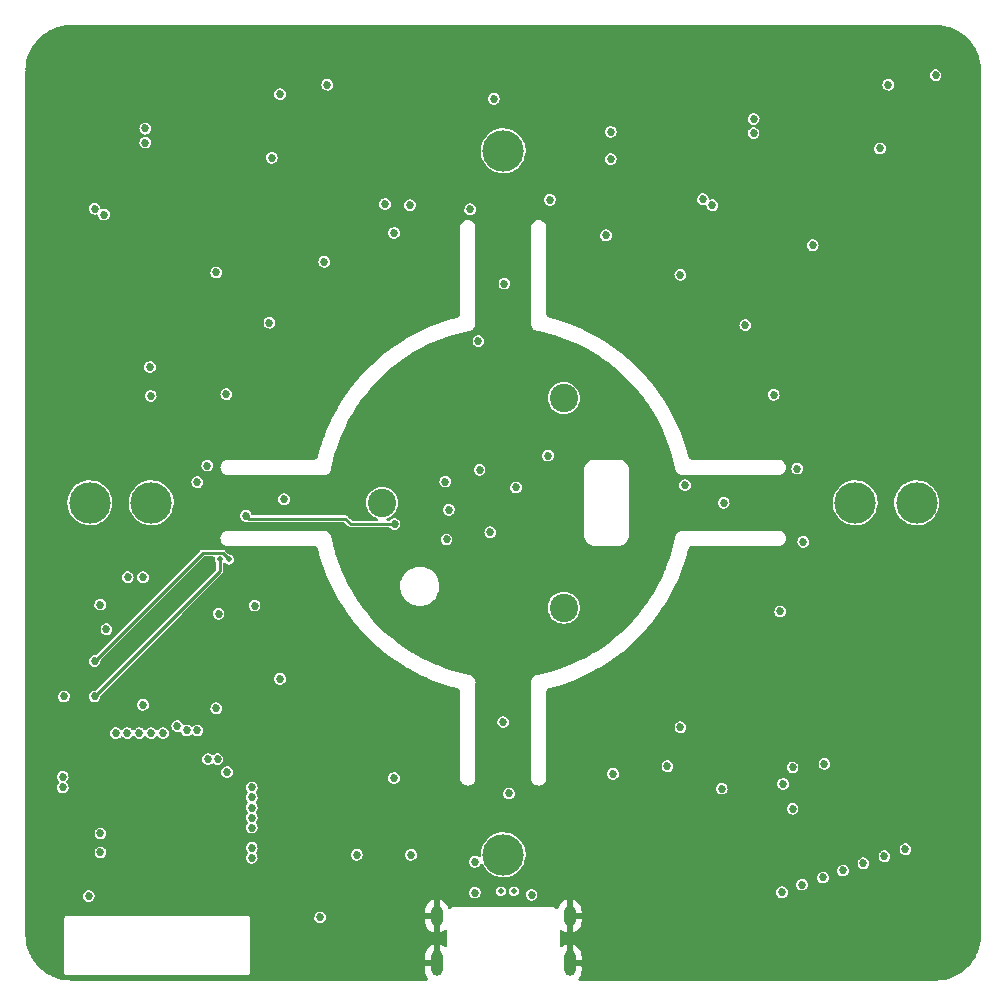
<source format=gbr>
%TF.GenerationSoftware,KiCad,Pcbnew,(6.0.8)*%
%TF.CreationDate,2022-10-28T13:46:59+02:00*%
%TF.ProjectId,view_base,76696577-5f62-4617-9365-2e6b69636164,rev?*%
%TF.SameCoordinates,Original*%
%TF.FileFunction,Copper,L2,Inr*%
%TF.FilePolarity,Positive*%
%FSLAX46Y46*%
G04 Gerber Fmt 4.6, Leading zero omitted, Abs format (unit mm)*
G04 Created by KiCad (PCBNEW (6.0.8)) date 2022-10-28 13:46:59*
%MOMM*%
%LPD*%
G01*
G04 APERTURE LIST*
%TA.AperFunction,ComponentPad*%
%ADD10C,0.600000*%
%TD*%
%TA.AperFunction,ComponentPad*%
%ADD11C,2.400000*%
%TD*%
%TA.AperFunction,ComponentPad*%
%ADD12C,3.500000*%
%TD*%
%TA.AperFunction,ComponentPad*%
%ADD13O,1.000000X2.200000*%
%TD*%
%TA.AperFunction,ComponentPad*%
%ADD14O,1.000000X1.800000*%
%TD*%
%TA.AperFunction,ViaPad*%
%ADD15C,0.685800*%
%TD*%
%TA.AperFunction,ViaPad*%
%ADD16C,0.500000*%
%TD*%
%TA.AperFunction,Conductor*%
%ADD17C,0.508000*%
%TD*%
%TA.AperFunction,Conductor*%
%ADD18C,0.254000*%
%TD*%
G04 APERTURE END LIST*
D10*
%TO.N,GND*%
%TO.C,U5*%
X125450000Y-124675000D03*
X125450000Y-123675000D03*
X126450000Y-123675000D03*
X126450000Y-124675000D03*
%TD*%
D11*
%TO.N,unconnected-(H3-Pad1)*%
%TO.C,H3*%
X105125427Y-91122500D03*
%TD*%
%TO.N,unconnected-(H1-Pad1)*%
%TO.C,H1*%
X105125427Y-108877499D03*
%TD*%
%TO.N,unconnected-(H2-Pad1)*%
%TO.C,H2*%
X89749146Y-100000000D03*
%TD*%
D12*
%TO.N,unconnected-(H4-Pad1)*%
%TO.C,H4*%
X100000000Y-129800000D03*
%TD*%
%TO.N,unconnected-(H5-Pad1)*%
%TO.C,H5*%
X70200000Y-100000000D03*
%TD*%
%TO.N,unconnected-(H6-Pad1)*%
%TO.C,H6*%
X100000000Y-70200000D03*
%TD*%
%TO.N,unconnected-(H7-Pad1)*%
%TO.C,H7*%
X129800000Y-100000000D03*
%TD*%
D13*
%TO.N,GND*%
%TO.C,J2*%
X94380000Y-139000000D03*
X105620000Y-139000000D03*
D14*
X105620000Y-135000000D03*
X94380000Y-135000000D03*
%TD*%
D12*
%TO.N,unconnected-(H8-Pad1)*%
%TO.C,H8*%
X135000000Y-100000000D03*
%TD*%
%TO.N,unconnected-(H9-Pad1)*%
%TO.C,H9*%
X65000000Y-100000000D03*
%TD*%
D15*
%TO.N,+5V*%
X113900000Y-122300000D03*
%TO.N,/IN2A+*%
X100000000Y-118562500D03*
%TO.N,GND*%
X114200000Y-101500000D03*
X120800000Y-100700000D03*
%TO.N,/AVDD*%
X115400000Y-98500000D03*
%TO.N,/IN2B+*%
X118662500Y-100000000D03*
%TO.N,/STRAIN2_DO*%
X109100000Y-70900000D03*
%TO.N,/STRAIN2_SCK*%
X109100000Y-68600000D03*
%TO.N,/STRAIN2_DO*%
X92100000Y-74800000D03*
%TO.N,/STRAIN2_SCK*%
X90000000Y-74700000D03*
X70100000Y-88500000D03*
%TO.N,/STRAIN2_DO*%
X70148676Y-90948676D03*
%TO.N,+3V3*%
X126200000Y-78199992D03*
%TO.N,GND*%
X123102088Y-83802085D03*
X121900000Y-82600000D03*
X124099996Y-84500001D03*
X127499997Y-84500000D03*
X139100002Y-83200007D03*
X139100000Y-81500000D03*
X114702087Y-75302083D03*
X119510408Y-80110408D03*
X120712489Y-81312489D03*
X113500000Y-74100000D03*
X115904167Y-76504158D03*
X117106245Y-77706248D03*
X118308324Y-78908331D03*
X112300003Y-64300006D03*
X112300001Y-71100002D03*
X112300000Y-62600000D03*
X112300007Y-65999999D03*
X112299998Y-67700003D03*
X112299995Y-69400002D03*
X120799994Y-60900003D03*
X114000000Y-60900001D03*
X112299996Y-60900001D03*
X122500000Y-60900000D03*
X119100001Y-60900007D03*
X117399996Y-60899999D03*
X115699997Y-60900000D03*
%TO.N,/STRAIN2_DO*%
X121200000Y-68699998D03*
%TO.N,/AVDD*%
X131899998Y-69999997D03*
%TO.N,GND*%
X127499996Y-60899999D03*
X130900000Y-60900006D03*
X137699997Y-61399998D03*
X132599993Y-60900002D03*
X124099995Y-60900000D03*
%TO.N,/AVDD*%
X136600000Y-63799999D03*
%TO.N,GND*%
X138799994Y-62800003D03*
X129199995Y-60899998D03*
X139100000Y-76400000D03*
%TO.N,/IN2B+*%
X117700001Y-74799999D03*
%TO.N,/AVDD*%
X116899999Y-74299997D03*
%TO.N,GND*%
X129200004Y-84500002D03*
X139100001Y-74699999D03*
X139099993Y-64500001D03*
X137700000Y-84500000D03*
X139099995Y-66200002D03*
X139099999Y-72999994D03*
X139099999Y-69600001D03*
X125799999Y-60900000D03*
X134299999Y-60899999D03*
X139099997Y-78099997D03*
X130899997Y-84499999D03*
%TO.N,/IN2A+*%
X132599999Y-64599999D03*
%TO.N,/STRAIN2_SCK*%
X121199999Y-67499999D03*
%TO.N,GND*%
X134300006Y-84499997D03*
X139099993Y-79800001D03*
X135999998Y-60899999D03*
X139099996Y-71300002D03*
X135999999Y-84499999D03*
X139099995Y-67900002D03*
%TO.N,/AVDD*%
X97900000Y-86300000D03*
X85100000Y-64600000D03*
%TO.N,GND*%
X77100000Y-80500000D03*
X79697917Y-77702084D03*
X80893759Y-76506246D03*
X83297917Y-74102084D03*
X82095839Y-75304161D03*
X84493759Y-72906246D03*
X86897917Y-70502084D03*
X85695839Y-71704161D03*
X88100000Y-69299999D03*
X88100000Y-67600003D03*
X88100000Y-64199999D03*
X88100000Y-62500003D03*
X84700000Y-60800000D03*
X86400000Y-60800000D03*
X88099998Y-60800001D03*
X79600000Y-60800000D03*
X81300000Y-60800000D03*
X84700000Y-60800000D03*
X82999998Y-60800001D03*
X76200000Y-60800000D03*
X79600000Y-60800000D03*
X77899998Y-60800001D03*
X71100000Y-60800000D03*
X74500000Y-60800000D03*
X72799998Y-60800001D03*
X69400000Y-60800000D03*
X66000000Y-60800000D03*
X67699998Y-60800001D03*
X64300000Y-60800000D03*
X62600000Y-61100000D03*
X60700000Y-63900000D03*
X61200000Y-62200000D03*
X60700000Y-65600000D03*
X60700000Y-69000000D03*
X60700000Y-67300000D03*
X60700000Y-70700000D03*
X60700000Y-74100000D03*
X60700000Y-72400000D03*
X60700000Y-75800000D03*
X62900000Y-82300000D03*
X64600000Y-82300000D03*
X68000000Y-82300000D03*
X69700000Y-82300000D03*
X71400000Y-82300000D03*
X73100000Y-82300000D03*
X74800000Y-82300000D03*
%TO.N,/IN1A+*%
X100100000Y-81437500D03*
%TO.N,/IN1B+*%
X81437500Y-99700000D03*
X66200000Y-75600000D03*
%TO.N,/IN1A+*%
X81100000Y-65400000D03*
%TO.N,/AVDD*%
X80400000Y-70800000D03*
X65400000Y-75100000D03*
%TO.N,/STRAIN1_DO*%
X62700000Y-123200000D03*
%TO.N,/STRAIN1_SCK*%
X62700000Y-124100000D03*
%TO.N,/STRAIN1_DO*%
X69700000Y-69500000D03*
%TO.N,/STRAIN1_SCK*%
X69700000Y-68300000D03*
%TO.N,+3V3*%
X75700000Y-80500000D03*
%TO.N,GND*%
X77700000Y-134500000D03*
X63700000Y-120500000D03*
D16*
X77947813Y-120784827D03*
D15*
%TO.N,+3V3*%
X99200000Y-65800000D03*
%TO.N,GND*%
X100800000Y-65800000D03*
%TO.N,/SDA*%
X69500000Y-106300000D03*
%TO.N,/SCL*%
X68200000Y-106300000D03*
%TO.N,/LED_DATA_5V*%
X66400000Y-110700000D03*
D16*
%TO.N,/SCL*%
X76800000Y-104800000D03*
%TO.N,/SDA*%
X76000000Y-104800000D03*
D15*
%TO.N,/MAG_DO*%
X90800000Y-101800000D03*
X78200000Y-101100000D03*
%TO.N,+5V*%
X65875000Y-108625000D03*
X118500000Y-124200000D03*
X78950000Y-108700000D03*
X75900000Y-109400000D03*
X74100000Y-98250000D03*
X74950000Y-96850000D03*
X76550000Y-90800000D03*
X80200000Y-84750000D03*
X84850000Y-79600000D03*
X90750000Y-77150000D03*
X97200000Y-75150000D03*
X103950000Y-74350000D03*
X108700000Y-77350000D03*
X115000000Y-80700000D03*
X120500000Y-84950000D03*
X122900000Y-90850000D03*
X124900000Y-97100000D03*
X125400000Y-103300000D03*
X123450000Y-109200000D03*
X115000000Y-119000000D03*
X109300000Y-122950000D03*
X100500000Y-124603600D03*
X90750000Y-123300000D03*
X81100000Y-114900000D03*
%TO.N,GND*%
X107700000Y-74750000D03*
X65900000Y-124449999D03*
X66250000Y-132050000D03*
X68050000Y-132050000D03*
X69850000Y-132050000D03*
X71650000Y-132050000D03*
X75249999Y-132050000D03*
X73450000Y-132050000D03*
X75900000Y-129099999D03*
X75900000Y-127300000D03*
X75900000Y-125499999D03*
X75900000Y-123700000D03*
X74900000Y-122650000D03*
X71100000Y-122650000D03*
X69500000Y-122650000D03*
X67700000Y-122650000D03*
X65900000Y-122650000D03*
X72350000Y-129150000D03*
X70700000Y-129150000D03*
X69050000Y-129150000D03*
X69050000Y-127500000D03*
X70700000Y-127500000D03*
X72350000Y-127500000D03*
X72350000Y-125850000D03*
X70700000Y-125850000D03*
X69050000Y-125850000D03*
X127800000Y-122800000D03*
X127319400Y-125544400D03*
%TO.N,/USB_D-*%
X97600000Y-130400000D03*
D16*
%TO.N,/USB_D+*%
X100900000Y-132900000D03*
X99800000Y-132900000D03*
D15*
%TO.N,GND*%
X89900000Y-129850000D03*
X91500000Y-138100000D03*
X89900000Y-138100000D03*
X88300000Y-138100000D03*
X91500000Y-136800000D03*
X89900000Y-136800000D03*
X88300000Y-136800000D03*
%TO.N,+3V3*%
X127200000Y-122100000D03*
X87600000Y-129800000D03*
%TO.N,+5V*%
X92200000Y-129800000D03*
X102400000Y-133200000D03*
X97600000Y-133000000D03*
%TO.N,/TMC_VL*%
X78700000Y-124950000D03*
%TO.N,/TMC_DIAG*%
X78700000Y-124100000D03*
%TO.N,/TMC_WL*%
X78700000Y-125800000D03*
%TO.N,/TMC_UL*%
X78700000Y-126650000D03*
%TO.N,/TMC_WH*%
X78700000Y-127500000D03*
%TO.N,/TMC_VH*%
X78700000Y-129200000D03*
%TO.N,/TMC_UH*%
X78700000Y-130050000D03*
%TO.N,GND*%
X133300000Y-135600000D03*
X132200000Y-136700000D03*
X130500000Y-136700000D03*
X128800000Y-136700000D03*
X127000000Y-136700000D03*
X125300000Y-136700000D03*
X123600000Y-136700000D03*
X122500000Y-135600000D03*
X128900000Y-122000000D03*
%TO.N,Net-(J3-Pad1)*%
X124500000Y-125900000D03*
%TO.N,Net-(J3-Pad3)*%
X124500000Y-122400000D03*
%TO.N,Net-(J3-Pad2)*%
X123700000Y-123800000D03*
%TO.N,/TMC_UH*%
X123600000Y-132975000D03*
%TO.N,/TMC_WL*%
X130500000Y-130525000D03*
%TO.N,/TMC_DIAG*%
X134050000Y-129325000D03*
%TO.N,/TMC_VL*%
X132275000Y-129925000D03*
%TO.N,/TMC_UL*%
X128775000Y-131125000D03*
%TO.N,/TMC_WH*%
X127075000Y-131725000D03*
%TO.N,/TMC_VH*%
X125300000Y-132325000D03*
%TO.N,+3V3*%
X103800000Y-96000000D03*
%TO.N,GND*%
X93775000Y-121175000D03*
X98400000Y-123000000D03*
X105125000Y-121450000D03*
X112850000Y-118600000D03*
X115225000Y-116000000D03*
X118850000Y-111550000D03*
X121175000Y-106200000D03*
X123000000Y-101600000D03*
X121475000Y-94825000D03*
X119375000Y-89425000D03*
X115975000Y-84775000D03*
X111500000Y-81125000D03*
X106225000Y-78850000D03*
X101600000Y-77000000D03*
X94875000Y-78525000D03*
X89400000Y-80600000D03*
X84725000Y-84050000D03*
X81125000Y-88500000D03*
X78800000Y-93800000D03*
X77000000Y-98700000D03*
X83975000Y-115150000D03*
X88500000Y-118850000D03*
X80625000Y-110550000D03*
X78525000Y-105200000D03*
X64675000Y-109750000D03*
%TO.N,+3V3*%
X69500000Y-117100000D03*
X62800000Y-116400000D03*
%TO.N,/MAG_CSN*%
X95200000Y-103100000D03*
%TO.N,/MAG_CLK*%
X95400000Y-100600000D03*
%TO.N,/MAG_DO*%
X95100000Y-98200000D03*
%TO.N,+3V3*%
X75700000Y-117400000D03*
%TO.N,GND*%
X74300000Y-116000000D03*
%TO.N,/ESP32_EN*%
X84500000Y-135100000D03*
%TO.N,GND*%
X62549999Y-134950001D03*
%TO.N,/SCL*%
X65400000Y-113400000D03*
%TO.N,/SDA*%
X65400000Y-116400000D03*
%TO.N,/USB_D-*%
X71200000Y-119500000D03*
%TO.N,/USB_D+*%
X70200000Y-119500000D03*
%TO.N,/MAG_CSN*%
X69200000Y-119500000D03*
%TO.N,/MAG_CLK*%
X68187697Y-119500000D03*
%TO.N,/MAG_DO*%
X67200000Y-119500000D03*
%TO.N,Net-(IC1-Pad12)*%
X98900000Y-102500000D03*
%TO.N,Net-(IC1-Pad2)*%
X98000000Y-97200000D03*
%TO.N,+3V3*%
X101088059Y-98691400D03*
%TO.N,GND*%
X100000000Y-100000000D03*
%TO.N,/LCD_BL*%
X72400000Y-118900000D03*
%TO.N,/LCD_CMD*%
X73212303Y-119274606D03*
%TO.N,/LCD_CS*%
X74100000Y-119274606D03*
%TO.N,/LCD_SCK*%
X75000000Y-121700000D03*
%TO.N,/LCD_DATA*%
X75812303Y-121700000D03*
%TO.N,/LCD_RST*%
X76624606Y-122800000D03*
%TO.N,/ESP32_EN*%
X64900000Y-133300000D03*
%TO.N,Net-(TP3-Pad1)*%
X65900000Y-128000000D03*
%TO.N,Net-(TP4-Pad1)*%
X65900000Y-129600000D03*
%TD*%
D17*
%TO.N,GND*%
X114200000Y-101500000D02*
X120000000Y-101500000D01*
X120000000Y-101500000D02*
X120800000Y-100700000D01*
D18*
%TO.N,/SCL*%
X76800000Y-104800000D02*
X76253000Y-104253000D01*
X74547000Y-104253000D02*
X65400000Y-113400000D01*
X76253000Y-104253000D02*
X74547000Y-104253000D01*
%TO.N,/SDA*%
X65400000Y-116400000D02*
X76000000Y-105800000D01*
X76000000Y-105800000D02*
X76000000Y-104800000D01*
%TO.N,/MAG_DO*%
X78200000Y-101100000D02*
X78438000Y-101338000D01*
X78438000Y-101338000D02*
X86638000Y-101338000D01*
X86638000Y-101338000D02*
X87100000Y-101800000D01*
X87100000Y-101800000D02*
X90800000Y-101800000D01*
%TD*%
%TA.AperFunction,Conductor*%
%TO.N,GND*%
G36*
X136571316Y-59551516D02*
G01*
X136583979Y-59551516D01*
X136600000Y-59555809D01*
X136616020Y-59551517D01*
X136617604Y-59551517D01*
X136623783Y-59551669D01*
X136778929Y-59559290D01*
X136971139Y-59568733D01*
X136983435Y-59569943D01*
X137344884Y-59623560D01*
X137356990Y-59625967D01*
X137711443Y-59714753D01*
X137723275Y-59718343D01*
X138067312Y-59841442D01*
X138078736Y-59846173D01*
X138123628Y-59867405D01*
X138409050Y-60002399D01*
X138419948Y-60008225D01*
X138546859Y-60084292D01*
X138733362Y-60196078D01*
X138743643Y-60202948D01*
X139037125Y-60420609D01*
X139046683Y-60428453D01*
X139317421Y-60673835D01*
X139326165Y-60682579D01*
X139571547Y-60953317D01*
X139579391Y-60962875D01*
X139797052Y-61256357D01*
X139803922Y-61266638D01*
X139991775Y-61580052D01*
X139997602Y-61590952D01*
X140153827Y-61921264D01*
X140158558Y-61932688D01*
X140281657Y-62276725D01*
X140285247Y-62288556D01*
X140374033Y-62643010D01*
X140376442Y-62655125D01*
X140430056Y-63016560D01*
X140431268Y-63028866D01*
X140448331Y-63376217D01*
X140448483Y-63382396D01*
X140448483Y-63383980D01*
X140444191Y-63400000D01*
X140448484Y-63416021D01*
X140448484Y-63428684D01*
X140449500Y-63436402D01*
X140449500Y-136563597D01*
X140448484Y-136571315D01*
X140448484Y-136583978D01*
X140444191Y-136599999D01*
X140448483Y-136616019D01*
X140448483Y-136617603D01*
X140448331Y-136623782D01*
X140431268Y-136971133D01*
X140430056Y-136983439D01*
X140376442Y-137344874D01*
X140374033Y-137356989D01*
X140292861Y-137681046D01*
X140285247Y-137711442D01*
X140281658Y-137723274D01*
X140158560Y-138067311D01*
X140153828Y-138078735D01*
X139997602Y-138409047D01*
X139991773Y-138419952D01*
X139803923Y-138733361D01*
X139797053Y-138743642D01*
X139579391Y-139037125D01*
X139571547Y-139046683D01*
X139326165Y-139317420D01*
X139317421Y-139326164D01*
X139046683Y-139571546D01*
X139037125Y-139579390D01*
X138743643Y-139797052D01*
X138733362Y-139803922D01*
X138590361Y-139889634D01*
X138419955Y-139991772D01*
X138419953Y-139991773D01*
X138409052Y-139997600D01*
X138394643Y-140004415D01*
X138078736Y-140153827D01*
X138067312Y-140158558D01*
X137723275Y-140281657D01*
X137711444Y-140285247D01*
X137356990Y-140374033D01*
X137344884Y-140376440D01*
X136983435Y-140430057D01*
X136971139Y-140431267D01*
X136639896Y-140447540D01*
X136623790Y-140448331D01*
X136617608Y-140448483D01*
X136616023Y-140448483D01*
X136600000Y-140444190D01*
X136583978Y-140448483D01*
X136571315Y-140448483D01*
X136563598Y-140449499D01*
X136276827Y-140449499D01*
X106493299Y-140449500D01*
X106425178Y-140429498D01*
X106378685Y-140375842D01*
X106368581Y-140305568D01*
X106396777Y-140242509D01*
X106451778Y-140176961D01*
X106458708Y-140166841D01*
X106548002Y-140004415D01*
X106552834Y-139993142D01*
X106608880Y-139816462D01*
X106611430Y-139804468D01*
X106627607Y-139660239D01*
X106628000Y-139653215D01*
X106628000Y-139272115D01*
X106623525Y-139256876D01*
X106622135Y-139255671D01*
X106614452Y-139254000D01*
X105492000Y-139254000D01*
X105423879Y-139233998D01*
X105377386Y-139180342D01*
X105366000Y-139128000D01*
X105366000Y-138727885D01*
X105874000Y-138727885D01*
X105878475Y-138743124D01*
X105879865Y-138744329D01*
X105887548Y-138746000D01*
X106609885Y-138746000D01*
X106625124Y-138741525D01*
X106626329Y-138740135D01*
X106628000Y-138732452D01*
X106628000Y-138353343D01*
X106627699Y-138347195D01*
X106614188Y-138209397D01*
X106611805Y-138197362D01*
X106558233Y-138019924D01*
X106553559Y-138008584D01*
X106466540Y-137844923D01*
X106459751Y-137834706D01*
X106342603Y-137691067D01*
X106333959Y-137682363D01*
X106191144Y-137564216D01*
X106180973Y-137557356D01*
X106017924Y-137469196D01*
X106006619Y-137464444D01*
X105891308Y-137428750D01*
X105877205Y-137428544D01*
X105874000Y-137435299D01*
X105874000Y-138727885D01*
X105366000Y-138727885D01*
X105366000Y-137442076D01*
X105362027Y-137428545D01*
X105354232Y-137427425D01*
X105246479Y-137459138D01*
X105235111Y-137463731D01*
X105070846Y-137549607D01*
X105060585Y-137556321D01*
X104975452Y-137624769D01*
X104909829Y-137651865D01*
X104839975Y-137639181D01*
X104788067Y-137590745D01*
X104770500Y-137526572D01*
X104770500Y-136273271D01*
X104790502Y-136205150D01*
X104844158Y-136158657D01*
X104914432Y-136148553D01*
X104976815Y-136176186D01*
X105048856Y-136235784D01*
X105059027Y-136242644D01*
X105222076Y-136330804D01*
X105233381Y-136335556D01*
X105348692Y-136371250D01*
X105362795Y-136371456D01*
X105366000Y-136364701D01*
X105366000Y-136357924D01*
X105874000Y-136357924D01*
X105877973Y-136371455D01*
X105885768Y-136372575D01*
X105993521Y-136340862D01*
X106004889Y-136336269D01*
X106169154Y-136250393D01*
X106179415Y-136243679D01*
X106323873Y-136127532D01*
X106332632Y-136118954D01*
X106451778Y-135976961D01*
X106458708Y-135966841D01*
X106548002Y-135804415D01*
X106552834Y-135793142D01*
X106608880Y-135616462D01*
X106611430Y-135604468D01*
X106627607Y-135460239D01*
X106628000Y-135453215D01*
X106628000Y-135272115D01*
X106623525Y-135256876D01*
X106622135Y-135255671D01*
X106614452Y-135254000D01*
X105892115Y-135254000D01*
X105876876Y-135258475D01*
X105875671Y-135259865D01*
X105874000Y-135267548D01*
X105874000Y-136357924D01*
X105366000Y-136357924D01*
X105366000Y-134727885D01*
X105874000Y-134727885D01*
X105878475Y-134743124D01*
X105879865Y-134744329D01*
X105887548Y-134746000D01*
X106609885Y-134746000D01*
X106625124Y-134741525D01*
X106626329Y-134740135D01*
X106628000Y-134732452D01*
X106628000Y-134553343D01*
X106627699Y-134547195D01*
X106614188Y-134409397D01*
X106611805Y-134397362D01*
X106558233Y-134219924D01*
X106553559Y-134208584D01*
X106466540Y-134044923D01*
X106459751Y-134034706D01*
X106342603Y-133891067D01*
X106333959Y-133882363D01*
X106191144Y-133764216D01*
X106180973Y-133757356D01*
X106017924Y-133669196D01*
X106006619Y-133664444D01*
X105891308Y-133628750D01*
X105877205Y-133628544D01*
X105874000Y-133635299D01*
X105874000Y-134727885D01*
X105366000Y-134727885D01*
X105366000Y-133642076D01*
X105362027Y-133628545D01*
X105354232Y-133627425D01*
X105246479Y-133659138D01*
X105235111Y-133663731D01*
X105070846Y-133749607D01*
X105060585Y-133756321D01*
X104916127Y-133872468D01*
X104907368Y-133881046D01*
X104788222Y-134023039D01*
X104781292Y-134033159D01*
X104691998Y-134195585D01*
X104687167Y-134206855D01*
X104662016Y-134286142D01*
X104622353Y-134345026D01*
X104557151Y-134373118D01*
X104487111Y-134361501D01*
X104474884Y-134354734D01*
X104404027Y-134310211D01*
X104265666Y-134261797D01*
X104258637Y-134261005D01*
X104144069Y-134248096D01*
X104144068Y-134248096D01*
X104127683Y-134246250D01*
X104120000Y-134244191D01*
X104103976Y-134248485D01*
X104091314Y-134248484D01*
X104083598Y-134249500D01*
X95916402Y-134249500D01*
X95908686Y-134248484D01*
X95896024Y-134248485D01*
X95880000Y-134244191D01*
X95872317Y-134246250D01*
X95856740Y-134248005D01*
X95856739Y-134248005D01*
X95741363Y-134261005D01*
X95734334Y-134261797D01*
X95595973Y-134310211D01*
X95525335Y-134354596D01*
X95457015Y-134373902D01*
X95389102Y-134353207D01*
X95343158Y-134299081D01*
X95337677Y-134284327D01*
X95318232Y-134219923D01*
X95313559Y-134208584D01*
X95226540Y-134044923D01*
X95219751Y-134034706D01*
X95102603Y-133891067D01*
X95093959Y-133882363D01*
X94951144Y-133764216D01*
X94940973Y-133757356D01*
X94777924Y-133669196D01*
X94766619Y-133664444D01*
X94651308Y-133628750D01*
X94637205Y-133628544D01*
X94634000Y-133635299D01*
X94634000Y-136357924D01*
X94637973Y-136371455D01*
X94645768Y-136372575D01*
X94753521Y-136340862D01*
X94764889Y-136336269D01*
X94929154Y-136250393D01*
X94939415Y-136243679D01*
X95024548Y-136175231D01*
X95090171Y-136148135D01*
X95160025Y-136160819D01*
X95211933Y-136209255D01*
X95229500Y-136273428D01*
X95229500Y-137526729D01*
X95209498Y-137594850D01*
X95155842Y-137641343D01*
X95085568Y-137651447D01*
X95023185Y-137623814D01*
X94951144Y-137564216D01*
X94940973Y-137557356D01*
X94777924Y-137469196D01*
X94766619Y-137464444D01*
X94651308Y-137428750D01*
X94637205Y-137428544D01*
X94634000Y-137435299D01*
X94634000Y-139128000D01*
X94613998Y-139196121D01*
X94560342Y-139242614D01*
X94508000Y-139254000D01*
X93390115Y-139254000D01*
X93374876Y-139258475D01*
X93373671Y-139259865D01*
X93372000Y-139267548D01*
X93372000Y-139646657D01*
X93372301Y-139652805D01*
X93385812Y-139790603D01*
X93388195Y-139802638D01*
X93441767Y-139980076D01*
X93446441Y-139991416D01*
X93533460Y-140155077D01*
X93540252Y-140165300D01*
X93604328Y-140243865D01*
X93631882Y-140309296D01*
X93619686Y-140379238D01*
X93571614Y-140431483D01*
X93506685Y-140449500D01*
X63723171Y-140449499D01*
X63436403Y-140449499D01*
X63428685Y-140448483D01*
X63416022Y-140448483D01*
X63400001Y-140444190D01*
X63383981Y-140448482D01*
X63382397Y-140448482D01*
X63376218Y-140448330D01*
X63221072Y-140440709D01*
X63028862Y-140431266D01*
X63016566Y-140430056D01*
X62655117Y-140376439D01*
X62643011Y-140374032D01*
X62288557Y-140285246D01*
X62276726Y-140281657D01*
X61932689Y-140158559D01*
X61921265Y-140153827D01*
X61605360Y-140004415D01*
X61590949Y-139997599D01*
X61580048Y-139991772D01*
X61579455Y-139991416D01*
X61390072Y-139877905D01*
X61266639Y-139803922D01*
X61260770Y-139800000D01*
X62844191Y-139800000D01*
X62849500Y-139819814D01*
X62865065Y-139877904D01*
X62922095Y-139934935D01*
X63000000Y-139955809D01*
X63016022Y-139951516D01*
X63028685Y-139951516D01*
X63036402Y-139950500D01*
X78363598Y-139950500D01*
X78371315Y-139951516D01*
X78383978Y-139951516D01*
X78400000Y-139955809D01*
X78416022Y-139951516D01*
X78461883Y-139939228D01*
X78461884Y-139939228D01*
X78477904Y-139934935D01*
X78497132Y-139915707D01*
X78534935Y-139877905D01*
X78555809Y-139800000D01*
X78551516Y-139783978D01*
X78551516Y-139771315D01*
X78550500Y-139763598D01*
X78550500Y-138727885D01*
X93372000Y-138727885D01*
X93376475Y-138743124D01*
X93377865Y-138744329D01*
X93385548Y-138746000D01*
X94107885Y-138746000D01*
X94123124Y-138741525D01*
X94124329Y-138740135D01*
X94126000Y-138732452D01*
X94126000Y-137442076D01*
X94122027Y-137428545D01*
X94114232Y-137427425D01*
X94006479Y-137459138D01*
X93995111Y-137463731D01*
X93830846Y-137549607D01*
X93820585Y-137556321D01*
X93676127Y-137672468D01*
X93667368Y-137681046D01*
X93548222Y-137823039D01*
X93541292Y-137833159D01*
X93451998Y-137995585D01*
X93447166Y-138006858D01*
X93391120Y-138183538D01*
X93388570Y-138195532D01*
X93372393Y-138339761D01*
X93372000Y-138346785D01*
X93372000Y-138727885D01*
X78550500Y-138727885D01*
X78550500Y-135186402D01*
X78551516Y-135178685D01*
X78551516Y-135166022D01*
X78555809Y-135150000D01*
X78542412Y-135100000D01*
X78540780Y-135093910D01*
X84001563Y-135093910D01*
X84002727Y-135102812D01*
X84002727Y-135102815D01*
X84011489Y-135169814D01*
X84019889Y-135234050D01*
X84076810Y-135363413D01*
X84167751Y-135471600D01*
X84175222Y-135476573D01*
X84175223Y-135476574D01*
X84277928Y-135544941D01*
X84277931Y-135544942D01*
X84285401Y-135549915D01*
X84293965Y-135552591D01*
X84293968Y-135552592D01*
X84352852Y-135570988D01*
X84420303Y-135592062D01*
X84561612Y-135594652D01*
X84618319Y-135579192D01*
X84689309Y-135559838D01*
X84689311Y-135559837D01*
X84697968Y-135557477D01*
X84818409Y-135483526D01*
X84829204Y-135471600D01*
X84851781Y-135446657D01*
X93372000Y-135446657D01*
X93372301Y-135452805D01*
X93385812Y-135590603D01*
X93388195Y-135602638D01*
X93441767Y-135780076D01*
X93446441Y-135791416D01*
X93533460Y-135955077D01*
X93540249Y-135965294D01*
X93657397Y-136108933D01*
X93666041Y-136117637D01*
X93808856Y-136235784D01*
X93819027Y-136242644D01*
X93982076Y-136330804D01*
X93993381Y-136335556D01*
X94108692Y-136371250D01*
X94122795Y-136371456D01*
X94126000Y-136364701D01*
X94126000Y-135272115D01*
X94121525Y-135256876D01*
X94120135Y-135255671D01*
X94112452Y-135254000D01*
X93390115Y-135254000D01*
X93374876Y-135258475D01*
X93373671Y-135259865D01*
X93372000Y-135267548D01*
X93372000Y-135446657D01*
X84851781Y-135446657D01*
X84907226Y-135385403D01*
X84907227Y-135385402D01*
X84913254Y-135378743D01*
X84917353Y-135370284D01*
X84970963Y-135259632D01*
X84970963Y-135259631D01*
X84974877Y-135251553D01*
X84998325Y-135112179D01*
X84998474Y-135100000D01*
X84985696Y-135010772D01*
X84979711Y-134968981D01*
X84979710Y-134968978D01*
X84978438Y-134960095D01*
X84919941Y-134831437D01*
X84830714Y-134727885D01*
X93372000Y-134727885D01*
X93376475Y-134743124D01*
X93377865Y-134744329D01*
X93385548Y-134746000D01*
X94107885Y-134746000D01*
X94123124Y-134741525D01*
X94124329Y-134740135D01*
X94126000Y-134732452D01*
X94126000Y-133642076D01*
X94122027Y-133628545D01*
X94114232Y-133627425D01*
X94006479Y-133659138D01*
X93995111Y-133663731D01*
X93830846Y-133749607D01*
X93820585Y-133756321D01*
X93676127Y-133872468D01*
X93667368Y-133881046D01*
X93548222Y-134023039D01*
X93541292Y-134033159D01*
X93451998Y-134195585D01*
X93447166Y-134206858D01*
X93391120Y-134383538D01*
X93388570Y-134395532D01*
X93372393Y-134539761D01*
X93372000Y-134546785D01*
X93372000Y-134727885D01*
X84830714Y-134727885D01*
X84827684Y-134724368D01*
X84768385Y-134685932D01*
X84716620Y-134652380D01*
X84716619Y-134652379D01*
X84709086Y-134647497D01*
X84692411Y-134642510D01*
X84582280Y-134609573D01*
X84582278Y-134609573D01*
X84573679Y-134607001D01*
X84564704Y-134606946D01*
X84564703Y-134606946D01*
X84503989Y-134606575D01*
X84432349Y-134606138D01*
X84296458Y-134644976D01*
X84176929Y-134720393D01*
X84083372Y-134826326D01*
X84079558Y-134834449D01*
X84079557Y-134834451D01*
X84055020Y-134886714D01*
X84023307Y-134954260D01*
X84021927Y-134963124D01*
X84021926Y-134963127D01*
X84004960Y-135072096D01*
X84001563Y-135093910D01*
X78540780Y-135093910D01*
X78539228Y-135088117D01*
X78539228Y-135088116D01*
X78534935Y-135072096D01*
X78518648Y-135055809D01*
X78477905Y-135015065D01*
X78400000Y-134994191D01*
X78383978Y-134998484D01*
X78371315Y-134998484D01*
X78363598Y-134999500D01*
X63036402Y-134999500D01*
X63028685Y-134998484D01*
X63016022Y-134998484D01*
X63000000Y-134994191D01*
X62983978Y-134998484D01*
X62980186Y-134999500D01*
X62938120Y-135010771D01*
X62938119Y-135010772D01*
X62922096Y-135015065D01*
X62865065Y-135072095D01*
X62844191Y-135150000D01*
X62848484Y-135166022D01*
X62848484Y-135178685D01*
X62849500Y-135186402D01*
X62849500Y-139763598D01*
X62848484Y-139771315D01*
X62848484Y-139783978D01*
X62844191Y-139800000D01*
X61260770Y-139800000D01*
X61256358Y-139797052D01*
X60962876Y-139579390D01*
X60953318Y-139571546D01*
X60682580Y-139326164D01*
X60673836Y-139317420D01*
X60428454Y-139046682D01*
X60420610Y-139037124D01*
X60202948Y-138743642D01*
X60196078Y-138733361D01*
X60008228Y-138419952D01*
X60002399Y-138409047D01*
X59846173Y-138078735D01*
X59841441Y-138067311D01*
X59718343Y-137723274D01*
X59714754Y-137711442D01*
X59707140Y-137681046D01*
X59625968Y-137356989D01*
X59623559Y-137344874D01*
X59569945Y-136983439D01*
X59568733Y-136971133D01*
X59551670Y-136623782D01*
X59551518Y-136617603D01*
X59551518Y-136616019D01*
X59555810Y-136599999D01*
X59551517Y-136583978D01*
X59551517Y-136571315D01*
X59550501Y-136563597D01*
X59550501Y-133293910D01*
X64401563Y-133293910D01*
X64402727Y-133302812D01*
X64402727Y-133302815D01*
X64413282Y-133383526D01*
X64419889Y-133434050D01*
X64476810Y-133563413D01*
X64493717Y-133583526D01*
X64557276Y-133659138D01*
X64567751Y-133671600D01*
X64575222Y-133676573D01*
X64575223Y-133676574D01*
X64677928Y-133744941D01*
X64677931Y-133744942D01*
X64685401Y-133749915D01*
X64693965Y-133752591D01*
X64693968Y-133752592D01*
X64752852Y-133770989D01*
X64820303Y-133792062D01*
X64961612Y-133794652D01*
X65073250Y-133764216D01*
X65089309Y-133759838D01*
X65089311Y-133759837D01*
X65097968Y-133757477D01*
X65200557Y-133694487D01*
X65210761Y-133688222D01*
X65210762Y-133688222D01*
X65218409Y-133683526D01*
X65231380Y-133669196D01*
X65307226Y-133585403D01*
X65307227Y-133585402D01*
X65313254Y-133578743D01*
X65317353Y-133570284D01*
X65370963Y-133459632D01*
X65370963Y-133459631D01*
X65374877Y-133451553D01*
X65398325Y-133312179D01*
X65398474Y-133300000D01*
X65378438Y-133160095D01*
X65373960Y-133150245D01*
X65337011Y-133068981D01*
X65319941Y-133031437D01*
X65287606Y-132993910D01*
X97101563Y-132993910D01*
X97102727Y-133002812D01*
X97102727Y-133002815D01*
X97117694Y-133117265D01*
X97119889Y-133134050D01*
X97176810Y-133263413D01*
X97207565Y-133300000D01*
X97260709Y-133363222D01*
X97267751Y-133371600D01*
X97275222Y-133376573D01*
X97275223Y-133376574D01*
X97377928Y-133444941D01*
X97377931Y-133444942D01*
X97385401Y-133449915D01*
X97393965Y-133452591D01*
X97393968Y-133452592D01*
X97440284Y-133467062D01*
X97520303Y-133492062D01*
X97661612Y-133494652D01*
X97719965Y-133478743D01*
X97789309Y-133459838D01*
X97789311Y-133459837D01*
X97797968Y-133457477D01*
X97918409Y-133383526D01*
X97929204Y-133371600D01*
X98007226Y-133285403D01*
X98007227Y-133285402D01*
X98013254Y-133278743D01*
X98017353Y-133270284D01*
X98070963Y-133159632D01*
X98070963Y-133159631D01*
X98074877Y-133151553D01*
X98098325Y-133012179D01*
X98098474Y-133000000D01*
X98088655Y-132931437D01*
X98084153Y-132900000D01*
X99374258Y-132900000D01*
X99395095Y-133031562D01*
X99455567Y-133150245D01*
X99549755Y-133244433D01*
X99668438Y-133304905D01*
X99800000Y-133325742D01*
X99931562Y-133304905D01*
X100050245Y-133244433D01*
X100144433Y-133150245D01*
X100204905Y-133031562D01*
X100225551Y-132901206D01*
X100226112Y-132900023D01*
X100226091Y-132899977D01*
X100473888Y-132899977D01*
X100474449Y-132901206D01*
X100495095Y-133031562D01*
X100555567Y-133150245D01*
X100649755Y-133244433D01*
X100768438Y-133304905D01*
X100900000Y-133325742D01*
X101031562Y-133304905D01*
X101150245Y-133244433D01*
X101200768Y-133193910D01*
X101901563Y-133193910D01*
X101902727Y-133202812D01*
X101902727Y-133202815D01*
X101918725Y-133325151D01*
X101919889Y-133334050D01*
X101976810Y-133463413D01*
X102067751Y-133571600D01*
X102075222Y-133576573D01*
X102075223Y-133576574D01*
X102177928Y-133644941D01*
X102177931Y-133644942D01*
X102185401Y-133649915D01*
X102193965Y-133652591D01*
X102193968Y-133652592D01*
X102232820Y-133664730D01*
X102320303Y-133692062D01*
X102461612Y-133694652D01*
X102546166Y-133671600D01*
X102589309Y-133659838D01*
X102589311Y-133659837D01*
X102597968Y-133657477D01*
X102718409Y-133583526D01*
X102730395Y-133570284D01*
X102807226Y-133485403D01*
X102807227Y-133485402D01*
X102813254Y-133478743D01*
X102817353Y-133470284D01*
X102870963Y-133359632D01*
X102870963Y-133359631D01*
X102874877Y-133351553D01*
X102898325Y-133212179D01*
X102898474Y-133200000D01*
X102886688Y-133117701D01*
X102879711Y-133068981D01*
X102879710Y-133068978D01*
X102878438Y-133060095D01*
X102869482Y-133040396D01*
X102852394Y-133002815D01*
X102836979Y-132968910D01*
X123101563Y-132968910D01*
X123102727Y-132977812D01*
X123102727Y-132977815D01*
X123114649Y-133068981D01*
X123119889Y-133109050D01*
X123176810Y-133238413D01*
X123228919Y-133300404D01*
X123257202Y-133334050D01*
X123267751Y-133346600D01*
X123275222Y-133351573D01*
X123275223Y-133351574D01*
X123377928Y-133419941D01*
X123377931Y-133419942D01*
X123385401Y-133424915D01*
X123393965Y-133427591D01*
X123393968Y-133427592D01*
X123449499Y-133444941D01*
X123520303Y-133467062D01*
X123661612Y-133469652D01*
X123727998Y-133451553D01*
X123789309Y-133434838D01*
X123789311Y-133434837D01*
X123797968Y-133432477D01*
X123918409Y-133358526D01*
X123933128Y-133342265D01*
X124007226Y-133260403D01*
X124007227Y-133260402D01*
X124013254Y-133253743D01*
X124017353Y-133245284D01*
X124070963Y-133134632D01*
X124070963Y-133134631D01*
X124074877Y-133126553D01*
X124098325Y-132987179D01*
X124098474Y-132975000D01*
X124087906Y-132901206D01*
X124079711Y-132843981D01*
X124079710Y-132843978D01*
X124078438Y-132835095D01*
X124071754Y-132820393D01*
X124040830Y-132752380D01*
X124019941Y-132706437D01*
X123927684Y-132599368D01*
X123851154Y-132549764D01*
X123816620Y-132527380D01*
X123816619Y-132527379D01*
X123809086Y-132522497D01*
X123754570Y-132506193D01*
X123682280Y-132484573D01*
X123682278Y-132484573D01*
X123673679Y-132482001D01*
X123664704Y-132481946D01*
X123664703Y-132481946D01*
X123603989Y-132481575D01*
X123532349Y-132481138D01*
X123396458Y-132519976D01*
X123388871Y-132524763D01*
X123388869Y-132524764D01*
X123328938Y-132562578D01*
X123276929Y-132595393D01*
X123270987Y-132602121D01*
X123267413Y-132606168D01*
X123183372Y-132701326D01*
X123179558Y-132709449D01*
X123179557Y-132709451D01*
X123169235Y-132731437D01*
X123123307Y-132829260D01*
X123121927Y-132838124D01*
X123121926Y-132838127D01*
X123107398Y-132931437D01*
X123101563Y-132968910D01*
X102836979Y-132968910D01*
X102819941Y-132931437D01*
X102727684Y-132824368D01*
X102609086Y-132747497D01*
X102592411Y-132742510D01*
X102482280Y-132709573D01*
X102482278Y-132709573D01*
X102473679Y-132707001D01*
X102464704Y-132706946D01*
X102464703Y-132706946D01*
X102403989Y-132706575D01*
X102332349Y-132706138D01*
X102196458Y-132744976D01*
X102076929Y-132820393D01*
X101983372Y-132926326D01*
X101979558Y-132934449D01*
X101979557Y-132934451D01*
X101952549Y-132991976D01*
X101923307Y-133054260D01*
X101921927Y-133063124D01*
X101921926Y-133063127D01*
X101905445Y-133168981D01*
X101901563Y-133193910D01*
X101200768Y-133193910D01*
X101244433Y-133150245D01*
X101304905Y-133031562D01*
X101325742Y-132900000D01*
X101304905Y-132768438D01*
X101244433Y-132649755D01*
X101150245Y-132555567D01*
X101089791Y-132524764D01*
X101040396Y-132499596D01*
X101040395Y-132499596D01*
X101031562Y-132495095D01*
X100900000Y-132474258D01*
X100768438Y-132495095D01*
X100759605Y-132499596D01*
X100759604Y-132499596D01*
X100710209Y-132524764D01*
X100649755Y-132555567D01*
X100555567Y-132649755D01*
X100495095Y-132768438D01*
X100492498Y-132784838D01*
X100474449Y-132898794D01*
X100473888Y-132899977D01*
X100226091Y-132899977D01*
X100225551Y-132898794D01*
X100207502Y-132784838D01*
X100204905Y-132768438D01*
X100144433Y-132649755D01*
X100050245Y-132555567D01*
X99989791Y-132524764D01*
X99940396Y-132499596D01*
X99940395Y-132499596D01*
X99931562Y-132495095D01*
X99800000Y-132474258D01*
X99668438Y-132495095D01*
X99659605Y-132499596D01*
X99659604Y-132499596D01*
X99610209Y-132524764D01*
X99549755Y-132555567D01*
X99455567Y-132649755D01*
X99395095Y-132768438D01*
X99374258Y-132900000D01*
X98084153Y-132900000D01*
X98079711Y-132868981D01*
X98079710Y-132868978D01*
X98078438Y-132860095D01*
X98071112Y-132843981D01*
X98039709Y-132774915D01*
X98019941Y-132731437D01*
X97927684Y-132624368D01*
X97859533Y-132580195D01*
X97816620Y-132552380D01*
X97816619Y-132552379D01*
X97809086Y-132547497D01*
X97741821Y-132527380D01*
X97682280Y-132509573D01*
X97682278Y-132509573D01*
X97673679Y-132507001D01*
X97664704Y-132506946D01*
X97664703Y-132506946D01*
X97603989Y-132506575D01*
X97532349Y-132506138D01*
X97396458Y-132544976D01*
X97276929Y-132620393D01*
X97183372Y-132726326D01*
X97179558Y-132734449D01*
X97179557Y-132734451D01*
X97167748Y-132759604D01*
X97123307Y-132854260D01*
X97121927Y-132863124D01*
X97121926Y-132863127D01*
X97103751Y-132979859D01*
X97101563Y-132993910D01*
X65287606Y-132993910D01*
X65227684Y-132924368D01*
X65142232Y-132868981D01*
X65116620Y-132852380D01*
X65116619Y-132852379D01*
X65109086Y-132847497D01*
X65092411Y-132842510D01*
X64982280Y-132809573D01*
X64982278Y-132809573D01*
X64973679Y-132807001D01*
X64964704Y-132806946D01*
X64964703Y-132806946D01*
X64903989Y-132806575D01*
X64832349Y-132806138D01*
X64696458Y-132844976D01*
X64688871Y-132849763D01*
X64688869Y-132849764D01*
X64667690Y-132863127D01*
X64576929Y-132920393D01*
X64483372Y-133026326D01*
X64479558Y-133034449D01*
X64479557Y-133034451D01*
X64471353Y-133051926D01*
X64423307Y-133154260D01*
X64421927Y-133163124D01*
X64421926Y-133163127D01*
X64403925Y-133278743D01*
X64401563Y-133293910D01*
X59550501Y-133293910D01*
X59550501Y-132318910D01*
X124801563Y-132318910D01*
X124802727Y-132327812D01*
X124802727Y-132327815D01*
X124803316Y-132332317D01*
X124819889Y-132459050D01*
X124876810Y-132588413D01*
X124967751Y-132696600D01*
X124975222Y-132701573D01*
X124975223Y-132701574D01*
X125077928Y-132769941D01*
X125077931Y-132769942D01*
X125085401Y-132774915D01*
X125093965Y-132777591D01*
X125093968Y-132777592D01*
X125152852Y-132795989D01*
X125220303Y-132817062D01*
X125361612Y-132819652D01*
X125418319Y-132804192D01*
X125489309Y-132784838D01*
X125489311Y-132784837D01*
X125497968Y-132782477D01*
X125592175Y-132724634D01*
X125610761Y-132713222D01*
X125610762Y-132713222D01*
X125618409Y-132708526D01*
X125631016Y-132694598D01*
X125707226Y-132610403D01*
X125707227Y-132610402D01*
X125713254Y-132603743D01*
X125717353Y-132595284D01*
X125770963Y-132484632D01*
X125770963Y-132484631D01*
X125774877Y-132476553D01*
X125798325Y-132337179D01*
X125798474Y-132325000D01*
X125783387Y-132219652D01*
X125779711Y-132193981D01*
X125779710Y-132193978D01*
X125778438Y-132185095D01*
X125773810Y-132174915D01*
X125743624Y-132108526D01*
X125719941Y-132056437D01*
X125627684Y-131949368D01*
X125509086Y-131872497D01*
X125464123Y-131859050D01*
X125382280Y-131834573D01*
X125382278Y-131834573D01*
X125373679Y-131832001D01*
X125364704Y-131831946D01*
X125364703Y-131831946D01*
X125303989Y-131831575D01*
X125232349Y-131831138D01*
X125096458Y-131869976D01*
X125088871Y-131874763D01*
X125088869Y-131874764D01*
X125024913Y-131915117D01*
X124976929Y-131945393D01*
X124883372Y-132051326D01*
X124879558Y-132059449D01*
X124879557Y-132059451D01*
X124859641Y-132101871D01*
X124823307Y-132179260D01*
X124821927Y-132188124D01*
X124821926Y-132188127D01*
X124817018Y-132219652D01*
X124801563Y-132318910D01*
X59550501Y-132318910D01*
X59550501Y-131718910D01*
X126576563Y-131718910D01*
X126577727Y-131727812D01*
X126577727Y-131727815D01*
X126591688Y-131834573D01*
X126594889Y-131859050D01*
X126651810Y-131988413D01*
X126742751Y-132096600D01*
X126750222Y-132101573D01*
X126750223Y-132101574D01*
X126852928Y-132169941D01*
X126852931Y-132169942D01*
X126860401Y-132174915D01*
X126868965Y-132177591D01*
X126868968Y-132177592D01*
X126902689Y-132188127D01*
X126995303Y-132217062D01*
X127136612Y-132219652D01*
X127230772Y-132193981D01*
X127264309Y-132184838D01*
X127264311Y-132184837D01*
X127272968Y-132182477D01*
X127393409Y-132108526D01*
X127404204Y-132096600D01*
X127482226Y-132010403D01*
X127482227Y-132010402D01*
X127488254Y-132003743D01*
X127492353Y-131995284D01*
X127545963Y-131884632D01*
X127545963Y-131884631D01*
X127549877Y-131876553D01*
X127573325Y-131737179D01*
X127573474Y-131725000D01*
X127558387Y-131619652D01*
X127554711Y-131593981D01*
X127554710Y-131593978D01*
X127553438Y-131585095D01*
X127548810Y-131574915D01*
X127518624Y-131508526D01*
X127494941Y-131456437D01*
X127402684Y-131349368D01*
X127335044Y-131305526D01*
X127291620Y-131277380D01*
X127291619Y-131277379D01*
X127284086Y-131272497D01*
X127239123Y-131259050D01*
X127157280Y-131234573D01*
X127157278Y-131234573D01*
X127148679Y-131232001D01*
X127139704Y-131231946D01*
X127139703Y-131231946D01*
X127078989Y-131231575D01*
X127007349Y-131231138D01*
X126871458Y-131269976D01*
X126863871Y-131274763D01*
X126863869Y-131274764D01*
X126811187Y-131308004D01*
X126751929Y-131345393D01*
X126658372Y-131451326D01*
X126654558Y-131459449D01*
X126654557Y-131459451D01*
X126634641Y-131501871D01*
X126598307Y-131579260D01*
X126596927Y-131588124D01*
X126596926Y-131588127D01*
X126579003Y-131703240D01*
X126576563Y-131718910D01*
X59550501Y-131718910D01*
X59550501Y-129593910D01*
X65401563Y-129593910D01*
X65402727Y-129602812D01*
X65402727Y-129602815D01*
X65417165Y-129713222D01*
X65419889Y-129734050D01*
X65476810Y-129863413D01*
X65567751Y-129971600D01*
X65575222Y-129976573D01*
X65575223Y-129976574D01*
X65677928Y-130044941D01*
X65677931Y-130044942D01*
X65685401Y-130049915D01*
X65693965Y-130052591D01*
X65693968Y-130052592D01*
X65749448Y-130069925D01*
X65820303Y-130092062D01*
X65961612Y-130094652D01*
X66034560Y-130074764D01*
X66089309Y-130059838D01*
X66089311Y-130059837D01*
X66097968Y-130057477D01*
X66120064Y-130043910D01*
X78201563Y-130043910D01*
X78202727Y-130052812D01*
X78202727Y-130052815D01*
X78218261Y-130171600D01*
X78219889Y-130184050D01*
X78276810Y-130313413D01*
X78295295Y-130335403D01*
X78351961Y-130402815D01*
X78367751Y-130421600D01*
X78375222Y-130426573D01*
X78375223Y-130426574D01*
X78477928Y-130494941D01*
X78477931Y-130494942D01*
X78485401Y-130499915D01*
X78493965Y-130502591D01*
X78493968Y-130502592D01*
X78546199Y-130518910D01*
X78620303Y-130542062D01*
X78761612Y-130544652D01*
X78833695Y-130525000D01*
X78889309Y-130509838D01*
X78889311Y-130509837D01*
X78897968Y-130507477D01*
X79018409Y-130433526D01*
X79030967Y-130419652D01*
X79054268Y-130393910D01*
X97101563Y-130393910D01*
X97102727Y-130402812D01*
X97102727Y-130402815D01*
X97118725Y-130525151D01*
X97119889Y-130534050D01*
X97176810Y-130663413D01*
X97267751Y-130771600D01*
X97275222Y-130776573D01*
X97275223Y-130776574D01*
X97377928Y-130844941D01*
X97377931Y-130844942D01*
X97385401Y-130849915D01*
X97393965Y-130852591D01*
X97393968Y-130852592D01*
X97432439Y-130864611D01*
X97520303Y-130892062D01*
X97661612Y-130894652D01*
X97718319Y-130879192D01*
X97789309Y-130859838D01*
X97789311Y-130859837D01*
X97797968Y-130857477D01*
X97885482Y-130803743D01*
X97910761Y-130788222D01*
X97910762Y-130788222D01*
X97918409Y-130783526D01*
X97934341Y-130765925D01*
X98007226Y-130685403D01*
X98007227Y-130685402D01*
X98013254Y-130678743D01*
X98017353Y-130670284D01*
X98049871Y-130603165D01*
X98097573Y-130550582D01*
X98166131Y-130532136D01*
X98233779Y-130553683D01*
X98275976Y-130601784D01*
X98345340Y-130740603D01*
X98359981Y-130769905D01*
X98513003Y-130991309D01*
X98539203Y-131019652D01*
X98692679Y-131185682D01*
X98692684Y-131185687D01*
X98695695Y-131188944D01*
X98904411Y-131358866D01*
X98908229Y-131361165D01*
X98908231Y-131361166D01*
X99071482Y-131459451D01*
X99134987Y-131497684D01*
X99139082Y-131499418D01*
X99139084Y-131499419D01*
X99378721Y-131600892D01*
X99378728Y-131600894D01*
X99382822Y-131602628D01*
X99438120Y-131617290D01*
X99638675Y-131670467D01*
X99638680Y-131670468D01*
X99642972Y-131671606D01*
X99647381Y-131672128D01*
X99647387Y-131672129D01*
X99796289Y-131689752D01*
X99910245Y-131703240D01*
X100179310Y-131696899D01*
X100183708Y-131696167D01*
X100440406Y-131653441D01*
X100440410Y-131653440D01*
X100444796Y-131652710D01*
X100449037Y-131651369D01*
X100449040Y-131651368D01*
X100697162Y-131572897D01*
X100697164Y-131572896D01*
X100701408Y-131571554D01*
X100705419Y-131569628D01*
X100705424Y-131569626D01*
X100940006Y-131456981D01*
X100940007Y-131456980D01*
X100944025Y-131455051D01*
X100949600Y-131451326D01*
X101164098Y-131308004D01*
X101164102Y-131308001D01*
X101167806Y-131305526D01*
X101171123Y-131302555D01*
X101171127Y-131302552D01*
X101364970Y-131128931D01*
X101368286Y-131125961D01*
X101374213Y-131118910D01*
X128276563Y-131118910D01*
X128277727Y-131127812D01*
X128277727Y-131127815D01*
X128291688Y-131234573D01*
X128294889Y-131259050D01*
X128351810Y-131388413D01*
X128442751Y-131496600D01*
X128450222Y-131501573D01*
X128450223Y-131501574D01*
X128552928Y-131569941D01*
X128552931Y-131569942D01*
X128560401Y-131574915D01*
X128568965Y-131577591D01*
X128568968Y-131577592D01*
X128602689Y-131588127D01*
X128695303Y-131617062D01*
X128836612Y-131619652D01*
X128930772Y-131593981D01*
X128964309Y-131584838D01*
X128964311Y-131584837D01*
X128972968Y-131582477D01*
X129093409Y-131508526D01*
X129105303Y-131495386D01*
X129182226Y-131410403D01*
X129182227Y-131410402D01*
X129188254Y-131403743D01*
X129192353Y-131395284D01*
X129245963Y-131284632D01*
X129245963Y-131284631D01*
X129249877Y-131276553D01*
X129273325Y-131137179D01*
X129273474Y-131125000D01*
X129258387Y-131019652D01*
X129254711Y-130993981D01*
X129254710Y-130993978D01*
X129253438Y-130985095D01*
X129248810Y-130974915D01*
X129218624Y-130908526D01*
X129194941Y-130856437D01*
X129102684Y-130749368D01*
X129019341Y-130695348D01*
X128991620Y-130677380D01*
X128991619Y-130677379D01*
X128984086Y-130672497D01*
X128926233Y-130655195D01*
X128857280Y-130634573D01*
X128857278Y-130634573D01*
X128848679Y-130632001D01*
X128839704Y-130631946D01*
X128839703Y-130631946D01*
X128778989Y-130631575D01*
X128707349Y-130631138D01*
X128571458Y-130669976D01*
X128563871Y-130674763D01*
X128563869Y-130674764D01*
X128499913Y-130715117D01*
X128451929Y-130745393D01*
X128358372Y-130851326D01*
X128354558Y-130859449D01*
X128354557Y-130859451D01*
X128326158Y-130919940D01*
X128298307Y-130979260D01*
X128296927Y-130988124D01*
X128296926Y-130988127D01*
X128292018Y-131019652D01*
X128276563Y-131118910D01*
X101374213Y-131118910D01*
X101381671Y-131110038D01*
X101538601Y-130923348D01*
X101538606Y-130923342D01*
X101541465Y-130919940D01*
X101683887Y-130691572D01*
X101686615Y-130685403D01*
X101749895Y-130542265D01*
X101760220Y-130518910D01*
X130001563Y-130518910D01*
X130002727Y-130527812D01*
X130002727Y-130527815D01*
X130016688Y-130634573D01*
X130019889Y-130659050D01*
X130076810Y-130788413D01*
X130167751Y-130896600D01*
X130175222Y-130901573D01*
X130175223Y-130901574D01*
X130277928Y-130969941D01*
X130277931Y-130969942D01*
X130285401Y-130974915D01*
X130293965Y-130977591D01*
X130293968Y-130977592D01*
X130327689Y-130988127D01*
X130420303Y-131017062D01*
X130561612Y-131019652D01*
X130618319Y-131004192D01*
X130689309Y-130984838D01*
X130689311Y-130984837D01*
X130697968Y-130982477D01*
X130794269Y-130923348D01*
X130810761Y-130913222D01*
X130810762Y-130913222D01*
X130818409Y-130908526D01*
X130830967Y-130894652D01*
X130907226Y-130810403D01*
X130907227Y-130810402D01*
X130913254Y-130803743D01*
X130917353Y-130795284D01*
X130970963Y-130684632D01*
X130970963Y-130684631D01*
X130974877Y-130676553D01*
X130997476Y-130542226D01*
X130997518Y-130541976D01*
X130998325Y-130537179D01*
X130998474Y-130525000D01*
X130986461Y-130441118D01*
X130979711Y-130393981D01*
X130979710Y-130393978D01*
X130978438Y-130385095D01*
X130973810Y-130374915D01*
X130959450Y-130343332D01*
X130919941Y-130256437D01*
X130827684Y-130149368D01*
X130727808Y-130084632D01*
X130716620Y-130077380D01*
X130716619Y-130077379D01*
X130709086Y-130072497D01*
X130664123Y-130059050D01*
X130582280Y-130034573D01*
X130582278Y-130034573D01*
X130573679Y-130032001D01*
X130564704Y-130031946D01*
X130564703Y-130031946D01*
X130503989Y-130031575D01*
X130432349Y-130031138D01*
X130296458Y-130069976D01*
X130288871Y-130074763D01*
X130288869Y-130074764D01*
X130261194Y-130092226D01*
X130176929Y-130145393D01*
X130083372Y-130251326D01*
X130079558Y-130259449D01*
X130079557Y-130259451D01*
X130056517Y-130308526D01*
X130023307Y-130379260D01*
X130021927Y-130388124D01*
X130021926Y-130388127D01*
X130002976Y-130509838D01*
X130001563Y-130518910D01*
X101760220Y-130518910D01*
X101792712Y-130445416D01*
X101865767Y-130186382D01*
X101870739Y-130149368D01*
X101901168Y-129922820D01*
X101901169Y-129922812D01*
X101901595Y-129919638D01*
X101901618Y-129918910D01*
X131776563Y-129918910D01*
X131777727Y-129927812D01*
X131777727Y-129927815D01*
X131793725Y-130050151D01*
X131794889Y-130059050D01*
X131851810Y-130188413D01*
X131942751Y-130296600D01*
X131950222Y-130301573D01*
X131950223Y-130301574D01*
X132052928Y-130369941D01*
X132052931Y-130369942D01*
X132060401Y-130374915D01*
X132068965Y-130377591D01*
X132068968Y-130377592D01*
X132102689Y-130388127D01*
X132195303Y-130417062D01*
X132336612Y-130419652D01*
X132430772Y-130393981D01*
X132464309Y-130384838D01*
X132464311Y-130384837D01*
X132472968Y-130382477D01*
X132560482Y-130328743D01*
X132585761Y-130313222D01*
X132585762Y-130313222D01*
X132593409Y-130308526D01*
X132605967Y-130294652D01*
X132682226Y-130210403D01*
X132682227Y-130210402D01*
X132688254Y-130203743D01*
X132692353Y-130195284D01*
X132745963Y-130084632D01*
X132745963Y-130084631D01*
X132749877Y-130076553D01*
X132773325Y-129937179D01*
X132773474Y-129925000D01*
X132758387Y-129819652D01*
X132754711Y-129793981D01*
X132754710Y-129793978D01*
X132753438Y-129785095D01*
X132748810Y-129774915D01*
X132720759Y-129713222D01*
X132694941Y-129656437D01*
X132602684Y-129549368D01*
X132502808Y-129484632D01*
X132491620Y-129477380D01*
X132491619Y-129477379D01*
X132484086Y-129472497D01*
X132453712Y-129463413D01*
X132357280Y-129434573D01*
X132357278Y-129434573D01*
X132348679Y-129432001D01*
X132339704Y-129431946D01*
X132339703Y-129431946D01*
X132278989Y-129431575D01*
X132207349Y-129431138D01*
X132071458Y-129469976D01*
X132063871Y-129474763D01*
X132063869Y-129474764D01*
X131999913Y-129515117D01*
X131951929Y-129545393D01*
X131858372Y-129651326D01*
X131854558Y-129659449D01*
X131854557Y-129659451D01*
X131829312Y-129713222D01*
X131798307Y-129779260D01*
X131796927Y-129788124D01*
X131796926Y-129788127D01*
X131778017Y-129909573D01*
X131776563Y-129918910D01*
X101901618Y-129918910D01*
X101903362Y-129863413D01*
X101905254Y-129803222D01*
X101905254Y-129803217D01*
X101905355Y-129800000D01*
X101903769Y-129777592D01*
X101886662Y-129535982D01*
X101886347Y-129531533D01*
X101883778Y-129519598D01*
X101840570Y-129318910D01*
X133551563Y-129318910D01*
X133552727Y-129327812D01*
X133552727Y-129327815D01*
X133566688Y-129434573D01*
X133569889Y-129459050D01*
X133626810Y-129588413D01*
X133650820Y-129616976D01*
X133703432Y-129679565D01*
X133717751Y-129696600D01*
X133725222Y-129701573D01*
X133725223Y-129701574D01*
X133827928Y-129769941D01*
X133827931Y-129769942D01*
X133835401Y-129774915D01*
X133843965Y-129777591D01*
X133843968Y-129777592D01*
X133877689Y-129788127D01*
X133970303Y-129817062D01*
X134111612Y-129819652D01*
X134195509Y-129796779D01*
X134239309Y-129784838D01*
X134239311Y-129784837D01*
X134247968Y-129782477D01*
X134368409Y-129708526D01*
X134379204Y-129696600D01*
X134457226Y-129610403D01*
X134457227Y-129610402D01*
X134463254Y-129603743D01*
X134467353Y-129595284D01*
X134520963Y-129484632D01*
X134520963Y-129484631D01*
X134524877Y-129476553D01*
X134548325Y-129337179D01*
X134548474Y-129325000D01*
X134534457Y-129227121D01*
X134529711Y-129193981D01*
X134529710Y-129193978D01*
X134528438Y-129185095D01*
X134513564Y-129152380D01*
X134492906Y-129106946D01*
X134469941Y-129056437D01*
X134377684Y-128949368D01*
X134259086Y-128872497D01*
X134242411Y-128867510D01*
X134132280Y-128834573D01*
X134132278Y-128834573D01*
X134123679Y-128832001D01*
X134114704Y-128831946D01*
X134114703Y-128831946D01*
X134053989Y-128831575D01*
X133982349Y-128831138D01*
X133846458Y-128869976D01*
X133726929Y-128945393D01*
X133633372Y-129051326D01*
X133629558Y-129059449D01*
X133629557Y-129059451D01*
X133606025Y-129109573D01*
X133573307Y-129179260D01*
X133571927Y-129188124D01*
X133571926Y-129188127D01*
X133553017Y-129309573D01*
X133551563Y-129318910D01*
X101840570Y-129318910D01*
X101838660Y-129310038D01*
X101829700Y-129268423D01*
X101813448Y-129224368D01*
X101738090Y-129020101D01*
X101738089Y-129020099D01*
X101736547Y-129015919D01*
X101705249Y-128957913D01*
X101610857Y-128782976D01*
X101608744Y-128779060D01*
X101448843Y-128562571D01*
X101260034Y-128370772D01*
X101252118Y-128364730D01*
X101119360Y-128263413D01*
X101046083Y-128207490D01*
X100993434Y-128178005D01*
X100815147Y-128078159D01*
X100815144Y-128078158D01*
X100811261Y-128075983D01*
X100807122Y-128074382D01*
X100807114Y-128074378D01*
X100576181Y-127985038D01*
X100560251Y-127978875D01*
X100555926Y-127977872D01*
X100555921Y-127977871D01*
X100411864Y-127944481D01*
X100298063Y-127918103D01*
X100029928Y-127894880D01*
X100025493Y-127895124D01*
X100025489Y-127895124D01*
X99916324Y-127901132D01*
X99761196Y-127909669D01*
X99756833Y-127910537D01*
X99756832Y-127910537D01*
X99501596Y-127961307D01*
X99501594Y-127961308D01*
X99497228Y-127962176D01*
X99243292Y-128051352D01*
X99004455Y-128175418D01*
X99000840Y-128178001D01*
X99000834Y-128178005D01*
X98955793Y-128210192D01*
X98785481Y-128331899D01*
X98782254Y-128334977D01*
X98782252Y-128334979D01*
X98620393Y-128489385D01*
X98590740Y-128517672D01*
X98424118Y-128729032D01*
X98392785Y-128782976D01*
X98291173Y-128957913D01*
X98291170Y-128957919D01*
X98288939Y-128961760D01*
X98287269Y-128965883D01*
X98190474Y-129204859D01*
X98187900Y-129211213D01*
X98186829Y-129215526D01*
X98186827Y-129215531D01*
X98153039Y-129351553D01*
X98123017Y-129472414D01*
X98095585Y-129740151D01*
X98101889Y-129900578D01*
X98084577Y-129969429D01*
X98032788Y-130017993D01*
X97962965Y-130030848D01*
X97907455Y-130011256D01*
X97809086Y-129947497D01*
X97764123Y-129934050D01*
X97682280Y-129909573D01*
X97682278Y-129909573D01*
X97673679Y-129907001D01*
X97664704Y-129906946D01*
X97664703Y-129906946D01*
X97603989Y-129906575D01*
X97532349Y-129906138D01*
X97396458Y-129944976D01*
X97388871Y-129949763D01*
X97388869Y-129949764D01*
X97357702Y-129969429D01*
X97276929Y-130020393D01*
X97183372Y-130126326D01*
X97179558Y-130134449D01*
X97179557Y-130134451D01*
X97156517Y-130183526D01*
X97123307Y-130254260D01*
X97121927Y-130263124D01*
X97121926Y-130263127D01*
X97102976Y-130384838D01*
X97101563Y-130393910D01*
X79054268Y-130393910D01*
X79107226Y-130335403D01*
X79107227Y-130335402D01*
X79113254Y-130328743D01*
X79117353Y-130320284D01*
X79170963Y-130209632D01*
X79170963Y-130209631D01*
X79174877Y-130201553D01*
X79198325Y-130062179D01*
X79198400Y-130056039D01*
X79198415Y-130054859D01*
X79198415Y-130054853D01*
X79198474Y-130050000D01*
X79186935Y-129969429D01*
X79179711Y-129918981D01*
X79179710Y-129918978D01*
X79178438Y-129910095D01*
X79125612Y-129793910D01*
X87101563Y-129793910D01*
X87102727Y-129802812D01*
X87102727Y-129802815D01*
X87118725Y-129925151D01*
X87119889Y-129934050D01*
X87176810Y-130063413D01*
X87267751Y-130171600D01*
X87275222Y-130176573D01*
X87275223Y-130176574D01*
X87377928Y-130244941D01*
X87377931Y-130244942D01*
X87385401Y-130249915D01*
X87393965Y-130252591D01*
X87393968Y-130252592D01*
X87427689Y-130263127D01*
X87520303Y-130292062D01*
X87661612Y-130294652D01*
X87718319Y-130279192D01*
X87789309Y-130259838D01*
X87789311Y-130259837D01*
X87797968Y-130257477D01*
X87889049Y-130201553D01*
X87910761Y-130188222D01*
X87910762Y-130188222D01*
X87918409Y-130183526D01*
X87929204Y-130171600D01*
X88007226Y-130085403D01*
X88007227Y-130085402D01*
X88013254Y-130078743D01*
X88017353Y-130070284D01*
X88070963Y-129959632D01*
X88070963Y-129959631D01*
X88074877Y-129951553D01*
X88097476Y-129817226D01*
X88097518Y-129816976D01*
X88098325Y-129812179D01*
X88098474Y-129800000D01*
X88097602Y-129793910D01*
X91701563Y-129793910D01*
X91702727Y-129802812D01*
X91702727Y-129802815D01*
X91718725Y-129925151D01*
X91719889Y-129934050D01*
X91776810Y-130063413D01*
X91867751Y-130171600D01*
X91875222Y-130176573D01*
X91875223Y-130176574D01*
X91977928Y-130244941D01*
X91977931Y-130244942D01*
X91985401Y-130249915D01*
X91993965Y-130252591D01*
X91993968Y-130252592D01*
X92027689Y-130263127D01*
X92120303Y-130292062D01*
X92261612Y-130294652D01*
X92318319Y-130279192D01*
X92389309Y-130259838D01*
X92389311Y-130259837D01*
X92397968Y-130257477D01*
X92489049Y-130201553D01*
X92510761Y-130188222D01*
X92510762Y-130188222D01*
X92518409Y-130183526D01*
X92529204Y-130171600D01*
X92607226Y-130085403D01*
X92607227Y-130085402D01*
X92613254Y-130078743D01*
X92617353Y-130070284D01*
X92670963Y-129959632D01*
X92670963Y-129959631D01*
X92674877Y-129951553D01*
X92697476Y-129817226D01*
X92697518Y-129816976D01*
X92698325Y-129812179D01*
X92698474Y-129800000D01*
X92687755Y-129725151D01*
X92679711Y-129668981D01*
X92679710Y-129668978D01*
X92678438Y-129660095D01*
X92670310Y-129642217D01*
X92656652Y-129612179D01*
X92619941Y-129531437D01*
X92527684Y-129424368D01*
X92409086Y-129347497D01*
X92390625Y-129341976D01*
X92282280Y-129309573D01*
X92282278Y-129309573D01*
X92273679Y-129307001D01*
X92264704Y-129306946D01*
X92264703Y-129306946D01*
X92203989Y-129306575D01*
X92132349Y-129306138D01*
X91996458Y-129344976D01*
X91988871Y-129349763D01*
X91988869Y-129349764D01*
X91924913Y-129390117D01*
X91876929Y-129420393D01*
X91783372Y-129526326D01*
X91779558Y-129534449D01*
X91779557Y-129534451D01*
X91756517Y-129583526D01*
X91723307Y-129654260D01*
X91721927Y-129663124D01*
X91721926Y-129663127D01*
X91702976Y-129784838D01*
X91701563Y-129793910D01*
X88097602Y-129793910D01*
X88087755Y-129725151D01*
X88079711Y-129668981D01*
X88079710Y-129668978D01*
X88078438Y-129660095D01*
X88070310Y-129642217D01*
X88056652Y-129612179D01*
X88019941Y-129531437D01*
X87927684Y-129424368D01*
X87809086Y-129347497D01*
X87790625Y-129341976D01*
X87682280Y-129309573D01*
X87682278Y-129309573D01*
X87673679Y-129307001D01*
X87664704Y-129306946D01*
X87664703Y-129306946D01*
X87603989Y-129306575D01*
X87532349Y-129306138D01*
X87396458Y-129344976D01*
X87388871Y-129349763D01*
X87388869Y-129349764D01*
X87324913Y-129390117D01*
X87276929Y-129420393D01*
X87183372Y-129526326D01*
X87179558Y-129534449D01*
X87179557Y-129534451D01*
X87156517Y-129583526D01*
X87123307Y-129654260D01*
X87121927Y-129663124D01*
X87121926Y-129663127D01*
X87102976Y-129784838D01*
X87101563Y-129793910D01*
X79125612Y-129793910D01*
X79119941Y-129781437D01*
X79114081Y-129774636D01*
X79114077Y-129774630D01*
X79055699Y-129706879D01*
X79026385Y-129642217D01*
X79036684Y-129571971D01*
X79057737Y-129540077D01*
X79062830Y-129534451D01*
X79113254Y-129478743D01*
X79117351Y-129470288D01*
X79170963Y-129359632D01*
X79170963Y-129359631D01*
X79174877Y-129351553D01*
X79198325Y-129212179D01*
X79198474Y-129200000D01*
X79185385Y-129108605D01*
X79179711Y-129068981D01*
X79179710Y-129068978D01*
X79178438Y-129060095D01*
X79119941Y-128931437D01*
X79027684Y-128824368D01*
X78909086Y-128747497D01*
X78892411Y-128742510D01*
X78782280Y-128709573D01*
X78782278Y-128709573D01*
X78773679Y-128707001D01*
X78764704Y-128706946D01*
X78764703Y-128706946D01*
X78703989Y-128706575D01*
X78632349Y-128706138D01*
X78496458Y-128744976D01*
X78376929Y-128820393D01*
X78283372Y-128926326D01*
X78279558Y-128934449D01*
X78279557Y-128934451D01*
X78276669Y-128940603D01*
X78223307Y-129054260D01*
X78221927Y-129063124D01*
X78221926Y-129063127D01*
X78205109Y-129171137D01*
X78201563Y-129193910D01*
X78202727Y-129202812D01*
X78202727Y-129202815D01*
X78218725Y-129325151D01*
X78219889Y-129334050D01*
X78276810Y-129463413D01*
X78282585Y-129470283D01*
X78282588Y-129470288D01*
X78344915Y-129544435D01*
X78373436Y-129609451D01*
X78362280Y-129679565D01*
X78342906Y-129708917D01*
X78283372Y-129776326D01*
X78279558Y-129784449D01*
X78279557Y-129784451D01*
X78275116Y-129793910D01*
X78223307Y-129904260D01*
X78221927Y-129913124D01*
X78221926Y-129913127D01*
X78203017Y-130034573D01*
X78201563Y-130043910D01*
X66120064Y-130043910D01*
X66162274Y-130017993D01*
X66210761Y-129988222D01*
X66210762Y-129988222D01*
X66218409Y-129983526D01*
X66231169Y-129969429D01*
X66307226Y-129885403D01*
X66307227Y-129885402D01*
X66313254Y-129878743D01*
X66317353Y-129870284D01*
X66370963Y-129759632D01*
X66370963Y-129759631D01*
X66374877Y-129751553D01*
X66398325Y-129612179D01*
X66398474Y-129600000D01*
X66386960Y-129519598D01*
X66379711Y-129468981D01*
X66379710Y-129468978D01*
X66378438Y-129460095D01*
X66365665Y-129432001D01*
X66329087Y-129351553D01*
X66319941Y-129331437D01*
X66227684Y-129224368D01*
X66109086Y-129147497D01*
X66092411Y-129142510D01*
X65982280Y-129109573D01*
X65982278Y-129109573D01*
X65973679Y-129107001D01*
X65964704Y-129106946D01*
X65964703Y-129106946D01*
X65903989Y-129106575D01*
X65832349Y-129106138D01*
X65696458Y-129144976D01*
X65576929Y-129220393D01*
X65483372Y-129326326D01*
X65479558Y-129334449D01*
X65479557Y-129334451D01*
X65467735Y-129359632D01*
X65423307Y-129454260D01*
X65421927Y-129463124D01*
X65421926Y-129463127D01*
X65403180Y-129583526D01*
X65401563Y-129593910D01*
X59550501Y-129593910D01*
X59550501Y-127993910D01*
X65401563Y-127993910D01*
X65402727Y-128002812D01*
X65402727Y-128002815D01*
X65412580Y-128078159D01*
X65419889Y-128134050D01*
X65476810Y-128263413D01*
X65567751Y-128371600D01*
X65575222Y-128376573D01*
X65575223Y-128376574D01*
X65677928Y-128444941D01*
X65677931Y-128444942D01*
X65685401Y-128449915D01*
X65693965Y-128452591D01*
X65693968Y-128452592D01*
X65752852Y-128470989D01*
X65820303Y-128492062D01*
X65961612Y-128494652D01*
X66018319Y-128479192D01*
X66089309Y-128459838D01*
X66089311Y-128459837D01*
X66097968Y-128457477D01*
X66218409Y-128383526D01*
X66229204Y-128371600D01*
X66307226Y-128285403D01*
X66307227Y-128285402D01*
X66313254Y-128278743D01*
X66317353Y-128270284D01*
X66370963Y-128159632D01*
X66370963Y-128159631D01*
X66374877Y-128151553D01*
X66398325Y-128012179D01*
X66398474Y-128000000D01*
X66390379Y-127943473D01*
X66379711Y-127868981D01*
X66379710Y-127868978D01*
X66378438Y-127860095D01*
X66319941Y-127731437D01*
X66227684Y-127624368D01*
X66109086Y-127547497D01*
X66007033Y-127516976D01*
X65982280Y-127509573D01*
X65982278Y-127509573D01*
X65973679Y-127507001D01*
X65964704Y-127506946D01*
X65964703Y-127506946D01*
X65903989Y-127506575D01*
X65832349Y-127506138D01*
X65696458Y-127544976D01*
X65576929Y-127620393D01*
X65483372Y-127726326D01*
X65479558Y-127734449D01*
X65479557Y-127734451D01*
X65462734Y-127770284D01*
X65423307Y-127854260D01*
X65421927Y-127863124D01*
X65421926Y-127863127D01*
X65407236Y-127957477D01*
X65401563Y-127993910D01*
X59550501Y-127993910D01*
X59550501Y-127493910D01*
X78201563Y-127493910D01*
X78202727Y-127502812D01*
X78202727Y-127502815D01*
X78217984Y-127619485D01*
X78219889Y-127634050D01*
X78276810Y-127763413D01*
X78367751Y-127871600D01*
X78375222Y-127876573D01*
X78375223Y-127876574D01*
X78477928Y-127944941D01*
X78477931Y-127944942D01*
X78485401Y-127949915D01*
X78493965Y-127952591D01*
X78493968Y-127952592D01*
X78524645Y-127962176D01*
X78620303Y-127992062D01*
X78761612Y-127994652D01*
X78823164Y-127977871D01*
X78889309Y-127959838D01*
X78889311Y-127959837D01*
X78897968Y-127957477D01*
X79018409Y-127883526D01*
X79029204Y-127871600D01*
X79107226Y-127785403D01*
X79107227Y-127785402D01*
X79113254Y-127778743D01*
X79117353Y-127770284D01*
X79170963Y-127659632D01*
X79170963Y-127659631D01*
X79174877Y-127651553D01*
X79198325Y-127512179D01*
X79198474Y-127500000D01*
X79178438Y-127360095D01*
X79119941Y-127231437D01*
X79114081Y-127224636D01*
X79114077Y-127224630D01*
X79055699Y-127156879D01*
X79026385Y-127092217D01*
X79036684Y-127021971D01*
X79057737Y-126990077D01*
X79107226Y-126935403D01*
X79107227Y-126935402D01*
X79113254Y-126928743D01*
X79117351Y-126920288D01*
X79170963Y-126809632D01*
X79170963Y-126809631D01*
X79174877Y-126801553D01*
X79198325Y-126662179D01*
X79198474Y-126650000D01*
X79178438Y-126510095D01*
X79119941Y-126381437D01*
X79114081Y-126374636D01*
X79114077Y-126374630D01*
X79055699Y-126306879D01*
X79026385Y-126242217D01*
X79036684Y-126171971D01*
X79057737Y-126140077D01*
X79107226Y-126085403D01*
X79107227Y-126085402D01*
X79113254Y-126078743D01*
X79117351Y-126070288D01*
X79170963Y-125959632D01*
X79170963Y-125959631D01*
X79174877Y-125951553D01*
X79184575Y-125893910D01*
X124001563Y-125893910D01*
X124002727Y-125902812D01*
X124002727Y-125902815D01*
X124003316Y-125907317D01*
X124019889Y-126034050D01*
X124076810Y-126163413D01*
X124167751Y-126271600D01*
X124175222Y-126276573D01*
X124175223Y-126276574D01*
X124277928Y-126344941D01*
X124277931Y-126344942D01*
X124285401Y-126349915D01*
X124293965Y-126352591D01*
X124293968Y-126352592D01*
X124348401Y-126369598D01*
X124420303Y-126392062D01*
X124561612Y-126394652D01*
X124653509Y-126369598D01*
X124689309Y-126359838D01*
X124689311Y-126359837D01*
X124697968Y-126357477D01*
X124818409Y-126283526D01*
X124824702Y-126276574D01*
X124907226Y-126185403D01*
X124907227Y-126185402D01*
X124913254Y-126178743D01*
X124917353Y-126170284D01*
X124970963Y-126059632D01*
X124970963Y-126059631D01*
X124974877Y-126051553D01*
X124998325Y-125912179D01*
X124998474Y-125900000D01*
X124978438Y-125760095D01*
X124919941Y-125631437D01*
X124827684Y-125524368D01*
X124709086Y-125447497D01*
X124649127Y-125429565D01*
X124582280Y-125409573D01*
X124582278Y-125409573D01*
X124573679Y-125407001D01*
X124564704Y-125406946D01*
X124564703Y-125406946D01*
X124503989Y-125406575D01*
X124432349Y-125406138D01*
X124296458Y-125444976D01*
X124288871Y-125449763D01*
X124288869Y-125449764D01*
X124274361Y-125458918D01*
X124176929Y-125520393D01*
X124083372Y-125626326D01*
X124079558Y-125634449D01*
X124079557Y-125634451D01*
X124071353Y-125651926D01*
X124023307Y-125754260D01*
X124021927Y-125763124D01*
X124021926Y-125763127D01*
X124014289Y-125812179D01*
X124001563Y-125893910D01*
X79184575Y-125893910D01*
X79198325Y-125812179D01*
X79198474Y-125800000D01*
X79178438Y-125660095D01*
X79166779Y-125634451D01*
X79123657Y-125539611D01*
X79119941Y-125531437D01*
X79114081Y-125524636D01*
X79114077Y-125524630D01*
X79055699Y-125456879D01*
X79026385Y-125392217D01*
X79036684Y-125321971D01*
X79057737Y-125290077D01*
X79107226Y-125235403D01*
X79107227Y-125235402D01*
X79113254Y-125228743D01*
X79117351Y-125220288D01*
X79170963Y-125109632D01*
X79170963Y-125109631D01*
X79174877Y-125101553D01*
X79198325Y-124962179D01*
X79198474Y-124950000D01*
X79186589Y-124867013D01*
X79179711Y-124818981D01*
X79179710Y-124818978D01*
X79178438Y-124810095D01*
X79119941Y-124681437D01*
X79114081Y-124674636D01*
X79114077Y-124674630D01*
X79055699Y-124606879D01*
X79051452Y-124597510D01*
X100001563Y-124597510D01*
X100002727Y-124606412D01*
X100002727Y-124606415D01*
X100014266Y-124694652D01*
X100019889Y-124737650D01*
X100076810Y-124867013D01*
X100095295Y-124889003D01*
X100150653Y-124954859D01*
X100167751Y-124975200D01*
X100175222Y-124980173D01*
X100175223Y-124980174D01*
X100277928Y-125048541D01*
X100277931Y-125048542D01*
X100285401Y-125053515D01*
X100293965Y-125056191D01*
X100293968Y-125056192D01*
X100352852Y-125074588D01*
X100420303Y-125095662D01*
X100561612Y-125098252D01*
X100618319Y-125082792D01*
X100689309Y-125063438D01*
X100689311Y-125063437D01*
X100697968Y-125061077D01*
X100818409Y-124987126D01*
X100829204Y-124975200D01*
X100907226Y-124889003D01*
X100907227Y-124889002D01*
X100913254Y-124882343D01*
X100917353Y-124873884D01*
X100970963Y-124763232D01*
X100970963Y-124763231D01*
X100974877Y-124755153D01*
X100998325Y-124615779D01*
X100998474Y-124603600D01*
X100989683Y-124542217D01*
X100979711Y-124472581D01*
X100979710Y-124472578D01*
X100978438Y-124463695D01*
X100974574Y-124455195D01*
X100936137Y-124370659D01*
X100919941Y-124335037D01*
X100827684Y-124227968D01*
X100775139Y-124193910D01*
X118001563Y-124193910D01*
X118002727Y-124202812D01*
X118002727Y-124202815D01*
X118014428Y-124292290D01*
X118019889Y-124334050D01*
X118076810Y-124463413D01*
X118167751Y-124571600D01*
X118175222Y-124576573D01*
X118175223Y-124576574D01*
X118277928Y-124644941D01*
X118277931Y-124644942D01*
X118285401Y-124649915D01*
X118293965Y-124652591D01*
X118293968Y-124652592D01*
X118348401Y-124669598D01*
X118420303Y-124692062D01*
X118561612Y-124694652D01*
X118653509Y-124669598D01*
X118689309Y-124659838D01*
X118689311Y-124659837D01*
X118697968Y-124657477D01*
X118800557Y-124594487D01*
X118810761Y-124588222D01*
X118810762Y-124588222D01*
X118818409Y-124583526D01*
X118824702Y-124576574D01*
X118907226Y-124485403D01*
X118907227Y-124485402D01*
X118913254Y-124478743D01*
X118917353Y-124470284D01*
X118970963Y-124359632D01*
X118970963Y-124359631D01*
X118974877Y-124351553D01*
X118998325Y-124212179D01*
X118998474Y-124200000D01*
X118986584Y-124116976D01*
X118979711Y-124068981D01*
X118979710Y-124068978D01*
X118978438Y-124060095D01*
X118919941Y-123931437D01*
X118827684Y-123824368D01*
X118780693Y-123793910D01*
X123201563Y-123793910D01*
X123202727Y-123802812D01*
X123202727Y-123802815D01*
X123218725Y-123925151D01*
X123219889Y-123934050D01*
X123276810Y-124063413D01*
X123367751Y-124171600D01*
X123375222Y-124176573D01*
X123375223Y-124176574D01*
X123477928Y-124244941D01*
X123477931Y-124244942D01*
X123485401Y-124249915D01*
X123493965Y-124252591D01*
X123493968Y-124252592D01*
X123552852Y-124270988D01*
X123620303Y-124292062D01*
X123761612Y-124294652D01*
X123818319Y-124279192D01*
X123889309Y-124259838D01*
X123889311Y-124259837D01*
X123897968Y-124257477D01*
X123986994Y-124202815D01*
X124010761Y-124188222D01*
X124010762Y-124188222D01*
X124018409Y-124183526D01*
X124029204Y-124171600D01*
X124107226Y-124085403D01*
X124107227Y-124085402D01*
X124113254Y-124078743D01*
X124117353Y-124070284D01*
X124170963Y-123959632D01*
X124170963Y-123959631D01*
X124174877Y-123951553D01*
X124198325Y-123812179D01*
X124198474Y-123800000D01*
X124188630Y-123731265D01*
X124179711Y-123668981D01*
X124179710Y-123668978D01*
X124178438Y-123660095D01*
X124174117Y-123650590D01*
X124142119Y-123580215D01*
X124119941Y-123531437D01*
X124027684Y-123424368D01*
X123909086Y-123347497D01*
X123840119Y-123326871D01*
X123782280Y-123309573D01*
X123782278Y-123309573D01*
X123773679Y-123307001D01*
X123764704Y-123306946D01*
X123764703Y-123306946D01*
X123703989Y-123306575D01*
X123632349Y-123306138D01*
X123496458Y-123344976D01*
X123488871Y-123349763D01*
X123488869Y-123349764D01*
X123424913Y-123390117D01*
X123376929Y-123420393D01*
X123283372Y-123526326D01*
X123279558Y-123534449D01*
X123279557Y-123534451D01*
X123265467Y-123564462D01*
X123223307Y-123654260D01*
X123221927Y-123663124D01*
X123221926Y-123663127D01*
X123207236Y-123757477D01*
X123201563Y-123793910D01*
X118780693Y-123793910D01*
X118728126Y-123759838D01*
X118716620Y-123752380D01*
X118716619Y-123752379D01*
X118709086Y-123747497D01*
X118640955Y-123727121D01*
X118582280Y-123709573D01*
X118582278Y-123709573D01*
X118573679Y-123707001D01*
X118564704Y-123706946D01*
X118564703Y-123706946D01*
X118503989Y-123706575D01*
X118432349Y-123706138D01*
X118296458Y-123744976D01*
X118288871Y-123749763D01*
X118288869Y-123749764D01*
X118276645Y-123757477D01*
X118176929Y-123820393D01*
X118083372Y-123926326D01*
X118079558Y-123934449D01*
X118079557Y-123934451D01*
X118071528Y-123951553D01*
X118023307Y-124054260D01*
X118021927Y-124063124D01*
X118021926Y-124063127D01*
X118003180Y-124183526D01*
X118001563Y-124193910D01*
X100775139Y-124193910D01*
X100748851Y-124176871D01*
X100716620Y-124155980D01*
X100716619Y-124155979D01*
X100709086Y-124151097D01*
X100692411Y-124146110D01*
X100582280Y-124113173D01*
X100582278Y-124113173D01*
X100573679Y-124110601D01*
X100564704Y-124110546D01*
X100564703Y-124110546D01*
X100503989Y-124110175D01*
X100432349Y-124109738D01*
X100296458Y-124148576D01*
X100176929Y-124223993D01*
X100083372Y-124329926D01*
X100079558Y-124338049D01*
X100079557Y-124338051D01*
X100050512Y-124399916D01*
X100023307Y-124457860D01*
X100021927Y-124466724D01*
X100021926Y-124466727D01*
X100004777Y-124576871D01*
X100001563Y-124597510D01*
X79051452Y-124597510D01*
X79026385Y-124542217D01*
X79036684Y-124471971D01*
X79057737Y-124440077D01*
X79107226Y-124385403D01*
X79107227Y-124385402D01*
X79113254Y-124378743D01*
X79117351Y-124370288D01*
X79170963Y-124259632D01*
X79170963Y-124259631D01*
X79174877Y-124251553D01*
X79198325Y-124112179D01*
X79198474Y-124100000D01*
X79178438Y-123960095D01*
X79170530Y-123942701D01*
X79143078Y-123882325D01*
X79119941Y-123831437D01*
X79027684Y-123724368D01*
X78938563Y-123666603D01*
X78916620Y-123652380D01*
X78916619Y-123652379D01*
X78909086Y-123647497D01*
X78867524Y-123635067D01*
X78782280Y-123609573D01*
X78782278Y-123609573D01*
X78773679Y-123607001D01*
X78764704Y-123606946D01*
X78764703Y-123606946D01*
X78703989Y-123606575D01*
X78632349Y-123606138D01*
X78496458Y-123644976D01*
X78488871Y-123649763D01*
X78488869Y-123649764D01*
X78462181Y-123666603D01*
X78376929Y-123720393D01*
X78283372Y-123826326D01*
X78279558Y-123834449D01*
X78279557Y-123834451D01*
X78259944Y-123876225D01*
X78223307Y-123954260D01*
X78221927Y-123963124D01*
X78221926Y-123963127D01*
X78203925Y-124078743D01*
X78201563Y-124093910D01*
X78202727Y-124102812D01*
X78202727Y-124102815D01*
X78216393Y-124207317D01*
X78219889Y-124234050D01*
X78276810Y-124363413D01*
X78282585Y-124370283D01*
X78282588Y-124370288D01*
X78344915Y-124444435D01*
X78373436Y-124509451D01*
X78362280Y-124579565D01*
X78342906Y-124608917D01*
X78283372Y-124676326D01*
X78279558Y-124684449D01*
X78279557Y-124684451D01*
X78275984Y-124692062D01*
X78223307Y-124804260D01*
X78221927Y-124813124D01*
X78221926Y-124813127D01*
X78214816Y-124858795D01*
X78201563Y-124943910D01*
X78202727Y-124952812D01*
X78202727Y-124952815D01*
X78218725Y-125075151D01*
X78219889Y-125084050D01*
X78276810Y-125213413D01*
X78282585Y-125220283D01*
X78282588Y-125220288D01*
X78344915Y-125294435D01*
X78373436Y-125359451D01*
X78362280Y-125429565D01*
X78342906Y-125458917D01*
X78283372Y-125526326D01*
X78279558Y-125534449D01*
X78279557Y-125534451D01*
X78250512Y-125596316D01*
X78223307Y-125654260D01*
X78221927Y-125663124D01*
X78221926Y-125663127D01*
X78205445Y-125768981D01*
X78201563Y-125793910D01*
X78202727Y-125802812D01*
X78202727Y-125802815D01*
X78216393Y-125907317D01*
X78219889Y-125934050D01*
X78276810Y-126063413D01*
X78282585Y-126070283D01*
X78282588Y-126070288D01*
X78344915Y-126144435D01*
X78373436Y-126209451D01*
X78362280Y-126279565D01*
X78342906Y-126308917D01*
X78283372Y-126376326D01*
X78279558Y-126384449D01*
X78279557Y-126384451D01*
X78275984Y-126392062D01*
X78223307Y-126504260D01*
X78201563Y-126643910D01*
X78202727Y-126652812D01*
X78202727Y-126652815D01*
X78203316Y-126657317D01*
X78219889Y-126784050D01*
X78276810Y-126913413D01*
X78282585Y-126920283D01*
X78282588Y-126920288D01*
X78344915Y-126994435D01*
X78373436Y-127059451D01*
X78362280Y-127129565D01*
X78342906Y-127158917D01*
X78283372Y-127226326D01*
X78279558Y-127234449D01*
X78279557Y-127234451D01*
X78250512Y-127296316D01*
X78223307Y-127354260D01*
X78201563Y-127493910D01*
X59550501Y-127493910D01*
X59550501Y-124093910D01*
X62201563Y-124093910D01*
X62202727Y-124102812D01*
X62202727Y-124102815D01*
X62216393Y-124207317D01*
X62219889Y-124234050D01*
X62276810Y-124363413D01*
X62367751Y-124471600D01*
X62375222Y-124476573D01*
X62375223Y-124476574D01*
X62477928Y-124544941D01*
X62477931Y-124544942D01*
X62485401Y-124549915D01*
X62493965Y-124552591D01*
X62493968Y-124552592D01*
X62532820Y-124564730D01*
X62620303Y-124592062D01*
X62761612Y-124594652D01*
X62850593Y-124570393D01*
X62889309Y-124559838D01*
X62889311Y-124559837D01*
X62897968Y-124557477D01*
X63018409Y-124483526D01*
X63033615Y-124466727D01*
X63107226Y-124385403D01*
X63107227Y-124385402D01*
X63113254Y-124378743D01*
X63117351Y-124370288D01*
X63170963Y-124259632D01*
X63170963Y-124259631D01*
X63174877Y-124251553D01*
X63198325Y-124112179D01*
X63198474Y-124100000D01*
X63178438Y-123960095D01*
X63170530Y-123942701D01*
X63143078Y-123882325D01*
X63119941Y-123831437D01*
X63052166Y-123752781D01*
X63033627Y-123731265D01*
X63004313Y-123666603D01*
X63014612Y-123596357D01*
X63035665Y-123564462D01*
X63107226Y-123485403D01*
X63107227Y-123485402D01*
X63113254Y-123478743D01*
X63117353Y-123470284D01*
X63170963Y-123359632D01*
X63170963Y-123359631D01*
X63174877Y-123351553D01*
X63198325Y-123212179D01*
X63198400Y-123206039D01*
X63198415Y-123204859D01*
X63198415Y-123204853D01*
X63198474Y-123200000D01*
X63183045Y-123092265D01*
X63179711Y-123068981D01*
X63179710Y-123068978D01*
X63178438Y-123060095D01*
X63166779Y-123034451D01*
X63159450Y-123018332D01*
X63119941Y-122931437D01*
X63027684Y-122824368D01*
X62980693Y-122793910D01*
X76126169Y-122793910D01*
X76127333Y-122802812D01*
X76127333Y-122802815D01*
X76143331Y-122925151D01*
X76144495Y-122934050D01*
X76201416Y-123063413D01*
X76292357Y-123171600D01*
X76299828Y-123176573D01*
X76299829Y-123176574D01*
X76402534Y-123244941D01*
X76402537Y-123244942D01*
X76410007Y-123249915D01*
X76418571Y-123252591D01*
X76418574Y-123252592D01*
X76447129Y-123261513D01*
X76544909Y-123292062D01*
X76686218Y-123294652D01*
X76688940Y-123293910D01*
X90251563Y-123293910D01*
X90252727Y-123302812D01*
X90252727Y-123302815D01*
X90267984Y-123419485D01*
X90269889Y-123434050D01*
X90326810Y-123563413D01*
X90417751Y-123671600D01*
X90425222Y-123676573D01*
X90425223Y-123676574D01*
X90527928Y-123744941D01*
X90527931Y-123744942D01*
X90535401Y-123749915D01*
X90543965Y-123752591D01*
X90543968Y-123752592D01*
X90602852Y-123770988D01*
X90670303Y-123792062D01*
X90811612Y-123794652D01*
X90868319Y-123779192D01*
X90939309Y-123759838D01*
X90939311Y-123759837D01*
X90947968Y-123757477D01*
X91009844Y-123719485D01*
X91060761Y-123688222D01*
X91060762Y-123688222D01*
X91068409Y-123683526D01*
X91079204Y-123671600D01*
X91157226Y-123585403D01*
X91157227Y-123585402D01*
X91163254Y-123578743D01*
X91167353Y-123570284D01*
X91220963Y-123459632D01*
X91220963Y-123459631D01*
X91224877Y-123451553D01*
X91248325Y-123312179D01*
X91248474Y-123300000D01*
X91238269Y-123228743D01*
X91229711Y-123168981D01*
X91229710Y-123168978D01*
X91228438Y-123160095D01*
X91169941Y-123031437D01*
X91077684Y-122924368D01*
X90978126Y-122859838D01*
X90966620Y-122852380D01*
X90966619Y-122852379D01*
X90959086Y-122847497D01*
X90890955Y-122827121D01*
X90832280Y-122809573D01*
X90832278Y-122809573D01*
X90823679Y-122807001D01*
X90814704Y-122806946D01*
X90814703Y-122806946D01*
X90753989Y-122806575D01*
X90682349Y-122806138D01*
X90546458Y-122844976D01*
X90538871Y-122849763D01*
X90538869Y-122849764D01*
X90526645Y-122857477D01*
X90426929Y-122920393D01*
X90333372Y-123026326D01*
X90329558Y-123034449D01*
X90329557Y-123034451D01*
X90313345Y-123068981D01*
X90273307Y-123154260D01*
X90271927Y-123163124D01*
X90271926Y-123163127D01*
X90257236Y-123257477D01*
X90251563Y-123293910D01*
X76688940Y-123293910D01*
X76742925Y-123279192D01*
X76813915Y-123259838D01*
X76813917Y-123259837D01*
X76822574Y-123257477D01*
X76911600Y-123202815D01*
X76935367Y-123188222D01*
X76935368Y-123188222D01*
X76943015Y-123183526D01*
X76953810Y-123171600D01*
X77031832Y-123085403D01*
X77031833Y-123085402D01*
X77037860Y-123078743D01*
X77041959Y-123070284D01*
X77095569Y-122959632D01*
X77095569Y-122959631D01*
X77099483Y-122951553D01*
X77122931Y-122812179D01*
X77123080Y-122800000D01*
X77109991Y-122708605D01*
X77104317Y-122668981D01*
X77104316Y-122668978D01*
X77103044Y-122660095D01*
X77044547Y-122531437D01*
X76952290Y-122424368D01*
X76868848Y-122370284D01*
X76841226Y-122352380D01*
X76841225Y-122352379D01*
X76833692Y-122347497D01*
X76731639Y-122316976D01*
X76706886Y-122309573D01*
X76706884Y-122309573D01*
X76698285Y-122307001D01*
X76689310Y-122306946D01*
X76689309Y-122306946D01*
X76628595Y-122306575D01*
X76556955Y-122306138D01*
X76421064Y-122344976D01*
X76413477Y-122349763D01*
X76413475Y-122349764D01*
X76391843Y-122363413D01*
X76301535Y-122420393D01*
X76207978Y-122526326D01*
X76204164Y-122534449D01*
X76204163Y-122534451D01*
X76187164Y-122570659D01*
X76147913Y-122654260D01*
X76146533Y-122663124D01*
X76146532Y-122663127D01*
X76127786Y-122783526D01*
X76126169Y-122793910D01*
X62980693Y-122793910D01*
X62946273Y-122771600D01*
X62916620Y-122752380D01*
X62916619Y-122752379D01*
X62909086Y-122747497D01*
X62892411Y-122742510D01*
X62782280Y-122709573D01*
X62782278Y-122709573D01*
X62773679Y-122707001D01*
X62764704Y-122706946D01*
X62764703Y-122706946D01*
X62703989Y-122706575D01*
X62632349Y-122706138D01*
X62496458Y-122744976D01*
X62488871Y-122749763D01*
X62488869Y-122749764D01*
X62454261Y-122771600D01*
X62376929Y-122820393D01*
X62283372Y-122926326D01*
X62279558Y-122934449D01*
X62279557Y-122934451D01*
X62275684Y-122942701D01*
X62223307Y-123054260D01*
X62221927Y-123063124D01*
X62221926Y-123063127D01*
X62203180Y-123183526D01*
X62201563Y-123193910D01*
X62202727Y-123202812D01*
X62202727Y-123202815D01*
X62217656Y-123316976D01*
X62219889Y-123334050D01*
X62276810Y-123463413D01*
X62336524Y-123534451D01*
X62366449Y-123570051D01*
X62394970Y-123635067D01*
X62383814Y-123705182D01*
X62364439Y-123734535D01*
X62350989Y-123749764D01*
X62283372Y-123826326D01*
X62279558Y-123834449D01*
X62279557Y-123834451D01*
X62259944Y-123876225D01*
X62223307Y-123954260D01*
X62221927Y-123963124D01*
X62221926Y-123963127D01*
X62203925Y-124078743D01*
X62201563Y-124093910D01*
X59550501Y-124093910D01*
X59550501Y-121693910D01*
X74501563Y-121693910D01*
X74502727Y-121702812D01*
X74502727Y-121702815D01*
X74518725Y-121825151D01*
X74519889Y-121834050D01*
X74576810Y-121963413D01*
X74667751Y-122071600D01*
X74675222Y-122076573D01*
X74675223Y-122076574D01*
X74777928Y-122144941D01*
X74777931Y-122144942D01*
X74785401Y-122149915D01*
X74793965Y-122152591D01*
X74793968Y-122152592D01*
X74827689Y-122163127D01*
X74920303Y-122192062D01*
X75061612Y-122194652D01*
X75155772Y-122168981D01*
X75189309Y-122159838D01*
X75189311Y-122159837D01*
X75197968Y-122157477D01*
X75318409Y-122083526D01*
X75324431Y-122076873D01*
X75325643Y-122075867D01*
X75390833Y-122047745D01*
X75460877Y-122059330D01*
X75479797Y-122071986D01*
X75480054Y-122071600D01*
X75590231Y-122144941D01*
X75590234Y-122144942D01*
X75597704Y-122149915D01*
X75606268Y-122152591D01*
X75606271Y-122152592D01*
X75639992Y-122163127D01*
X75732606Y-122192062D01*
X75873915Y-122194652D01*
X75968075Y-122168981D01*
X76001612Y-122159838D01*
X76001614Y-122159837D01*
X76010271Y-122157477D01*
X76099297Y-122102815D01*
X76123064Y-122088222D01*
X76123065Y-122088222D01*
X76130712Y-122083526D01*
X76141507Y-122071600D01*
X76219529Y-121985403D01*
X76219530Y-121985402D01*
X76225557Y-121978743D01*
X76229656Y-121970284D01*
X76283266Y-121859632D01*
X76283266Y-121859631D01*
X76287180Y-121851553D01*
X76310628Y-121712179D01*
X76310777Y-121700000D01*
X76297688Y-121608605D01*
X76292014Y-121568981D01*
X76292013Y-121568978D01*
X76290741Y-121560095D01*
X76232244Y-121431437D01*
X76139987Y-121324368D01*
X76021389Y-121247497D01*
X76004714Y-121242510D01*
X75894583Y-121209573D01*
X75894581Y-121209573D01*
X75885982Y-121207001D01*
X75877007Y-121206946D01*
X75877006Y-121206946D01*
X75816292Y-121206575D01*
X75744652Y-121206138D01*
X75608761Y-121244976D01*
X75601174Y-121249763D01*
X75601172Y-121249764D01*
X75496820Y-121315605D01*
X75496818Y-121315606D01*
X75489232Y-121320393D01*
X75485966Y-121324091D01*
X75422981Y-121352182D01*
X75352800Y-121341454D01*
X75329111Y-121326024D01*
X75327684Y-121324368D01*
X75209086Y-121247497D01*
X75192411Y-121242510D01*
X75082280Y-121209573D01*
X75082278Y-121209573D01*
X75073679Y-121207001D01*
X75064704Y-121206946D01*
X75064703Y-121206946D01*
X75003989Y-121206575D01*
X74932349Y-121206138D01*
X74796458Y-121244976D01*
X74676929Y-121320393D01*
X74583372Y-121426326D01*
X74579558Y-121434449D01*
X74579557Y-121434451D01*
X74550512Y-121496316D01*
X74523307Y-121554260D01*
X74521927Y-121563124D01*
X74521926Y-121563127D01*
X74508437Y-121649764D01*
X74501563Y-121693910D01*
X59550501Y-121693910D01*
X59550501Y-119493910D01*
X66701563Y-119493910D01*
X66702727Y-119502812D01*
X66702727Y-119502815D01*
X66718534Y-119623692D01*
X66719889Y-119634050D01*
X66776810Y-119763413D01*
X66836616Y-119834561D01*
X66861974Y-119864727D01*
X66867751Y-119871600D01*
X66875222Y-119876573D01*
X66875223Y-119876574D01*
X66977928Y-119944941D01*
X66977931Y-119944942D01*
X66985401Y-119949915D01*
X66993965Y-119952591D01*
X66993968Y-119952592D01*
X67052852Y-119970989D01*
X67120303Y-119992062D01*
X67261612Y-119994652D01*
X67318319Y-119979192D01*
X67389309Y-119959838D01*
X67389311Y-119959837D01*
X67397968Y-119957477D01*
X67518409Y-119883526D01*
X67601431Y-119791805D01*
X67661974Y-119754723D01*
X67732954Y-119756261D01*
X67791296Y-119795284D01*
X67849669Y-119864727D01*
X67849676Y-119864733D01*
X67855448Y-119871600D01*
X67862919Y-119876573D01*
X67862920Y-119876574D01*
X67965625Y-119944941D01*
X67965628Y-119944942D01*
X67973098Y-119949915D01*
X67981662Y-119952591D01*
X67981665Y-119952592D01*
X68040549Y-119970989D01*
X68108000Y-119992062D01*
X68249309Y-119994652D01*
X68306016Y-119979192D01*
X68377006Y-119959838D01*
X68377008Y-119959837D01*
X68385665Y-119957477D01*
X68506106Y-119883526D01*
X68600951Y-119778743D01*
X68603500Y-119781050D01*
X68645408Y-119746350D01*
X68715890Y-119737824D01*
X68779794Y-119768756D01*
X68791620Y-119781032D01*
X68861976Y-119864730D01*
X68867751Y-119871600D01*
X68875222Y-119876573D01*
X68875223Y-119876574D01*
X68977928Y-119944941D01*
X68977931Y-119944942D01*
X68985401Y-119949915D01*
X68993965Y-119952591D01*
X68993968Y-119952592D01*
X69052852Y-119970989D01*
X69120303Y-119992062D01*
X69261612Y-119994652D01*
X69318319Y-119979192D01*
X69389309Y-119959838D01*
X69389311Y-119959837D01*
X69397968Y-119957477D01*
X69518409Y-119883526D01*
X69607811Y-119784756D01*
X69668353Y-119747676D01*
X69739333Y-119749213D01*
X69797676Y-119788236D01*
X69861974Y-119864727D01*
X69867751Y-119871600D01*
X69875222Y-119876573D01*
X69875223Y-119876574D01*
X69977928Y-119944941D01*
X69977931Y-119944942D01*
X69985401Y-119949915D01*
X69993965Y-119952591D01*
X69993968Y-119952592D01*
X70052852Y-119970989D01*
X70120303Y-119992062D01*
X70261612Y-119994652D01*
X70318319Y-119979192D01*
X70389309Y-119959838D01*
X70389311Y-119959837D01*
X70397968Y-119957477D01*
X70518409Y-119883526D01*
X70607811Y-119784756D01*
X70668353Y-119747676D01*
X70739333Y-119749213D01*
X70797676Y-119788236D01*
X70861974Y-119864727D01*
X70867751Y-119871600D01*
X70875222Y-119876573D01*
X70875223Y-119876574D01*
X70977928Y-119944941D01*
X70977931Y-119944942D01*
X70985401Y-119949915D01*
X70993965Y-119952591D01*
X70993968Y-119952592D01*
X71052852Y-119970989D01*
X71120303Y-119992062D01*
X71261612Y-119994652D01*
X71318319Y-119979192D01*
X71389309Y-119959838D01*
X71389311Y-119959837D01*
X71397968Y-119957477D01*
X71518409Y-119883526D01*
X71529204Y-119871600D01*
X71607226Y-119785403D01*
X71607227Y-119785402D01*
X71613254Y-119778743D01*
X71617353Y-119770284D01*
X71670963Y-119659632D01*
X71670963Y-119659631D01*
X71674877Y-119651553D01*
X71698325Y-119512179D01*
X71698474Y-119500000D01*
X71687899Y-119426159D01*
X71679711Y-119368981D01*
X71679710Y-119368978D01*
X71678438Y-119360095D01*
X71673810Y-119349915D01*
X71641778Y-119279465D01*
X71619941Y-119231437D01*
X71527684Y-119124368D01*
X71468385Y-119085932D01*
X71416620Y-119052380D01*
X71416619Y-119052379D01*
X71409086Y-119047497D01*
X71364123Y-119034050D01*
X71282280Y-119009573D01*
X71282278Y-119009573D01*
X71273679Y-119007001D01*
X71264704Y-119006946D01*
X71264703Y-119006946D01*
X71203989Y-119006575D01*
X71132349Y-119006138D01*
X70996458Y-119044976D01*
X70988871Y-119049763D01*
X70988869Y-119049764D01*
X70924913Y-119090117D01*
X70876929Y-119120393D01*
X70870987Y-119127121D01*
X70794032Y-119214256D01*
X70733946Y-119252074D01*
X70662953Y-119251404D01*
X70604138Y-119213096D01*
X70533544Y-119131168D01*
X70533541Y-119131165D01*
X70527684Y-119124368D01*
X70468385Y-119085932D01*
X70416620Y-119052380D01*
X70416619Y-119052379D01*
X70409086Y-119047497D01*
X70364123Y-119034050D01*
X70282280Y-119009573D01*
X70282278Y-119009573D01*
X70273679Y-119007001D01*
X70264704Y-119006946D01*
X70264703Y-119006946D01*
X70203989Y-119006575D01*
X70132349Y-119006138D01*
X69996458Y-119044976D01*
X69988871Y-119049763D01*
X69988869Y-119049764D01*
X69924913Y-119090117D01*
X69876929Y-119120393D01*
X69870987Y-119127121D01*
X69794032Y-119214256D01*
X69733946Y-119252074D01*
X69662953Y-119251404D01*
X69604138Y-119213096D01*
X69533544Y-119131168D01*
X69533541Y-119131165D01*
X69527684Y-119124368D01*
X69468385Y-119085932D01*
X69416620Y-119052380D01*
X69416619Y-119052379D01*
X69409086Y-119047497D01*
X69364123Y-119034050D01*
X69282280Y-119009573D01*
X69282278Y-119009573D01*
X69273679Y-119007001D01*
X69264704Y-119006946D01*
X69264703Y-119006946D01*
X69203989Y-119006575D01*
X69132349Y-119006138D01*
X68996458Y-119044976D01*
X68988871Y-119049763D01*
X68988869Y-119049764D01*
X68924913Y-119090117D01*
X68876929Y-119120393D01*
X68870987Y-119127121D01*
X68870986Y-119127122D01*
X68787804Y-119221307D01*
X68727718Y-119259125D01*
X68656724Y-119258454D01*
X68597910Y-119220147D01*
X68521241Y-119131168D01*
X68521238Y-119131165D01*
X68515381Y-119124368D01*
X68456082Y-119085932D01*
X68404317Y-119052380D01*
X68404316Y-119052379D01*
X68396783Y-119047497D01*
X68351820Y-119034050D01*
X68269977Y-119009573D01*
X68269975Y-119009573D01*
X68261376Y-119007001D01*
X68252401Y-119006946D01*
X68252400Y-119006946D01*
X68191686Y-119006575D01*
X68120046Y-119006138D01*
X67984155Y-119044976D01*
X67976568Y-119049763D01*
X67976566Y-119049764D01*
X67912610Y-119090117D01*
X67864626Y-119120393D01*
X67826632Y-119163413D01*
X67787956Y-119207205D01*
X67727870Y-119245023D01*
X67656877Y-119244353D01*
X67598062Y-119206045D01*
X67533544Y-119131168D01*
X67533541Y-119131165D01*
X67527684Y-119124368D01*
X67468385Y-119085932D01*
X67416620Y-119052380D01*
X67416619Y-119052379D01*
X67409086Y-119047497D01*
X67364123Y-119034050D01*
X67282280Y-119009573D01*
X67282278Y-119009573D01*
X67273679Y-119007001D01*
X67264704Y-119006946D01*
X67264703Y-119006946D01*
X67203989Y-119006575D01*
X67132349Y-119006138D01*
X66996458Y-119044976D01*
X66988871Y-119049763D01*
X66988869Y-119049764D01*
X66924913Y-119090117D01*
X66876929Y-119120393D01*
X66783372Y-119226326D01*
X66779558Y-119234449D01*
X66779557Y-119234451D01*
X66752734Y-119291582D01*
X66723307Y-119354260D01*
X66721927Y-119363124D01*
X66721926Y-119363127D01*
X66707236Y-119457477D01*
X66701563Y-119493910D01*
X59550501Y-119493910D01*
X59550501Y-118893910D01*
X71901563Y-118893910D01*
X71902727Y-118902812D01*
X71902727Y-118902815D01*
X71918357Y-119022338D01*
X71919889Y-119034050D01*
X71976810Y-119163413D01*
X71982586Y-119170284D01*
X72056701Y-119258454D01*
X72067751Y-119271600D01*
X72075222Y-119276573D01*
X72075223Y-119276574D01*
X72177928Y-119344941D01*
X72177931Y-119344942D01*
X72185401Y-119349915D01*
X72193965Y-119352591D01*
X72193968Y-119352592D01*
X72227689Y-119363127D01*
X72320303Y-119392062D01*
X72461612Y-119394652D01*
X72555772Y-119368981D01*
X72592962Y-119358842D01*
X72663945Y-119360222D01*
X72722914Y-119399759D01*
X72741433Y-119429659D01*
X72769958Y-119494487D01*
X72789113Y-119538019D01*
X72880054Y-119646206D01*
X72887525Y-119651179D01*
X72887526Y-119651180D01*
X72990231Y-119719547D01*
X72990234Y-119719548D01*
X72997704Y-119724521D01*
X73006268Y-119727197D01*
X73006271Y-119727198D01*
X73065155Y-119745594D01*
X73132606Y-119766668D01*
X73273915Y-119769258D01*
X73353077Y-119747676D01*
X73401612Y-119734444D01*
X73401614Y-119734443D01*
X73410271Y-119732083D01*
X73530712Y-119658132D01*
X73561886Y-119623691D01*
X73622429Y-119586611D01*
X73693409Y-119588149D01*
X73751750Y-119627172D01*
X73761972Y-119639332D01*
X73761975Y-119639335D01*
X73767751Y-119646206D01*
X73775222Y-119651179D01*
X73775223Y-119651180D01*
X73877928Y-119719547D01*
X73877931Y-119719548D01*
X73885401Y-119724521D01*
X73893965Y-119727197D01*
X73893968Y-119727198D01*
X73952852Y-119745594D01*
X74020303Y-119766668D01*
X74161612Y-119769258D01*
X74240774Y-119747676D01*
X74289309Y-119734444D01*
X74289311Y-119734443D01*
X74297968Y-119732083D01*
X74418409Y-119658132D01*
X74429204Y-119646206D01*
X74507226Y-119560009D01*
X74507227Y-119560008D01*
X74513254Y-119553349D01*
X74517353Y-119544890D01*
X74570963Y-119434238D01*
X74570963Y-119434237D01*
X74574877Y-119426159D01*
X74598325Y-119286785D01*
X74598474Y-119274606D01*
X74582550Y-119163413D01*
X74579711Y-119143587D01*
X74579710Y-119143584D01*
X74578438Y-119134701D01*
X74519941Y-119006043D01*
X74427684Y-118898974D01*
X74358698Y-118854260D01*
X74316620Y-118826986D01*
X74316619Y-118826985D01*
X74309086Y-118822103D01*
X74286529Y-118815357D01*
X74182280Y-118784179D01*
X74182278Y-118784179D01*
X74173679Y-118781607D01*
X74164704Y-118781552D01*
X74164703Y-118781552D01*
X74103989Y-118781181D01*
X74032349Y-118780744D01*
X73896458Y-118819582D01*
X73888871Y-118824369D01*
X73888869Y-118824370D01*
X73832249Y-118860095D01*
X73776929Y-118894999D01*
X73751901Y-118923338D01*
X73750875Y-118924500D01*
X73690788Y-118962317D01*
X73619795Y-118961646D01*
X73560980Y-118923338D01*
X73545846Y-118905773D01*
X73545844Y-118905771D01*
X73539987Y-118898974D01*
X73471001Y-118854260D01*
X73428923Y-118826986D01*
X73428922Y-118826985D01*
X73421389Y-118822103D01*
X73398832Y-118815357D01*
X73294583Y-118784179D01*
X73294581Y-118784179D01*
X73285982Y-118781607D01*
X73277007Y-118781552D01*
X73277006Y-118781552D01*
X73216292Y-118781181D01*
X73144652Y-118780744D01*
X73063812Y-118803848D01*
X73023544Y-118815357D01*
X73021752Y-118815869D01*
X72950757Y-118815357D01*
X72891309Y-118776543D01*
X72872426Y-118746872D01*
X72845500Y-118687651D01*
X72819941Y-118631437D01*
X72727684Y-118524368D01*
X72609086Y-118447497D01*
X72555533Y-118431481D01*
X72482280Y-118409573D01*
X72482278Y-118409573D01*
X72473679Y-118407001D01*
X72464704Y-118406946D01*
X72464703Y-118406946D01*
X72403989Y-118406575D01*
X72332349Y-118406138D01*
X72196458Y-118444976D01*
X72076929Y-118520393D01*
X71983372Y-118626326D01*
X71979558Y-118634449D01*
X71979557Y-118634451D01*
X71954580Y-118687651D01*
X71923307Y-118754260D01*
X71921927Y-118763124D01*
X71921926Y-118763127D01*
X71905445Y-118868981D01*
X71901563Y-118893910D01*
X59550501Y-118893910D01*
X59550501Y-117093910D01*
X69001563Y-117093910D01*
X69002727Y-117102812D01*
X69002727Y-117102815D01*
X69007539Y-117139611D01*
X69019889Y-117234050D01*
X69076810Y-117363413D01*
X69167751Y-117471600D01*
X69175222Y-117476573D01*
X69175223Y-117476574D01*
X69277928Y-117544941D01*
X69277931Y-117544942D01*
X69285401Y-117549915D01*
X69293965Y-117552591D01*
X69293968Y-117552592D01*
X69352852Y-117570989D01*
X69420303Y-117592062D01*
X69561612Y-117594652D01*
X69618319Y-117579192D01*
X69689309Y-117559838D01*
X69689311Y-117559837D01*
X69697968Y-117557477D01*
X69818409Y-117483526D01*
X69829204Y-117471600D01*
X69899526Y-117393910D01*
X75201563Y-117393910D01*
X75202727Y-117402812D01*
X75202727Y-117402815D01*
X75213282Y-117483526D01*
X75219889Y-117534050D01*
X75276810Y-117663413D01*
X75367751Y-117771600D01*
X75375222Y-117776573D01*
X75375223Y-117776574D01*
X75477928Y-117844941D01*
X75477931Y-117844942D01*
X75485401Y-117849915D01*
X75493965Y-117852591D01*
X75493968Y-117852592D01*
X75552852Y-117870988D01*
X75620303Y-117892062D01*
X75761612Y-117894652D01*
X75818319Y-117879192D01*
X75889309Y-117859838D01*
X75889311Y-117859837D01*
X75897968Y-117857477D01*
X76018409Y-117783526D01*
X76029204Y-117771600D01*
X76107226Y-117685403D01*
X76107227Y-117685402D01*
X76113254Y-117678743D01*
X76117353Y-117670284D01*
X76170963Y-117559632D01*
X76170963Y-117559631D01*
X76174877Y-117551553D01*
X76198325Y-117412179D01*
X76198474Y-117400000D01*
X76178438Y-117260095D01*
X76170530Y-117242701D01*
X76123657Y-117139611D01*
X76119941Y-117131437D01*
X76027684Y-117024368D01*
X75942232Y-116968981D01*
X75916620Y-116952380D01*
X75916619Y-116952379D01*
X75909086Y-116947497D01*
X75892411Y-116942510D01*
X75782280Y-116909573D01*
X75782278Y-116909573D01*
X75773679Y-116907001D01*
X75764704Y-116906946D01*
X75764703Y-116906946D01*
X75703989Y-116906575D01*
X75632349Y-116906138D01*
X75496458Y-116944976D01*
X75488871Y-116949763D01*
X75488869Y-116949764D01*
X75467690Y-116963127D01*
X75376929Y-117020393D01*
X75283372Y-117126326D01*
X75279558Y-117134449D01*
X75279557Y-117134451D01*
X75250512Y-117196316D01*
X75223307Y-117254260D01*
X75221927Y-117263124D01*
X75221926Y-117263127D01*
X75203925Y-117378743D01*
X75201563Y-117393910D01*
X69899526Y-117393910D01*
X69907226Y-117385403D01*
X69907227Y-117385402D01*
X69913254Y-117378743D01*
X69917353Y-117370284D01*
X69970963Y-117259632D01*
X69970963Y-117259631D01*
X69974877Y-117251553D01*
X69998325Y-117112179D01*
X69998474Y-117100000D01*
X69990379Y-117043473D01*
X69979711Y-116968981D01*
X69979710Y-116968978D01*
X69978438Y-116960095D01*
X69919941Y-116831437D01*
X69827684Y-116724368D01*
X69744242Y-116670284D01*
X69716620Y-116652380D01*
X69716619Y-116652379D01*
X69709086Y-116647497D01*
X69692411Y-116642510D01*
X69582280Y-116609573D01*
X69582278Y-116609573D01*
X69573679Y-116607001D01*
X69564704Y-116606946D01*
X69564703Y-116606946D01*
X69503989Y-116606575D01*
X69432349Y-116606138D01*
X69296458Y-116644976D01*
X69288871Y-116649763D01*
X69288869Y-116649764D01*
X69267237Y-116663413D01*
X69176929Y-116720393D01*
X69083372Y-116826326D01*
X69079558Y-116834449D01*
X69079557Y-116834451D01*
X69067638Y-116859838D01*
X69023307Y-116954260D01*
X69021927Y-116963124D01*
X69021926Y-116963127D01*
X69013010Y-117020393D01*
X69001563Y-117093910D01*
X59550501Y-117093910D01*
X59550501Y-116393910D01*
X62301563Y-116393910D01*
X62302727Y-116402812D01*
X62302727Y-116402815D01*
X62302995Y-116404863D01*
X62319889Y-116534050D01*
X62376810Y-116663413D01*
X62467751Y-116771600D01*
X62475222Y-116776573D01*
X62475223Y-116776574D01*
X62577928Y-116844941D01*
X62577931Y-116844942D01*
X62585401Y-116849915D01*
X62593965Y-116852591D01*
X62593968Y-116852592D01*
X62652852Y-116870988D01*
X62720303Y-116892062D01*
X62861612Y-116894652D01*
X62918319Y-116879192D01*
X62989309Y-116859838D01*
X62989311Y-116859837D01*
X62997968Y-116857477D01*
X63118409Y-116783526D01*
X63129204Y-116771600D01*
X63207226Y-116685403D01*
X63207227Y-116685402D01*
X63213254Y-116678743D01*
X63217353Y-116670284D01*
X63270963Y-116559632D01*
X63270963Y-116559631D01*
X63274877Y-116551553D01*
X63298325Y-116412179D01*
X63298474Y-116400000D01*
X63297602Y-116393910D01*
X64901563Y-116393910D01*
X64902727Y-116402812D01*
X64902727Y-116402815D01*
X64902995Y-116404863D01*
X64919889Y-116534050D01*
X64976810Y-116663413D01*
X65067751Y-116771600D01*
X65075222Y-116776573D01*
X65075223Y-116776574D01*
X65177928Y-116844941D01*
X65177931Y-116844942D01*
X65185401Y-116849915D01*
X65193965Y-116852591D01*
X65193968Y-116852592D01*
X65252852Y-116870988D01*
X65320303Y-116892062D01*
X65461612Y-116894652D01*
X65518319Y-116879192D01*
X65589309Y-116859838D01*
X65589311Y-116859837D01*
X65597968Y-116857477D01*
X65718409Y-116783526D01*
X65729204Y-116771600D01*
X65807226Y-116685403D01*
X65807227Y-116685402D01*
X65813254Y-116678743D01*
X65817353Y-116670284D01*
X65870963Y-116559632D01*
X65870963Y-116559631D01*
X65874877Y-116551553D01*
X65898325Y-116412179D01*
X65898474Y-116400000D01*
X65897602Y-116393910D01*
X65894127Y-116369640D01*
X65904271Y-116299372D01*
X65929760Y-116262685D01*
X67298535Y-114893910D01*
X80601563Y-114893910D01*
X80602727Y-114902812D01*
X80602727Y-114902815D01*
X80618588Y-115024101D01*
X80619889Y-115034050D01*
X80676810Y-115163413D01*
X80767751Y-115271600D01*
X80775222Y-115276573D01*
X80775223Y-115276574D01*
X80877928Y-115344941D01*
X80877931Y-115344942D01*
X80885401Y-115349915D01*
X80893965Y-115352591D01*
X80893968Y-115352592D01*
X80952852Y-115370989D01*
X81020303Y-115392062D01*
X81161612Y-115394652D01*
X81246298Y-115371564D01*
X81289309Y-115359838D01*
X81289311Y-115359837D01*
X81297968Y-115357477D01*
X81418409Y-115283526D01*
X81429204Y-115271600D01*
X81507226Y-115185403D01*
X81507227Y-115185402D01*
X81513254Y-115178743D01*
X81517353Y-115170284D01*
X81570963Y-115059632D01*
X81570963Y-115059631D01*
X81574877Y-115051553D01*
X81598325Y-114912179D01*
X81598474Y-114900000D01*
X81578438Y-114760095D01*
X81573429Y-114749077D01*
X81543881Y-114684090D01*
X81519941Y-114631437D01*
X81427684Y-114524368D01*
X81309086Y-114447497D01*
X81292411Y-114442510D01*
X81182280Y-114409573D01*
X81182278Y-114409573D01*
X81173679Y-114407001D01*
X81164704Y-114406946D01*
X81164703Y-114406946D01*
X81103989Y-114406575D01*
X81032349Y-114406138D01*
X80896458Y-114444976D01*
X80776929Y-114520393D01*
X80683372Y-114626326D01*
X80679558Y-114634449D01*
X80679557Y-114634451D01*
X80664309Y-114666929D01*
X80623307Y-114754260D01*
X80621927Y-114763124D01*
X80621926Y-114763127D01*
X80605407Y-114869223D01*
X80601563Y-114893910D01*
X67298535Y-114893910D01*
X72798535Y-109393910D01*
X75401563Y-109393910D01*
X75402727Y-109402812D01*
X75402727Y-109402815D01*
X75413527Y-109485403D01*
X75419889Y-109534050D01*
X75476810Y-109663413D01*
X75567751Y-109771600D01*
X75575222Y-109776573D01*
X75575223Y-109776574D01*
X75677928Y-109844941D01*
X75677931Y-109844942D01*
X75685401Y-109849915D01*
X75693965Y-109852591D01*
X75693968Y-109852592D01*
X75752852Y-109870988D01*
X75820303Y-109892062D01*
X75961612Y-109894652D01*
X76018319Y-109879192D01*
X76089309Y-109859838D01*
X76089311Y-109859837D01*
X76097968Y-109857477D01*
X76218409Y-109783526D01*
X76229204Y-109771600D01*
X76307226Y-109685403D01*
X76307227Y-109685402D01*
X76313254Y-109678743D01*
X76317353Y-109670284D01*
X76370963Y-109559632D01*
X76370963Y-109559631D01*
X76374877Y-109551553D01*
X76398325Y-109412179D01*
X76398474Y-109400000D01*
X76378438Y-109260095D01*
X76319941Y-109131437D01*
X76227684Y-109024368D01*
X76144242Y-108970284D01*
X76116620Y-108952380D01*
X76116619Y-108952379D01*
X76109086Y-108947497D01*
X76092411Y-108942510D01*
X75982280Y-108909573D01*
X75982278Y-108909573D01*
X75973679Y-108907001D01*
X75964704Y-108906946D01*
X75964703Y-108906946D01*
X75903989Y-108906575D01*
X75832349Y-108906138D01*
X75696458Y-108944976D01*
X75688871Y-108949763D01*
X75688869Y-108949764D01*
X75667237Y-108963413D01*
X75576929Y-109020393D01*
X75483372Y-109126326D01*
X75479558Y-109134449D01*
X75479557Y-109134451D01*
X75467638Y-109159838D01*
X75423307Y-109254260D01*
X75421927Y-109263124D01*
X75421926Y-109263127D01*
X75410603Y-109335852D01*
X75401563Y-109393910D01*
X72798535Y-109393910D01*
X73498535Y-108693910D01*
X78451563Y-108693910D01*
X78452727Y-108702812D01*
X78452727Y-108702815D01*
X78467984Y-108819485D01*
X78469889Y-108834050D01*
X78526810Y-108963413D01*
X78617751Y-109071600D01*
X78625222Y-109076573D01*
X78625223Y-109076574D01*
X78727928Y-109144941D01*
X78727931Y-109144942D01*
X78735401Y-109149915D01*
X78743965Y-109152591D01*
X78743968Y-109152592D01*
X78802852Y-109170989D01*
X78870303Y-109192062D01*
X79011612Y-109194652D01*
X79068319Y-109179192D01*
X79139309Y-109159838D01*
X79139311Y-109159837D01*
X79147968Y-109157477D01*
X79268409Y-109083526D01*
X79280706Y-109069941D01*
X79357226Y-108985403D01*
X79357227Y-108985402D01*
X79363254Y-108978743D01*
X79367353Y-108970284D01*
X79420963Y-108859632D01*
X79420963Y-108859631D01*
X79424877Y-108851553D01*
X79448325Y-108712179D01*
X79448400Y-108706039D01*
X79448415Y-108704859D01*
X79448415Y-108704853D01*
X79448474Y-108700000D01*
X79437733Y-108625000D01*
X79429711Y-108568981D01*
X79429710Y-108568978D01*
X79428438Y-108560095D01*
X79369941Y-108431437D01*
X79277684Y-108324368D01*
X79159086Y-108247497D01*
X79136827Y-108240840D01*
X79032280Y-108209573D01*
X79032278Y-108209573D01*
X79023679Y-108207001D01*
X79014704Y-108206946D01*
X79014703Y-108206946D01*
X78953989Y-108206575D01*
X78882349Y-108206138D01*
X78746458Y-108244976D01*
X78738871Y-108249763D01*
X78738869Y-108249764D01*
X78674913Y-108290117D01*
X78626929Y-108320393D01*
X78533372Y-108426326D01*
X78529558Y-108434449D01*
X78529557Y-108434451D01*
X78512333Y-108471137D01*
X78473307Y-108554260D01*
X78471927Y-108563124D01*
X78471926Y-108563127D01*
X78459079Y-108645640D01*
X78451563Y-108693910D01*
X73498535Y-108693910D01*
X76162313Y-106030132D01*
X76163797Y-106028851D01*
X76168318Y-106026641D01*
X76198940Y-105993630D01*
X76202220Y-105990225D01*
X76214473Y-105977972D01*
X76217053Y-105974210D01*
X76218811Y-105972208D01*
X76230712Y-105959379D01*
X76238623Y-105950851D01*
X76242934Y-105940047D01*
X76246850Y-105933852D01*
X76248554Y-105930661D01*
X76251519Y-105923968D01*
X76258101Y-105914374D01*
X76263193Y-105892915D01*
X76268758Y-105875318D01*
X76273635Y-105863095D01*
X76276931Y-105854834D01*
X76277500Y-105849030D01*
X76277500Y-105845950D01*
X76277650Y-105842878D01*
X76278024Y-105842896D01*
X76278745Y-105836730D01*
X76278715Y-105836729D01*
X76279283Y-105825113D01*
X76281970Y-105813791D01*
X76278651Y-105789402D01*
X76277500Y-105772412D01*
X76277500Y-105176368D01*
X76297502Y-105108247D01*
X76351158Y-105061754D01*
X76421432Y-105051650D01*
X76486012Y-105081144D01*
X76492595Y-105087273D01*
X76549755Y-105144433D01*
X76668438Y-105204905D01*
X76800000Y-105225742D01*
X76931562Y-105204905D01*
X77050245Y-105144433D01*
X77144433Y-105050245D01*
X77204905Y-104931562D01*
X77225742Y-104800000D01*
X77204905Y-104668438D01*
X77194712Y-104648432D01*
X77148933Y-104558587D01*
X77144433Y-104549755D01*
X77050245Y-104455567D01*
X76931562Y-104395095D01*
X76838035Y-104380282D01*
X76800872Y-104374396D01*
X76736718Y-104343984D01*
X76731487Y-104339042D01*
X76483132Y-104090687D01*
X76481851Y-104089203D01*
X76479641Y-104084682D01*
X76446630Y-104054060D01*
X76443225Y-104050780D01*
X76430972Y-104038527D01*
X76427211Y-104035947D01*
X76425210Y-104034190D01*
X76412379Y-104022288D01*
X76403851Y-104014377D01*
X76393044Y-104010065D01*
X76386852Y-104006151D01*
X76383669Y-104004451D01*
X76376969Y-104001482D01*
X76367374Y-103994900D01*
X76345914Y-103989807D01*
X76328326Y-103984244D01*
X76307834Y-103976069D01*
X76302030Y-103975500D01*
X76298951Y-103975500D01*
X76295878Y-103975350D01*
X76295896Y-103974977D01*
X76289730Y-103974255D01*
X76289728Y-103974286D01*
X76278113Y-103973718D01*
X76266791Y-103971031D01*
X76255261Y-103972600D01*
X76255260Y-103972600D01*
X76242408Y-103974349D01*
X76225419Y-103975500D01*
X74594949Y-103975500D01*
X74593001Y-103975357D01*
X74588240Y-103973722D01*
X74544884Y-103975350D01*
X74543259Y-103975411D01*
X74538531Y-103975500D01*
X74521190Y-103975500D01*
X74516709Y-103976334D01*
X74514028Y-103976508D01*
X74496558Y-103977164D01*
X74496556Y-103977165D01*
X74484936Y-103977601D01*
X74474249Y-103982192D01*
X74467097Y-103983804D01*
X74463637Y-103984855D01*
X74456806Y-103987491D01*
X74445370Y-103989621D01*
X74435468Y-103995725D01*
X74435465Y-103995726D01*
X74426598Y-104001192D01*
X74410222Y-104009699D01*
X74398130Y-104014894D01*
X74389953Y-104018407D01*
X74385447Y-104022109D01*
X74383264Y-104024292D01*
X74380998Y-104026347D01*
X74380747Y-104026070D01*
X74375869Y-104029926D01*
X74375889Y-104029948D01*
X74367271Y-104037762D01*
X74357369Y-104043866D01*
X74350329Y-104053125D01*
X74350327Y-104053126D01*
X74342470Y-104063459D01*
X74331269Y-104076287D01*
X65537615Y-112869940D01*
X65475303Y-112903966D01*
X65447753Y-112906843D01*
X65332349Y-112906138D01*
X65196458Y-112944976D01*
X65076929Y-113020393D01*
X64983372Y-113126326D01*
X64979558Y-113134449D01*
X64979557Y-113134451D01*
X64950512Y-113196316D01*
X64923307Y-113254260D01*
X64921927Y-113263124D01*
X64921926Y-113263127D01*
X64905102Y-113371183D01*
X64901563Y-113393910D01*
X64902727Y-113402812D01*
X64902727Y-113402815D01*
X64918725Y-113525151D01*
X64919889Y-113534050D01*
X64976810Y-113663413D01*
X65067751Y-113771600D01*
X65075222Y-113776573D01*
X65075223Y-113776574D01*
X65177928Y-113844941D01*
X65177931Y-113844942D01*
X65185401Y-113849915D01*
X65193965Y-113852591D01*
X65193968Y-113852592D01*
X65252852Y-113870988D01*
X65320303Y-113892062D01*
X65461612Y-113894652D01*
X65518319Y-113879192D01*
X65589309Y-113859838D01*
X65589311Y-113859837D01*
X65597968Y-113857477D01*
X65718409Y-113783526D01*
X65729204Y-113771600D01*
X65807226Y-113685403D01*
X65807227Y-113685402D01*
X65813254Y-113678743D01*
X65817353Y-113670284D01*
X65870963Y-113559632D01*
X65870963Y-113559631D01*
X65874877Y-113551553D01*
X65898325Y-113412179D01*
X65898474Y-113400000D01*
X65897602Y-113393910D01*
X65894127Y-113369640D01*
X65904271Y-113299372D01*
X65929760Y-113262685D01*
X74625039Y-104567405D01*
X74687351Y-104533379D01*
X74714134Y-104530500D01*
X75469415Y-104530500D01*
X75537536Y-104550502D01*
X75584029Y-104604158D01*
X75593864Y-104676210D01*
X75574258Y-104800000D01*
X75595095Y-104931562D01*
X75655567Y-105050245D01*
X75685595Y-105080273D01*
X75719621Y-105142585D01*
X75722500Y-105169368D01*
X75722500Y-105632865D01*
X75702498Y-105700986D01*
X75685595Y-105721960D01*
X65537615Y-115869940D01*
X65475303Y-115903966D01*
X65447753Y-115906843D01*
X65332349Y-115906138D01*
X65196458Y-115944976D01*
X65076929Y-116020393D01*
X65070987Y-116027121D01*
X65030150Y-116073360D01*
X64983372Y-116126326D01*
X64979558Y-116134449D01*
X64979557Y-116134451D01*
X64950512Y-116196316D01*
X64923307Y-116254260D01*
X64921927Y-116263124D01*
X64921926Y-116263127D01*
X64915056Y-116307253D01*
X64901563Y-116393910D01*
X63297602Y-116393910D01*
X63278438Y-116260095D01*
X63219941Y-116131437D01*
X63127684Y-116024368D01*
X63009086Y-115947497D01*
X62960178Y-115932870D01*
X62882280Y-115909573D01*
X62882278Y-115909573D01*
X62873679Y-115907001D01*
X62864704Y-115906946D01*
X62864703Y-115906946D01*
X62803989Y-115906575D01*
X62732349Y-115906138D01*
X62596458Y-115944976D01*
X62476929Y-116020393D01*
X62470987Y-116027121D01*
X62430150Y-116073360D01*
X62383372Y-116126326D01*
X62379558Y-116134449D01*
X62379557Y-116134451D01*
X62350512Y-116196316D01*
X62323307Y-116254260D01*
X62321927Y-116263124D01*
X62321926Y-116263127D01*
X62315056Y-116307253D01*
X62301563Y-116393910D01*
X59550501Y-116393910D01*
X59550501Y-110693910D01*
X65901563Y-110693910D01*
X65902727Y-110702812D01*
X65902727Y-110702815D01*
X65903316Y-110707317D01*
X65919889Y-110834050D01*
X65976810Y-110963413D01*
X66067751Y-111071600D01*
X66075222Y-111076573D01*
X66075223Y-111076574D01*
X66177928Y-111144941D01*
X66177931Y-111144942D01*
X66185401Y-111149915D01*
X66193965Y-111152591D01*
X66193968Y-111152592D01*
X66252852Y-111170989D01*
X66320303Y-111192062D01*
X66461612Y-111194652D01*
X66518319Y-111179192D01*
X66589309Y-111159838D01*
X66589311Y-111159837D01*
X66597968Y-111157477D01*
X66718409Y-111083526D01*
X66729204Y-111071600D01*
X66807226Y-110985403D01*
X66807227Y-110985402D01*
X66813254Y-110978743D01*
X66817353Y-110970284D01*
X66870963Y-110859632D01*
X66870963Y-110859631D01*
X66874877Y-110851553D01*
X66898325Y-110712179D01*
X66898474Y-110700000D01*
X66878438Y-110560095D01*
X66819941Y-110431437D01*
X66727684Y-110324368D01*
X66609086Y-110247497D01*
X66592411Y-110242510D01*
X66482280Y-110209573D01*
X66482278Y-110209573D01*
X66473679Y-110207001D01*
X66464704Y-110206946D01*
X66464703Y-110206946D01*
X66403989Y-110206575D01*
X66332349Y-110206138D01*
X66196458Y-110244976D01*
X66076929Y-110320393D01*
X65983372Y-110426326D01*
X65979558Y-110434449D01*
X65979557Y-110434451D01*
X65950512Y-110496316D01*
X65923307Y-110554260D01*
X65921927Y-110563124D01*
X65921926Y-110563127D01*
X65917717Y-110590163D01*
X65901563Y-110693910D01*
X59550501Y-110693910D01*
X59550501Y-108618910D01*
X65376563Y-108618910D01*
X65377727Y-108627812D01*
X65377727Y-108627815D01*
X65393725Y-108750151D01*
X65394889Y-108759050D01*
X65451810Y-108888413D01*
X65503381Y-108949764D01*
X65527741Y-108978743D01*
X65542751Y-108996600D01*
X65550222Y-109001573D01*
X65550223Y-109001574D01*
X65652928Y-109069941D01*
X65652931Y-109069942D01*
X65660401Y-109074915D01*
X65668965Y-109077591D01*
X65668968Y-109077592D01*
X65702993Y-109088222D01*
X65795303Y-109117062D01*
X65936612Y-109119652D01*
X66051896Y-109088222D01*
X66064309Y-109084838D01*
X66064311Y-109084837D01*
X66072968Y-109082477D01*
X66167608Y-109024368D01*
X66185761Y-109013222D01*
X66185762Y-109013222D01*
X66193409Y-109008526D01*
X66204204Y-108996600D01*
X66282226Y-108910403D01*
X66282227Y-108910402D01*
X66288254Y-108903743D01*
X66292353Y-108895284D01*
X66345963Y-108784632D01*
X66345963Y-108784631D01*
X66349877Y-108776553D01*
X66373325Y-108637179D01*
X66373474Y-108625000D01*
X66353438Y-108485095D01*
X66294941Y-108356437D01*
X66202684Y-108249368D01*
X66084086Y-108172497D01*
X66067411Y-108167510D01*
X65957280Y-108134573D01*
X65957278Y-108134573D01*
X65948679Y-108132001D01*
X65939704Y-108131946D01*
X65939703Y-108131946D01*
X65878989Y-108131575D01*
X65807349Y-108131138D01*
X65671458Y-108169976D01*
X65663871Y-108174763D01*
X65663869Y-108174764D01*
X65614057Y-108206193D01*
X65551929Y-108245393D01*
X65458372Y-108351326D01*
X65454558Y-108359449D01*
X65454557Y-108359451D01*
X65435489Y-108400065D01*
X65398307Y-108479260D01*
X65396927Y-108488124D01*
X65396926Y-108488127D01*
X65385249Y-108563127D01*
X65376563Y-108618910D01*
X59550501Y-108618910D01*
X59550501Y-106293910D01*
X67701563Y-106293910D01*
X67702727Y-106302812D01*
X67702727Y-106302815D01*
X67718725Y-106425151D01*
X67719889Y-106434050D01*
X67776810Y-106563413D01*
X67867751Y-106671600D01*
X67875222Y-106676573D01*
X67875223Y-106676574D01*
X67977928Y-106744941D01*
X67977931Y-106744942D01*
X67985401Y-106749915D01*
X67993965Y-106752591D01*
X67993968Y-106752592D01*
X68052852Y-106770989D01*
X68120303Y-106792062D01*
X68261612Y-106794652D01*
X68332290Y-106775383D01*
X68389309Y-106759838D01*
X68389311Y-106759837D01*
X68397968Y-106757477D01*
X68518409Y-106683526D01*
X68529204Y-106671600D01*
X68607226Y-106585403D01*
X68607227Y-106585402D01*
X68613254Y-106578743D01*
X68617353Y-106570284D01*
X68670963Y-106459632D01*
X68670963Y-106459631D01*
X68674877Y-106451553D01*
X68698325Y-106312179D01*
X68698474Y-106300000D01*
X68697602Y-106293910D01*
X69001563Y-106293910D01*
X69002727Y-106302812D01*
X69002727Y-106302815D01*
X69018725Y-106425151D01*
X69019889Y-106434050D01*
X69076810Y-106563413D01*
X69167751Y-106671600D01*
X69175222Y-106676573D01*
X69175223Y-106676574D01*
X69277928Y-106744941D01*
X69277931Y-106744942D01*
X69285401Y-106749915D01*
X69293965Y-106752591D01*
X69293968Y-106752592D01*
X69352852Y-106770989D01*
X69420303Y-106792062D01*
X69561612Y-106794652D01*
X69632290Y-106775383D01*
X69689309Y-106759838D01*
X69689311Y-106759837D01*
X69697968Y-106757477D01*
X69818409Y-106683526D01*
X69829204Y-106671600D01*
X69907226Y-106585403D01*
X69907227Y-106585402D01*
X69913254Y-106578743D01*
X69917353Y-106570284D01*
X69970963Y-106459632D01*
X69970963Y-106459631D01*
X69974877Y-106451553D01*
X69998325Y-106312179D01*
X69998474Y-106300000D01*
X69978438Y-106160095D01*
X69919941Y-106031437D01*
X69827684Y-105924368D01*
X69709086Y-105847497D01*
X69659365Y-105832627D01*
X69582280Y-105809573D01*
X69582278Y-105809573D01*
X69573679Y-105807001D01*
X69564704Y-105806946D01*
X69564703Y-105806946D01*
X69503989Y-105806575D01*
X69432349Y-105806138D01*
X69296458Y-105844976D01*
X69176929Y-105920393D01*
X69083372Y-106026326D01*
X69079558Y-106034449D01*
X69079557Y-106034451D01*
X69058736Y-106078799D01*
X69023307Y-106154260D01*
X69021927Y-106163124D01*
X69021926Y-106163127D01*
X69015621Y-106203625D01*
X69001563Y-106293910D01*
X68697602Y-106293910D01*
X68678438Y-106160095D01*
X68619941Y-106031437D01*
X68527684Y-105924368D01*
X68409086Y-105847497D01*
X68359365Y-105832627D01*
X68282280Y-105809573D01*
X68282278Y-105809573D01*
X68273679Y-105807001D01*
X68264704Y-105806946D01*
X68264703Y-105806946D01*
X68203989Y-105806575D01*
X68132349Y-105806138D01*
X67996458Y-105844976D01*
X67876929Y-105920393D01*
X67783372Y-106026326D01*
X67779558Y-106034449D01*
X67779557Y-106034451D01*
X67758736Y-106078799D01*
X67723307Y-106154260D01*
X67721927Y-106163124D01*
X67721926Y-106163127D01*
X67715621Y-106203625D01*
X67701563Y-106293910D01*
X59550501Y-106293910D01*
X59550501Y-103000000D01*
X76055185Y-103000000D01*
X76071598Y-103145666D01*
X76120012Y-103284027D01*
X76123774Y-103290015D01*
X76123775Y-103290016D01*
X76194236Y-103402152D01*
X76198002Y-103408146D01*
X76301655Y-103511799D01*
X76307649Y-103515566D01*
X76307650Y-103515566D01*
X76395330Y-103570659D01*
X76425774Y-103589788D01*
X76564136Y-103638203D01*
X76571162Y-103638995D01*
X76571164Y-103638995D01*
X76685732Y-103651903D01*
X76685733Y-103651903D01*
X76702118Y-103653749D01*
X76709801Y-103655808D01*
X76725825Y-103651514D01*
X76738487Y-103651515D01*
X76746203Y-103650499D01*
X83955790Y-103650499D01*
X83963515Y-103651516D01*
X83976171Y-103651516D01*
X83992193Y-103655808D01*
X84004884Y-103652407D01*
X84008106Y-103652621D01*
X84008751Y-103652707D01*
X84067138Y-103660494D01*
X84099285Y-103669223D01*
X84153498Y-103692001D01*
X84182237Y-103708854D01*
X84228584Y-103745044D01*
X84251902Y-103768839D01*
X84287143Y-103815910D01*
X84303409Y-103844987D01*
X84325330Y-103900278D01*
X84326336Y-103903407D01*
X84326114Y-103916560D01*
X84327900Y-103919778D01*
X84528279Y-104648431D01*
X84528730Y-104649813D01*
X84528735Y-104649830D01*
X84763321Y-105368850D01*
X84763324Y-105368858D01*
X84763777Y-105370247D01*
X84764297Y-105371618D01*
X84764301Y-105371630D01*
X85014442Y-106031437D01*
X85032929Y-106080200D01*
X85335141Y-106776723D01*
X85438340Y-106986927D01*
X85604378Y-107325127D01*
X85669747Y-107458277D01*
X86036006Y-108123356D01*
X86036767Y-108124597D01*
X86036771Y-108124603D01*
X86420390Y-108749764D01*
X86433109Y-108770492D01*
X86860181Y-109398255D01*
X86920659Y-109478743D01*
X87288678Y-109968529D01*
X87316276Y-110005259D01*
X87317218Y-110006397D01*
X87317225Y-110006406D01*
X87799443Y-110589021D01*
X87799444Y-110589022D01*
X87800388Y-110590162D01*
X88311448Y-111151673D01*
X88848326Y-111688551D01*
X89409837Y-112199611D01*
X89410963Y-112200543D01*
X89410978Y-112200556D01*
X89705002Y-112443913D01*
X89994740Y-112683723D01*
X90601744Y-113139819D01*
X91229507Y-113566890D01*
X91230744Y-113567649D01*
X91230747Y-113567651D01*
X91763641Y-113894652D01*
X91876643Y-113963994D01*
X91877920Y-113964697D01*
X91877923Y-113964699D01*
X91955684Y-114007522D01*
X92541722Y-114330253D01*
X92543018Y-114330889D01*
X92543029Y-114330895D01*
X93155201Y-114631437D01*
X93223276Y-114664858D01*
X93224620Y-114665441D01*
X93224624Y-114665443D01*
X93442773Y-114760095D01*
X93919799Y-114967071D01*
X93921183Y-114967596D01*
X93921201Y-114967603D01*
X94628369Y-115235699D01*
X94628381Y-115235703D01*
X94629752Y-115236223D01*
X94631141Y-115236676D01*
X94631149Y-115236679D01*
X95350169Y-115471264D01*
X95350186Y-115471269D01*
X95351568Y-115471720D01*
X96080218Y-115672099D01*
X96083440Y-115673887D01*
X96096574Y-115673664D01*
X96099645Y-115674652D01*
X96155009Y-115696603D01*
X96184084Y-115712868D01*
X96231155Y-115748109D01*
X96254949Y-115771426D01*
X96284795Y-115809649D01*
X96291134Y-115817767D01*
X96307985Y-115846503D01*
X96330764Y-115900716D01*
X96339496Y-115932870D01*
X96347378Y-115991978D01*
X96347588Y-115995134D01*
X96344191Y-116007807D01*
X96348483Y-116023829D01*
X96348483Y-116036485D01*
X96349500Y-116044210D01*
X96349500Y-123253797D01*
X96348484Y-123261513D01*
X96348485Y-123274175D01*
X96344191Y-123290199D01*
X96346250Y-123297882D01*
X96348005Y-123313459D01*
X96348005Y-123313460D01*
X96357186Y-123394941D01*
X96361797Y-123435865D01*
X96410211Y-123574226D01*
X96413973Y-123580214D01*
X96413974Y-123580215D01*
X96478890Y-123683526D01*
X96488201Y-123698345D01*
X96591854Y-123801998D01*
X96597843Y-123805761D01*
X96597844Y-123805762D01*
X96638277Y-123831168D01*
X96715973Y-123879988D01*
X96722652Y-123882325D01*
X96843566Y-123924634D01*
X96854334Y-123928402D01*
X97000000Y-123944815D01*
X97007029Y-123944023D01*
X97138637Y-123929194D01*
X97145666Y-123928402D01*
X97156435Y-123924634D01*
X97277348Y-123882325D01*
X97284027Y-123879988D01*
X97361723Y-123831168D01*
X97402156Y-123805762D01*
X97402157Y-123805761D01*
X97408146Y-123801998D01*
X97511799Y-123698345D01*
X97521111Y-123683526D01*
X97586026Y-123580215D01*
X97586027Y-123580214D01*
X97589789Y-123574226D01*
X97638203Y-123435865D01*
X97642814Y-123394941D01*
X97651904Y-123314268D01*
X97651904Y-123314267D01*
X97653750Y-123297882D01*
X97655809Y-123290199D01*
X97651515Y-123274175D01*
X97651516Y-123261513D01*
X97650500Y-123253797D01*
X97650501Y-118556410D01*
X99501563Y-118556410D01*
X99502727Y-118565312D01*
X99502727Y-118565315D01*
X99511339Y-118631168D01*
X99519889Y-118696550D01*
X99576810Y-118825913D01*
X99600638Y-118854260D01*
X99658705Y-118923338D01*
X99667751Y-118934100D01*
X99675222Y-118939073D01*
X99675223Y-118939074D01*
X99777928Y-119007441D01*
X99777931Y-119007442D01*
X99785401Y-119012415D01*
X99793965Y-119015091D01*
X99793968Y-119015092D01*
X99852852Y-119033488D01*
X99920303Y-119054562D01*
X100061612Y-119057152D01*
X100146349Y-119034050D01*
X100189309Y-119022338D01*
X100189311Y-119022337D01*
X100197968Y-119019977D01*
X100318409Y-118946026D01*
X100329204Y-118934100D01*
X100407226Y-118847903D01*
X100407227Y-118847902D01*
X100413254Y-118841243D01*
X100417353Y-118832784D01*
X100470963Y-118722132D01*
X100470963Y-118722131D01*
X100474877Y-118714053D01*
X100498325Y-118574679D01*
X100498474Y-118562500D01*
X100482329Y-118449764D01*
X100479711Y-118431481D01*
X100479710Y-118431478D01*
X100478438Y-118422595D01*
X100470981Y-118406193D01*
X100423657Y-118302111D01*
X100419941Y-118293937D01*
X100327684Y-118186868D01*
X100209086Y-118109997D01*
X100192411Y-118105010D01*
X100082280Y-118072073D01*
X100082278Y-118072073D01*
X100073679Y-118069501D01*
X100064704Y-118069446D01*
X100064703Y-118069446D01*
X100003989Y-118069075D01*
X99932349Y-118068638D01*
X99796458Y-118107476D01*
X99676929Y-118182893D01*
X99583372Y-118288826D01*
X99579558Y-118296949D01*
X99579557Y-118296951D01*
X99550512Y-118358816D01*
X99523307Y-118416760D01*
X99521927Y-118425624D01*
X99521926Y-118425627D01*
X99502951Y-118547497D01*
X99501563Y-118556410D01*
X97650501Y-118556410D01*
X97650501Y-115243308D01*
X97651516Y-115235597D01*
X97651516Y-115222932D01*
X97655810Y-115206908D01*
X102344189Y-115206908D01*
X102348482Y-115222930D01*
X102348482Y-115235589D01*
X102349499Y-115243314D01*
X102349499Y-123253797D01*
X102348483Y-123261513D01*
X102348484Y-123274175D01*
X102344190Y-123290199D01*
X102346249Y-123297882D01*
X102348004Y-123313459D01*
X102348004Y-123313460D01*
X102357185Y-123394941D01*
X102361796Y-123435865D01*
X102410210Y-123574226D01*
X102413972Y-123580214D01*
X102413973Y-123580215D01*
X102478889Y-123683526D01*
X102488200Y-123698345D01*
X102591853Y-123801998D01*
X102597842Y-123805761D01*
X102597843Y-123805762D01*
X102638276Y-123831168D01*
X102715972Y-123879988D01*
X102722651Y-123882325D01*
X102843565Y-123924634D01*
X102854333Y-123928402D01*
X102999999Y-123944815D01*
X103007028Y-123944023D01*
X103138636Y-123929194D01*
X103145665Y-123928402D01*
X103156434Y-123924634D01*
X103277347Y-123882325D01*
X103284026Y-123879988D01*
X103361722Y-123831168D01*
X103402155Y-123805762D01*
X103402156Y-123805761D01*
X103408145Y-123801998D01*
X103511798Y-123698345D01*
X103521110Y-123683526D01*
X103586025Y-123580215D01*
X103586026Y-123580214D01*
X103589788Y-123574226D01*
X103638202Y-123435865D01*
X103642813Y-123394941D01*
X103651903Y-123314268D01*
X103651903Y-123314267D01*
X103653749Y-123297882D01*
X103655808Y-123290199D01*
X103651514Y-123274175D01*
X103651515Y-123261513D01*
X103650499Y-123253797D01*
X103650499Y-122943910D01*
X108801563Y-122943910D01*
X108802727Y-122952812D01*
X108802727Y-122952815D01*
X108816756Y-123060095D01*
X108819889Y-123084050D01*
X108876810Y-123213413D01*
X108924700Y-123270385D01*
X108960909Y-123313460D01*
X108967751Y-123321600D01*
X108975222Y-123326573D01*
X108975223Y-123326574D01*
X109077928Y-123394941D01*
X109077931Y-123394942D01*
X109085401Y-123399915D01*
X109093965Y-123402591D01*
X109093968Y-123402592D01*
X109135614Y-123415603D01*
X109220303Y-123442062D01*
X109361612Y-123444652D01*
X109450593Y-123420393D01*
X109489309Y-123409838D01*
X109489311Y-123409837D01*
X109497968Y-123407477D01*
X109618409Y-123333526D01*
X109629204Y-123321600D01*
X109707226Y-123235403D01*
X109707227Y-123235402D01*
X109713254Y-123228743D01*
X109717353Y-123220284D01*
X109770963Y-123109632D01*
X109770963Y-123109631D01*
X109774877Y-123101553D01*
X109798325Y-122962179D01*
X109798474Y-122950000D01*
X109784119Y-122849764D01*
X109779711Y-122818981D01*
X109779710Y-122818978D01*
X109778438Y-122810095D01*
X109771659Y-122795184D01*
X109751007Y-122749764D01*
X109719941Y-122681437D01*
X109627684Y-122574368D01*
X109551751Y-122525151D01*
X109516620Y-122502380D01*
X109516619Y-122502379D01*
X109509086Y-122497497D01*
X109440119Y-122476871D01*
X109382280Y-122459573D01*
X109382278Y-122459573D01*
X109373679Y-122457001D01*
X109364704Y-122456946D01*
X109364703Y-122456946D01*
X109303989Y-122456575D01*
X109232349Y-122456138D01*
X109096458Y-122494976D01*
X108976929Y-122570393D01*
X108970987Y-122577121D01*
X108967413Y-122581168D01*
X108883372Y-122676326D01*
X108879558Y-122684449D01*
X108879557Y-122684451D01*
X108852299Y-122742510D01*
X108823307Y-122804260D01*
X108821927Y-122813124D01*
X108821926Y-122813127D01*
X108803036Y-122934451D01*
X108801563Y-122943910D01*
X103650499Y-122943910D01*
X103650499Y-122293910D01*
X113401563Y-122293910D01*
X113402727Y-122302812D01*
X113402727Y-122302815D01*
X113417656Y-122416976D01*
X113419889Y-122434050D01*
X113476810Y-122563413D01*
X113567751Y-122671600D01*
X113575222Y-122676573D01*
X113575223Y-122676574D01*
X113677928Y-122744941D01*
X113677931Y-122744942D01*
X113685401Y-122749915D01*
X113693965Y-122752591D01*
X113693968Y-122752592D01*
X113732820Y-122764730D01*
X113820303Y-122792062D01*
X113961612Y-122794652D01*
X114046166Y-122771600D01*
X114089309Y-122759838D01*
X114089311Y-122759837D01*
X114097968Y-122757477D01*
X114218409Y-122683526D01*
X114231016Y-122669598D01*
X114307226Y-122585403D01*
X114307227Y-122585402D01*
X114313254Y-122578743D01*
X114317353Y-122570284D01*
X114370963Y-122459632D01*
X114370963Y-122459631D01*
X114374877Y-122451553D01*
X114384575Y-122393910D01*
X124001563Y-122393910D01*
X124002727Y-122402812D01*
X124002727Y-122402815D01*
X124018725Y-122525151D01*
X124019889Y-122534050D01*
X124076810Y-122663413D01*
X124167751Y-122771600D01*
X124175222Y-122776573D01*
X124175223Y-122776574D01*
X124277928Y-122844941D01*
X124277931Y-122844942D01*
X124285401Y-122849915D01*
X124293965Y-122852591D01*
X124293968Y-122852592D01*
X124352852Y-122870989D01*
X124420303Y-122892062D01*
X124561612Y-122894652D01*
X124618319Y-122879192D01*
X124689309Y-122859838D01*
X124689311Y-122859837D01*
X124697968Y-122857477D01*
X124763930Y-122816976D01*
X124810761Y-122788222D01*
X124810762Y-122788222D01*
X124818409Y-122783526D01*
X124829204Y-122771600D01*
X124907226Y-122685403D01*
X124907227Y-122685402D01*
X124913254Y-122678743D01*
X124917353Y-122670284D01*
X124970963Y-122559632D01*
X124970963Y-122559631D01*
X124974877Y-122551553D01*
X124998325Y-122412179D01*
X124998474Y-122400000D01*
X124985201Y-122307317D01*
X124979711Y-122268981D01*
X124979710Y-122268978D01*
X124978438Y-122260095D01*
X124970530Y-122242701D01*
X124937011Y-122168981D01*
X124919941Y-122131437D01*
X124887606Y-122093910D01*
X126701563Y-122093910D01*
X126702727Y-122102812D01*
X126702727Y-122102815D01*
X126714428Y-122192290D01*
X126719889Y-122234050D01*
X126776810Y-122363413D01*
X126821835Y-122416976D01*
X126856828Y-122458605D01*
X126867751Y-122471600D01*
X126875222Y-122476573D01*
X126875223Y-122476574D01*
X126977928Y-122544941D01*
X126977931Y-122544942D01*
X126985401Y-122549915D01*
X126993965Y-122552591D01*
X126993968Y-122552592D01*
X127035614Y-122565603D01*
X127120303Y-122592062D01*
X127261612Y-122594652D01*
X127336013Y-122574368D01*
X127389309Y-122559838D01*
X127389311Y-122559837D01*
X127397968Y-122557477D01*
X127518409Y-122483526D01*
X127529204Y-122471600D01*
X127607226Y-122385403D01*
X127607227Y-122385402D01*
X127613254Y-122378743D01*
X127617353Y-122370284D01*
X127670963Y-122259632D01*
X127670963Y-122259631D01*
X127674877Y-122251553D01*
X127698325Y-122112179D01*
X127698474Y-122100000D01*
X127688655Y-122031437D01*
X127679711Y-121968981D01*
X127679710Y-121968978D01*
X127678438Y-121960095D01*
X127619941Y-121831437D01*
X127527684Y-121724368D01*
X127409086Y-121647497D01*
X127392411Y-121642510D01*
X127282280Y-121609573D01*
X127282278Y-121609573D01*
X127273679Y-121607001D01*
X127264704Y-121606946D01*
X127264703Y-121606946D01*
X127203989Y-121606575D01*
X127132349Y-121606138D01*
X126996458Y-121644976D01*
X126876929Y-121720393D01*
X126783372Y-121826326D01*
X126779558Y-121834449D01*
X126779557Y-121834451D01*
X126767735Y-121859632D01*
X126723307Y-121954260D01*
X126721927Y-121963124D01*
X126721926Y-121963127D01*
X126703180Y-122083526D01*
X126701563Y-122093910D01*
X124887606Y-122093910D01*
X124827684Y-122024368D01*
X124742232Y-121968981D01*
X124716620Y-121952380D01*
X124716619Y-121952379D01*
X124709086Y-121947497D01*
X124640955Y-121927121D01*
X124582280Y-121909573D01*
X124582278Y-121909573D01*
X124573679Y-121907001D01*
X124564704Y-121906946D01*
X124564703Y-121906946D01*
X124503989Y-121906575D01*
X124432349Y-121906138D01*
X124296458Y-121944976D01*
X124288871Y-121949763D01*
X124288869Y-121949764D01*
X124232385Y-121985403D01*
X124176929Y-122020393D01*
X124083372Y-122126326D01*
X124079558Y-122134449D01*
X124079557Y-122134451D01*
X124067638Y-122159838D01*
X124023307Y-122254260D01*
X124021927Y-122263124D01*
X124021926Y-122263127D01*
X124003925Y-122378743D01*
X124001563Y-122393910D01*
X114384575Y-122393910D01*
X114398325Y-122312179D01*
X114398474Y-122300000D01*
X114383387Y-122194652D01*
X114379711Y-122168981D01*
X114379710Y-122168978D01*
X114378438Y-122160095D01*
X114373810Y-122149915D01*
X114352394Y-122102815D01*
X114319941Y-122031437D01*
X114227684Y-121924368D01*
X114109086Y-121847497D01*
X114091592Y-121842265D01*
X113982280Y-121809573D01*
X113982278Y-121809573D01*
X113973679Y-121807001D01*
X113964704Y-121806946D01*
X113964703Y-121806946D01*
X113903989Y-121806575D01*
X113832349Y-121806138D01*
X113696458Y-121844976D01*
X113688871Y-121849763D01*
X113688869Y-121849764D01*
X113624913Y-121890117D01*
X113576929Y-121920393D01*
X113483372Y-122026326D01*
X113479558Y-122034449D01*
X113479557Y-122034451D01*
X113459641Y-122076871D01*
X113423307Y-122154260D01*
X113421927Y-122163124D01*
X113421926Y-122163127D01*
X113405445Y-122268981D01*
X113401563Y-122293910D01*
X103650499Y-122293910D01*
X103650499Y-118993910D01*
X114501563Y-118993910D01*
X114502727Y-119002812D01*
X114502727Y-119002815D01*
X114517984Y-119119485D01*
X114519889Y-119134050D01*
X114576810Y-119263413D01*
X114667751Y-119371600D01*
X114675222Y-119376573D01*
X114675223Y-119376574D01*
X114777928Y-119444941D01*
X114777931Y-119444942D01*
X114785401Y-119449915D01*
X114793965Y-119452591D01*
X114793968Y-119452592D01*
X114852852Y-119470988D01*
X114920303Y-119492062D01*
X115061612Y-119494652D01*
X115118319Y-119479192D01*
X115189309Y-119459838D01*
X115189311Y-119459837D01*
X115197968Y-119457477D01*
X115300557Y-119394487D01*
X115310761Y-119388222D01*
X115310762Y-119388222D01*
X115318409Y-119383526D01*
X115329204Y-119371600D01*
X115407226Y-119285403D01*
X115407227Y-119285402D01*
X115413254Y-119278743D01*
X115417353Y-119270284D01*
X115470963Y-119159632D01*
X115470963Y-119159631D01*
X115474877Y-119151553D01*
X115498325Y-119012179D01*
X115498474Y-119000000D01*
X115478438Y-118860095D01*
X115466021Y-118832784D01*
X115440449Y-118776543D01*
X115419941Y-118731437D01*
X115327684Y-118624368D01*
X115243522Y-118569817D01*
X115216620Y-118552380D01*
X115216619Y-118552379D01*
X115209086Y-118547497D01*
X115140955Y-118527121D01*
X115082280Y-118509573D01*
X115082278Y-118509573D01*
X115073679Y-118507001D01*
X115064704Y-118506946D01*
X115064703Y-118506946D01*
X115003989Y-118506575D01*
X114932349Y-118506138D01*
X114796458Y-118544976D01*
X114788871Y-118549763D01*
X114788869Y-118549764D01*
X114760983Y-118567359D01*
X114676929Y-118620393D01*
X114583372Y-118726326D01*
X114579558Y-118734449D01*
X114579557Y-118734451D01*
X114570257Y-118754260D01*
X114523307Y-118854260D01*
X114521927Y-118863124D01*
X114521926Y-118863127D01*
X114506587Y-118961646D01*
X114501563Y-118993910D01*
X103650499Y-118993910D01*
X103650499Y-116044210D01*
X103651516Y-116036485D01*
X103651516Y-116023829D01*
X103655808Y-116007807D01*
X103652407Y-115995116D01*
X103652621Y-115991894D01*
X103653794Y-115983099D01*
X103660494Y-115932862D01*
X103669224Y-115900712D01*
X103682154Y-115869940D01*
X103692001Y-115846501D01*
X103708854Y-115817763D01*
X103745044Y-115771416D01*
X103768839Y-115748098D01*
X103815910Y-115712857D01*
X103844983Y-115696592D01*
X103898276Y-115675463D01*
X103903772Y-115673670D01*
X103915644Y-115673871D01*
X103916559Y-115673886D01*
X103916560Y-115673886D01*
X103919779Y-115672099D01*
X103931157Y-115668970D01*
X103934110Y-115668158D01*
X104648431Y-115471721D01*
X104649813Y-115471270D01*
X104649830Y-115471265D01*
X105368850Y-115236679D01*
X105368858Y-115236676D01*
X105370247Y-115236223D01*
X105371618Y-115235703D01*
X105371630Y-115235699D01*
X106078800Y-114967602D01*
X106078809Y-114967598D01*
X106080200Y-114967071D01*
X106776723Y-114664859D01*
X107296711Y-114409573D01*
X107456921Y-114330919D01*
X107456930Y-114330914D01*
X107458277Y-114330253D01*
X108044315Y-114007522D01*
X108122076Y-113964699D01*
X108122079Y-113964697D01*
X108123356Y-113963994D01*
X108240580Y-113892062D01*
X108769252Y-113567652D01*
X108769255Y-113567650D01*
X108770492Y-113566891D01*
X109398255Y-113139819D01*
X110005259Y-112683724D01*
X110099908Y-112605385D01*
X110589021Y-112200557D01*
X110589036Y-112200544D01*
X110590162Y-112199612D01*
X111151673Y-111688552D01*
X111688551Y-111151674D01*
X112199611Y-110590163D01*
X112200543Y-110589037D01*
X112200556Y-110589022D01*
X112682764Y-110006419D01*
X112682774Y-110006406D01*
X112683723Y-110005260D01*
X113139819Y-109398256D01*
X113278837Y-109193910D01*
X122951563Y-109193910D01*
X122952727Y-109202812D01*
X122952727Y-109202815D01*
X122959455Y-109254260D01*
X122969889Y-109334050D01*
X123026810Y-109463413D01*
X123117751Y-109571600D01*
X123125222Y-109576573D01*
X123125223Y-109576574D01*
X123227928Y-109644941D01*
X123227931Y-109644942D01*
X123235401Y-109649915D01*
X123243965Y-109652591D01*
X123243968Y-109652592D01*
X123300597Y-109670284D01*
X123370303Y-109692062D01*
X123511612Y-109694652D01*
X123569965Y-109678743D01*
X123639309Y-109659838D01*
X123639311Y-109659837D01*
X123647968Y-109657477D01*
X123723336Y-109611201D01*
X123760761Y-109588222D01*
X123760762Y-109588222D01*
X123768409Y-109583526D01*
X123779204Y-109571600D01*
X123857226Y-109485403D01*
X123857227Y-109485402D01*
X123863254Y-109478743D01*
X123867353Y-109470284D01*
X123920963Y-109359632D01*
X123920963Y-109359631D01*
X123924877Y-109351553D01*
X123946914Y-109220564D01*
X123947518Y-109216976D01*
X123948325Y-109212179D01*
X123948474Y-109200000D01*
X123936944Y-109119487D01*
X123929711Y-109068981D01*
X123929710Y-109068978D01*
X123928438Y-109060095D01*
X123869941Y-108931437D01*
X123777684Y-108824368D01*
X123690257Y-108767701D01*
X123666620Y-108752380D01*
X123666619Y-108752379D01*
X123659086Y-108747497D01*
X123589450Y-108726671D01*
X123532280Y-108709573D01*
X123532278Y-108709573D01*
X123523679Y-108707001D01*
X123514704Y-108706946D01*
X123514703Y-108706946D01*
X123453989Y-108706575D01*
X123382349Y-108706138D01*
X123246458Y-108744976D01*
X123238871Y-108749763D01*
X123238869Y-108749764D01*
X123204106Y-108771698D01*
X123126929Y-108820393D01*
X123033372Y-108926326D01*
X123029558Y-108934449D01*
X123029557Y-108934451D01*
X123012734Y-108970284D01*
X122973307Y-109054260D01*
X122971927Y-109063124D01*
X122971926Y-109063127D01*
X122957236Y-109157477D01*
X122951563Y-109193910D01*
X113278837Y-109193910D01*
X113566890Y-108770493D01*
X113607165Y-108704859D01*
X113963229Y-108124604D01*
X113963233Y-108124598D01*
X113963994Y-108123357D01*
X113964700Y-108122076D01*
X114127245Y-107826915D01*
X114330253Y-107458278D01*
X114330920Y-107456921D01*
X114664209Y-106778046D01*
X114664209Y-106778045D01*
X114664858Y-106776724D01*
X114705296Y-106683526D01*
X114772999Y-106527488D01*
X114967071Y-106080201D01*
X114967596Y-106078817D01*
X114967603Y-106078799D01*
X115235699Y-105371631D01*
X115235703Y-105371619D01*
X115236223Y-105370248D01*
X115236679Y-105368850D01*
X115471264Y-104649831D01*
X115471269Y-104649814D01*
X115471720Y-104648432D01*
X115672099Y-103919782D01*
X115673887Y-103916560D01*
X115673664Y-103903426D01*
X115674652Y-103900355D01*
X115696603Y-103844991D01*
X115712868Y-103815916D01*
X115748110Y-103768844D01*
X115771426Y-103745051D01*
X115817766Y-103708866D01*
X115846503Y-103692015D01*
X115900716Y-103669236D01*
X115932869Y-103660504D01*
X115941774Y-103659317D01*
X115991978Y-103652622D01*
X115995134Y-103652412D01*
X116007807Y-103655809D01*
X116023829Y-103651517D01*
X116036485Y-103651517D01*
X116044210Y-103650500D01*
X123253797Y-103650500D01*
X123261513Y-103651516D01*
X123274175Y-103651515D01*
X123290199Y-103655809D01*
X123297882Y-103653750D01*
X123313459Y-103651995D01*
X123428837Y-103638996D01*
X123428839Y-103638996D01*
X123435865Y-103638204D01*
X123574226Y-103589789D01*
X123645602Y-103544941D01*
X123692359Y-103515562D01*
X123692360Y-103515561D01*
X123698346Y-103511800D01*
X123801999Y-103408147D01*
X123840907Y-103346226D01*
X123873779Y-103293910D01*
X124901563Y-103293910D01*
X124902727Y-103302812D01*
X124902727Y-103302815D01*
X124918725Y-103425151D01*
X124919889Y-103434050D01*
X124976810Y-103563413D01*
X125000892Y-103592062D01*
X125060292Y-103662726D01*
X125067751Y-103671600D01*
X125075222Y-103676573D01*
X125075223Y-103676574D01*
X125177928Y-103744941D01*
X125177931Y-103744942D01*
X125185401Y-103749915D01*
X125193965Y-103752591D01*
X125193968Y-103752592D01*
X125245972Y-103768839D01*
X125320303Y-103792062D01*
X125461612Y-103794652D01*
X125556293Y-103768839D01*
X125589309Y-103759838D01*
X125589311Y-103759837D01*
X125597968Y-103757477D01*
X125718409Y-103683526D01*
X125731355Y-103669224D01*
X125807226Y-103585403D01*
X125807227Y-103585402D01*
X125813254Y-103578743D01*
X125817353Y-103570284D01*
X125870963Y-103459632D01*
X125870963Y-103459631D01*
X125874877Y-103451553D01*
X125898325Y-103312179D01*
X125898474Y-103300000D01*
X125878438Y-103160095D01*
X125819941Y-103031437D01*
X125727684Y-102924368D01*
X125648539Y-102873069D01*
X125616620Y-102852380D01*
X125616619Y-102852379D01*
X125609086Y-102847497D01*
X125589766Y-102841719D01*
X125482280Y-102809573D01*
X125482278Y-102809573D01*
X125473679Y-102807001D01*
X125464704Y-102806946D01*
X125464703Y-102806946D01*
X125403989Y-102806575D01*
X125332349Y-102806138D01*
X125196458Y-102844976D01*
X125188871Y-102849763D01*
X125188869Y-102849764D01*
X125154261Y-102871600D01*
X125076929Y-102920393D01*
X124983372Y-103026326D01*
X124979558Y-103034449D01*
X124979557Y-103034451D01*
X124955807Y-103085038D01*
X124923307Y-103154260D01*
X124921927Y-103163124D01*
X124921926Y-103163127D01*
X124903102Y-103284028D01*
X124901563Y-103293910D01*
X123873779Y-103293910D01*
X123876223Y-103290020D01*
X123876225Y-103290016D01*
X123879988Y-103284028D01*
X123928403Y-103145666D01*
X123944816Y-103000000D01*
X123928403Y-102854334D01*
X123925129Y-102844976D01*
X123904283Y-102785403D01*
X123879988Y-102715972D01*
X123876223Y-102709980D01*
X123805766Y-102597848D01*
X123805763Y-102597844D01*
X123801999Y-102591853D01*
X123698346Y-102488200D01*
X123692353Y-102484434D01*
X123636286Y-102449206D01*
X123574226Y-102410211D01*
X123435865Y-102361796D01*
X123428839Y-102361004D01*
X123428837Y-102361004D01*
X123314268Y-102348096D01*
X123314267Y-102348096D01*
X123297882Y-102346250D01*
X123290199Y-102344191D01*
X123274175Y-102348485D01*
X123261513Y-102348484D01*
X123253797Y-102349500D01*
X115243308Y-102349500D01*
X115235597Y-102348485D01*
X115222932Y-102348485D01*
X115206908Y-102344191D01*
X115194099Y-102347623D01*
X115185366Y-102348484D01*
X115184659Y-102348484D01*
X115183824Y-102348636D01*
X115085410Y-102358339D01*
X115085409Y-102358339D01*
X115079244Y-102358947D01*
X115073317Y-102360747D01*
X115069863Y-102361796D01*
X114956497Y-102396225D01*
X114951037Y-102399147D01*
X114951033Y-102399149D01*
X114848869Y-102453830D01*
X114843395Y-102456760D01*
X114744295Y-102538219D01*
X114663013Y-102637465D01*
X114602680Y-102750675D01*
X114596763Y-102770284D01*
X114572312Y-102851312D01*
X114572019Y-102852056D01*
X114571889Y-102852714D01*
X114569330Y-102861195D01*
X114563497Y-102873069D01*
X114564608Y-102889621D01*
X114561397Y-102905895D01*
X114561086Y-102905834D01*
X114560801Y-102909545D01*
X114459600Y-103363413D01*
X114410624Y-103583063D01*
X114410337Y-103584348D01*
X114408842Y-103590355D01*
X114284349Y-104042635D01*
X114216543Y-104288972D01*
X114214753Y-104294902D01*
X114098450Y-104648431D01*
X113988316Y-104983210D01*
X113986234Y-104989051D01*
X113904977Y-105200404D01*
X113751924Y-105598499D01*
X113726208Y-105665386D01*
X113723840Y-105671117D01*
X113430850Y-106333846D01*
X113428204Y-106339454D01*
X113102984Y-106986927D01*
X113100066Y-106992398D01*
X112743360Y-107623132D01*
X112740176Y-107628452D01*
X112372665Y-108209573D01*
X112352891Y-108240840D01*
X112349456Y-108245987D01*
X112269624Y-108359451D01*
X111932487Y-108838614D01*
X111928795Y-108843596D01*
X111483194Y-109414967D01*
X111479262Y-109419761D01*
X111006080Y-109968529D01*
X111001917Y-109973123D01*
X110502301Y-110497955D01*
X110497954Y-110502302D01*
X110047681Y-110930941D01*
X109973123Y-111001917D01*
X109968528Y-111006081D01*
X109419760Y-111479263D01*
X109414966Y-111483195D01*
X108843595Y-111928796D01*
X108838613Y-111932488D01*
X108492222Y-112176207D01*
X108245987Y-112349456D01*
X108240851Y-112352884D01*
X107841588Y-112605385D01*
X107628452Y-112740176D01*
X107623131Y-112743361D01*
X106992397Y-113100067D01*
X106986946Y-113102975D01*
X106339441Y-113428211D01*
X106333845Y-113430850D01*
X105671116Y-113723840D01*
X105665390Y-113726206D01*
X105533609Y-113776871D01*
X104989050Y-113986234D01*
X104983209Y-113988316D01*
X104294901Y-114214753D01*
X104288977Y-114216541D01*
X103590354Y-114408842D01*
X103584347Y-114410337D01*
X102909544Y-114560801D01*
X102905832Y-114561086D01*
X102905893Y-114561397D01*
X102889619Y-114564608D01*
X102873068Y-114563497D01*
X102861242Y-114569306D01*
X102852627Y-114571906D01*
X102852032Y-114572023D01*
X102851355Y-114572289D01*
X102750670Y-114602671D01*
X102745204Y-114605584D01*
X102742023Y-114607279D01*
X102637459Y-114663005D01*
X102632671Y-114666926D01*
X102632667Y-114666929D01*
X102611714Y-114684090D01*
X102538212Y-114744288D01*
X102456752Y-114843390D01*
X102453831Y-114848847D01*
X102453830Y-114848849D01*
X102422537Y-114907317D01*
X102396216Y-114956494D01*
X102358937Y-115079242D01*
X102351449Y-115155195D01*
X102348621Y-115183875D01*
X102348482Y-115184638D01*
X102348482Y-115185282D01*
X102347608Y-115194147D01*
X102344189Y-115206908D01*
X97655810Y-115206908D01*
X97652378Y-115194099D01*
X97651517Y-115185366D01*
X97651517Y-115184659D01*
X97651365Y-115183824D01*
X97641662Y-115085410D01*
X97641662Y-115085408D01*
X97641054Y-115079244D01*
X97603775Y-114956497D01*
X97543241Y-114843395D01*
X97539313Y-114838616D01*
X97539310Y-114838612D01*
X97465715Y-114749080D01*
X97461781Y-114744294D01*
X97362536Y-114663012D01*
X97249326Y-114602679D01*
X97148677Y-114572308D01*
X97147939Y-114572017D01*
X97147290Y-114571889D01*
X97138800Y-114569327D01*
X97126931Y-114563497D01*
X97110381Y-114564608D01*
X97094107Y-114561397D01*
X97094168Y-114561086D01*
X97090455Y-114560801D01*
X96415652Y-114410337D01*
X96409645Y-114408842D01*
X95711022Y-114216541D01*
X95705098Y-114214753D01*
X95016790Y-113988316D01*
X95010949Y-113986234D01*
X94466390Y-113776871D01*
X94334609Y-113726206D01*
X94328883Y-113723840D01*
X93666154Y-113430850D01*
X93660546Y-113428204D01*
X93013073Y-113102984D01*
X93007602Y-113100066D01*
X92376868Y-112743360D01*
X92371547Y-112740175D01*
X92280767Y-112682764D01*
X91759149Y-112352884D01*
X91754013Y-112349456D01*
X91507778Y-112176207D01*
X91161386Y-111932487D01*
X91156404Y-111928795D01*
X90585033Y-111483194D01*
X90580239Y-111479262D01*
X90031471Y-111006080D01*
X90026876Y-111001916D01*
X89859167Y-110842265D01*
X89502045Y-110502301D01*
X89497698Y-110497954D01*
X88998083Y-109973123D01*
X88993919Y-109968528D01*
X88520737Y-109419760D01*
X88516805Y-109414966D01*
X88097645Y-108877499D01*
X103769768Y-108877499D01*
X103790364Y-109112907D01*
X103791788Y-109118221D01*
X103791788Y-109118222D01*
X103827614Y-109251926D01*
X103851524Y-109341162D01*
X103853846Y-109346142D01*
X103853847Y-109346144D01*
X103945301Y-109542265D01*
X103951392Y-109555328D01*
X104086932Y-109748900D01*
X104254026Y-109915994D01*
X104258534Y-109919151D01*
X104258537Y-109919153D01*
X104383166Y-110006419D01*
X104447597Y-110051534D01*
X104452579Y-110053857D01*
X104452584Y-110053860D01*
X104656782Y-110149079D01*
X104661764Y-110151402D01*
X104667072Y-110152824D01*
X104667074Y-110152825D01*
X104884704Y-110211138D01*
X104890019Y-110212562D01*
X105125427Y-110233158D01*
X105360835Y-110212562D01*
X105366150Y-110211138D01*
X105583780Y-110152825D01*
X105583782Y-110152824D01*
X105589090Y-110151402D01*
X105594072Y-110149079D01*
X105798270Y-110053860D01*
X105798275Y-110053857D01*
X105803257Y-110051534D01*
X105867688Y-110006419D01*
X105992317Y-109919153D01*
X105992320Y-109919151D01*
X105996828Y-109915994D01*
X106163922Y-109748900D01*
X106299462Y-109555328D01*
X106305554Y-109542265D01*
X106397007Y-109346144D01*
X106397008Y-109346142D01*
X106399330Y-109341162D01*
X106423241Y-109251926D01*
X106459066Y-109118222D01*
X106459066Y-109118221D01*
X106460490Y-109112907D01*
X106481086Y-108877499D01*
X106460490Y-108642091D01*
X106457871Y-108632317D01*
X106400753Y-108419146D01*
X106400752Y-108419144D01*
X106399330Y-108413836D01*
X106396267Y-108407268D01*
X106301785Y-108204651D01*
X106301783Y-108204648D01*
X106299462Y-108199670D01*
X106163922Y-108006098D01*
X105996828Y-107839004D01*
X105992320Y-107835847D01*
X105992317Y-107835845D01*
X105807766Y-107706621D01*
X105807763Y-107706619D01*
X105803257Y-107703464D01*
X105798275Y-107701141D01*
X105798270Y-107701138D01*
X105594072Y-107605919D01*
X105594071Y-107605918D01*
X105589090Y-107603596D01*
X105583782Y-107602174D01*
X105583780Y-107602173D01*
X105366150Y-107543860D01*
X105366149Y-107543860D01*
X105360835Y-107542436D01*
X105125427Y-107521840D01*
X104890019Y-107542436D01*
X104884705Y-107543860D01*
X104884704Y-107543860D01*
X104667074Y-107602173D01*
X104667072Y-107602174D01*
X104661764Y-107603596D01*
X104656784Y-107605918D01*
X104656782Y-107605919D01*
X104452579Y-107701141D01*
X104452576Y-107701143D01*
X104447598Y-107703464D01*
X104254026Y-107839004D01*
X104086932Y-108006098D01*
X103951392Y-108199670D01*
X103949071Y-108204648D01*
X103949069Y-108204651D01*
X103854587Y-108407268D01*
X103851524Y-108413836D01*
X103850102Y-108419144D01*
X103850101Y-108419146D01*
X103792983Y-108632317D01*
X103790364Y-108642091D01*
X103769768Y-108877499D01*
X88097645Y-108877499D01*
X88071204Y-108843595D01*
X88067512Y-108838613D01*
X87768641Y-108413836D01*
X87650544Y-108245987D01*
X87647109Y-108240840D01*
X87627336Y-108209573D01*
X87259824Y-107628452D01*
X87256639Y-107623131D01*
X86944424Y-107071067D01*
X91273329Y-107071067D01*
X91293712Y-107330061D01*
X91294866Y-107334868D01*
X91294867Y-107334874D01*
X91324494Y-107458277D01*
X91354360Y-107582677D01*
X91356253Y-107587248D01*
X91356254Y-107587250D01*
X91437231Y-107782744D01*
X91453779Y-107822695D01*
X91589521Y-108044207D01*
X91758244Y-108241756D01*
X91955793Y-108410479D01*
X92177305Y-108546221D01*
X92181875Y-108548114D01*
X92181879Y-108548116D01*
X92412750Y-108643746D01*
X92417323Y-108645640D01*
X92505657Y-108666847D01*
X92665126Y-108705133D01*
X92665132Y-108705134D01*
X92669939Y-108706288D01*
X92928933Y-108726671D01*
X93187927Y-108706288D01*
X93192734Y-108705134D01*
X93192740Y-108705133D01*
X93352209Y-108666847D01*
X93440543Y-108645640D01*
X93445116Y-108643746D01*
X93675987Y-108548116D01*
X93675991Y-108548114D01*
X93680561Y-108546221D01*
X93902073Y-108410479D01*
X94099622Y-108241756D01*
X94268345Y-108044207D01*
X94404087Y-107822695D01*
X94420636Y-107782744D01*
X94501612Y-107587250D01*
X94501613Y-107587248D01*
X94503506Y-107582677D01*
X94533372Y-107458277D01*
X94562999Y-107334874D01*
X94563000Y-107334868D01*
X94564154Y-107330061D01*
X94584537Y-107071067D01*
X94564154Y-106812073D01*
X94563000Y-106807266D01*
X94562999Y-106807260D01*
X94504661Y-106564269D01*
X94503506Y-106559457D01*
X94465234Y-106467060D01*
X94405982Y-106324013D01*
X94405980Y-106324009D01*
X94404087Y-106319439D01*
X94268345Y-106097927D01*
X94099622Y-105900378D01*
X93902073Y-105731655D01*
X93680561Y-105595913D01*
X93675991Y-105594020D01*
X93675987Y-105594018D01*
X93445116Y-105498388D01*
X93445114Y-105498387D01*
X93440543Y-105496494D01*
X93352209Y-105475287D01*
X93192740Y-105437001D01*
X93192734Y-105437000D01*
X93187927Y-105435846D01*
X92928933Y-105415463D01*
X92669939Y-105435846D01*
X92665132Y-105437000D01*
X92665126Y-105437001D01*
X92505657Y-105475287D01*
X92417323Y-105496494D01*
X92412752Y-105498387D01*
X92412750Y-105498388D01*
X92181879Y-105594018D01*
X92181875Y-105594020D01*
X92177305Y-105595913D01*
X91955793Y-105731655D01*
X91758244Y-105900378D01*
X91589521Y-106097927D01*
X91453779Y-106319439D01*
X91451886Y-106324009D01*
X91451884Y-106324013D01*
X91392632Y-106467060D01*
X91354360Y-106559457D01*
X91353205Y-106564269D01*
X91294867Y-106807260D01*
X91294866Y-106807266D01*
X91293712Y-106812073D01*
X91273329Y-107071067D01*
X86944424Y-107071067D01*
X86899933Y-106992397D01*
X86897015Y-106986927D01*
X86571789Y-106339441D01*
X86569150Y-106333845D01*
X86276160Y-105671116D01*
X86273794Y-105665390D01*
X86070810Y-105137422D01*
X86013766Y-104989050D01*
X86011684Y-104983209D01*
X85901085Y-104647017D01*
X85785247Y-104294901D01*
X85783457Y-104288971D01*
X85723253Y-104070250D01*
X85591158Y-103590354D01*
X85589663Y-103584347D01*
X85480308Y-103093910D01*
X94701563Y-103093910D01*
X94702727Y-103102812D01*
X94702727Y-103102815D01*
X94718725Y-103225151D01*
X94719889Y-103234050D01*
X94776810Y-103363413D01*
X94867751Y-103471600D01*
X94875222Y-103476573D01*
X94875223Y-103476574D01*
X94977928Y-103544941D01*
X94977931Y-103544942D01*
X94985401Y-103549915D01*
X94993965Y-103552591D01*
X94993968Y-103552592D01*
X95050597Y-103570284D01*
X95120303Y-103592062D01*
X95261612Y-103594652D01*
X95319965Y-103578743D01*
X95389309Y-103559838D01*
X95389311Y-103559837D01*
X95397968Y-103557477D01*
X95518409Y-103483526D01*
X95529204Y-103471600D01*
X95607226Y-103385403D01*
X95607227Y-103385402D01*
X95613254Y-103378743D01*
X95617353Y-103370284D01*
X95670963Y-103259632D01*
X95670963Y-103259631D01*
X95674877Y-103251553D01*
X95698325Y-103112179D01*
X95698474Y-103100000D01*
X95685601Y-103010113D01*
X95679711Y-102968981D01*
X95679710Y-102968978D01*
X95678438Y-102960095D01*
X95673810Y-102949915D01*
X95647393Y-102891815D01*
X95619941Y-102831437D01*
X95527684Y-102724368D01*
X95440111Y-102667606D01*
X95416620Y-102652380D01*
X95416619Y-102652379D01*
X95409086Y-102647497D01*
X95364123Y-102634050D01*
X95282280Y-102609573D01*
X95282278Y-102609573D01*
X95273679Y-102607001D01*
X95264704Y-102606946D01*
X95264703Y-102606946D01*
X95203989Y-102606575D01*
X95132349Y-102606138D01*
X94996458Y-102644976D01*
X94988871Y-102649763D01*
X94988869Y-102649764D01*
X94960590Y-102667607D01*
X94876929Y-102720393D01*
X94783372Y-102826326D01*
X94779558Y-102834449D01*
X94779557Y-102834451D01*
X94759641Y-102876871D01*
X94723307Y-102954260D01*
X94721927Y-102963124D01*
X94721926Y-102963127D01*
X94710018Y-103039611D01*
X94701563Y-103093910D01*
X85480308Y-103093910D01*
X85439199Y-102909544D01*
X85438914Y-102905832D01*
X85438603Y-102905893D01*
X85435392Y-102889619D01*
X85436503Y-102873068D01*
X85430694Y-102861242D01*
X85428094Y-102852627D01*
X85427977Y-102852032D01*
X85427711Y-102851356D01*
X85403361Y-102770659D01*
X85397329Y-102750670D01*
X85336995Y-102637459D01*
X85333072Y-102632669D01*
X85333071Y-102632667D01*
X85290238Y-102580369D01*
X85255712Y-102538212D01*
X85201815Y-102493910D01*
X98401563Y-102493910D01*
X98402727Y-102502812D01*
X98402727Y-102502815D01*
X98416688Y-102609573D01*
X98419889Y-102634050D01*
X98476810Y-102763413D01*
X98513450Y-102807001D01*
X98542638Y-102841724D01*
X98567751Y-102871600D01*
X98575222Y-102876573D01*
X98575223Y-102876574D01*
X98677928Y-102944941D01*
X98677931Y-102944942D01*
X98685401Y-102949915D01*
X98693965Y-102952591D01*
X98693968Y-102952592D01*
X98727689Y-102963127D01*
X98820303Y-102992062D01*
X98961612Y-102994652D01*
X99055772Y-102968981D01*
X99089309Y-102959838D01*
X99089311Y-102959837D01*
X99097968Y-102957477D01*
X99159844Y-102919485D01*
X99210761Y-102888222D01*
X99210762Y-102888222D01*
X99218409Y-102883526D01*
X99229204Y-102871600D01*
X99307226Y-102785403D01*
X99307227Y-102785402D01*
X99313254Y-102778743D01*
X99317353Y-102770284D01*
X99327180Y-102750000D01*
X106844190Y-102750000D01*
X106845697Y-102755624D01*
X106862530Y-102926529D01*
X106864325Y-102932446D01*
X106864327Y-102932455D01*
X106890762Y-103019598D01*
X106914021Y-103096274D01*
X106997639Y-103252711D01*
X107110169Y-103389830D01*
X107247288Y-103502361D01*
X107403725Y-103585979D01*
X107573470Y-103637470D01*
X107720004Y-103651903D01*
X107723741Y-103652271D01*
X107744381Y-103654304D01*
X107749999Y-103655809D01*
X107766020Y-103651516D01*
X107778683Y-103651516D01*
X107786401Y-103650500D01*
X109713597Y-103650500D01*
X109721314Y-103651516D01*
X109733976Y-103651516D01*
X109749999Y-103655809D01*
X109755623Y-103654302D01*
X109926528Y-103637470D01*
X110096273Y-103585978D01*
X110101728Y-103583062D01*
X110101731Y-103583061D01*
X110247251Y-103505279D01*
X110247252Y-103505278D01*
X110252710Y-103502361D01*
X110389829Y-103389830D01*
X110502360Y-103252711D01*
X110585978Y-103096274D01*
X110637469Y-102926529D01*
X110654303Y-102755618D01*
X110655808Y-102750000D01*
X110651515Y-102733979D01*
X110651515Y-102721316D01*
X110650499Y-102713598D01*
X110650499Y-99993910D01*
X118164063Y-99993910D01*
X118165227Y-100002812D01*
X118165227Y-100002815D01*
X118179188Y-100109573D01*
X118182389Y-100134050D01*
X118239310Y-100263413D01*
X118330251Y-100371600D01*
X118337722Y-100376573D01*
X118337723Y-100376574D01*
X118440428Y-100444941D01*
X118440431Y-100444942D01*
X118447901Y-100449915D01*
X118456465Y-100452591D01*
X118456468Y-100452592D01*
X118507851Y-100468645D01*
X118582803Y-100492062D01*
X118724112Y-100494652D01*
X118784952Y-100478065D01*
X118851809Y-100459838D01*
X118851811Y-100459837D01*
X118860468Y-100457477D01*
X118980909Y-100383526D01*
X118991704Y-100371600D01*
X119069726Y-100285403D01*
X119069727Y-100285402D01*
X119075754Y-100278743D01*
X119079853Y-100270284D01*
X119133463Y-100159632D01*
X119133463Y-100159631D01*
X119137377Y-100151553D01*
X119160825Y-100012179D01*
X119160974Y-100000000D01*
X119152403Y-99940151D01*
X127895585Y-99940151D01*
X127897747Y-99995184D01*
X127905490Y-100192226D01*
X127906152Y-100209083D01*
X127909446Y-100227121D01*
X127950929Y-100454260D01*
X127954505Y-100473843D01*
X128039682Y-100729148D01*
X128041674Y-100733135D01*
X128041675Y-100733137D01*
X128152164Y-100954260D01*
X128159981Y-100969905D01*
X128313003Y-101191309D01*
X128344286Y-101225151D01*
X128492679Y-101385682D01*
X128492684Y-101385687D01*
X128495695Y-101388944D01*
X128704411Y-101558866D01*
X128708229Y-101561165D01*
X128708231Y-101561166D01*
X128872552Y-101660095D01*
X128934987Y-101697684D01*
X128939082Y-101699418D01*
X128939084Y-101699419D01*
X129178721Y-101800892D01*
X129178728Y-101800894D01*
X129182822Y-101802628D01*
X129278710Y-101828052D01*
X129438675Y-101870467D01*
X129438680Y-101870468D01*
X129442972Y-101871606D01*
X129447381Y-101872128D01*
X129447387Y-101872129D01*
X129596289Y-101889752D01*
X129710245Y-101903240D01*
X129979310Y-101896899D01*
X129983708Y-101896167D01*
X130240406Y-101853441D01*
X130240410Y-101853440D01*
X130244796Y-101852710D01*
X130249037Y-101851369D01*
X130249040Y-101851368D01*
X130497162Y-101772897D01*
X130497164Y-101772896D01*
X130501408Y-101771554D01*
X130505419Y-101769628D01*
X130505424Y-101769626D01*
X130740006Y-101656981D01*
X130740007Y-101656980D01*
X130744025Y-101655051D01*
X130748702Y-101651926D01*
X130964098Y-101508004D01*
X130964102Y-101508001D01*
X130967806Y-101505526D01*
X130971123Y-101502555D01*
X130971127Y-101502552D01*
X131164970Y-101328931D01*
X131168286Y-101325961D01*
X131207925Y-101278805D01*
X131338601Y-101123348D01*
X131338606Y-101123342D01*
X131341465Y-101119940D01*
X131483887Y-100891572D01*
X131486615Y-100885403D01*
X131545789Y-100751553D01*
X131592712Y-100645416D01*
X131665767Y-100386382D01*
X131673147Y-100331437D01*
X131701168Y-100122820D01*
X131701169Y-100122812D01*
X131701595Y-100119638D01*
X131702939Y-100076871D01*
X131705254Y-100003222D01*
X131705254Y-100003217D01*
X131705355Y-100000000D01*
X131701118Y-99940151D01*
X133095585Y-99940151D01*
X133097747Y-99995184D01*
X133105490Y-100192226D01*
X133106152Y-100209083D01*
X133109446Y-100227121D01*
X133150929Y-100454260D01*
X133154505Y-100473843D01*
X133239682Y-100729148D01*
X133241674Y-100733135D01*
X133241675Y-100733137D01*
X133352164Y-100954260D01*
X133359981Y-100969905D01*
X133513003Y-101191309D01*
X133544286Y-101225151D01*
X133692679Y-101385682D01*
X133692684Y-101385687D01*
X133695695Y-101388944D01*
X133904411Y-101558866D01*
X133908229Y-101561165D01*
X133908231Y-101561166D01*
X134072552Y-101660095D01*
X134134987Y-101697684D01*
X134139082Y-101699418D01*
X134139084Y-101699419D01*
X134378721Y-101800892D01*
X134378728Y-101800894D01*
X134382822Y-101802628D01*
X134478710Y-101828052D01*
X134638675Y-101870467D01*
X134638680Y-101870468D01*
X134642972Y-101871606D01*
X134647381Y-101872128D01*
X134647387Y-101872129D01*
X134796289Y-101889752D01*
X134910245Y-101903240D01*
X135179310Y-101896899D01*
X135183708Y-101896167D01*
X135440406Y-101853441D01*
X135440410Y-101853440D01*
X135444796Y-101852710D01*
X135449037Y-101851369D01*
X135449040Y-101851368D01*
X135697162Y-101772897D01*
X135697164Y-101772896D01*
X135701408Y-101771554D01*
X135705419Y-101769628D01*
X135705424Y-101769626D01*
X135940006Y-101656981D01*
X135940007Y-101656980D01*
X135944025Y-101655051D01*
X135948702Y-101651926D01*
X136164098Y-101508004D01*
X136164102Y-101508001D01*
X136167806Y-101505526D01*
X136171123Y-101502555D01*
X136171127Y-101502552D01*
X136364970Y-101328931D01*
X136368286Y-101325961D01*
X136407925Y-101278805D01*
X136538601Y-101123348D01*
X136538606Y-101123342D01*
X136541465Y-101119940D01*
X136683887Y-100891572D01*
X136686615Y-100885403D01*
X136745789Y-100751553D01*
X136792712Y-100645416D01*
X136865767Y-100386382D01*
X136873147Y-100331437D01*
X136901168Y-100122820D01*
X136901169Y-100122812D01*
X136901595Y-100119638D01*
X136902939Y-100076871D01*
X136905254Y-100003222D01*
X136905254Y-100003217D01*
X136905355Y-100000000D01*
X136886347Y-99731533D01*
X136883778Y-99719598D01*
X136842694Y-99528778D01*
X136829700Y-99468423D01*
X136816056Y-99431437D01*
X136738090Y-99220101D01*
X136738089Y-99220099D01*
X136736547Y-99215919D01*
X136731706Y-99206946D01*
X136610857Y-98982976D01*
X136608744Y-98979060D01*
X136497997Y-98829120D01*
X136451492Y-98766157D01*
X136451489Y-98766154D01*
X136448843Y-98762571D01*
X136260034Y-98570772D01*
X136252118Y-98564730D01*
X136119360Y-98463413D01*
X136046083Y-98407490D01*
X136035482Y-98401553D01*
X135815147Y-98278159D01*
X135815144Y-98278158D01*
X135811261Y-98275983D01*
X135807122Y-98274382D01*
X135807114Y-98274378D01*
X135576181Y-98185038D01*
X135560251Y-98178875D01*
X135555926Y-98177872D01*
X135555921Y-98177871D01*
X135354429Y-98131168D01*
X135298063Y-98118103D01*
X135029928Y-98094880D01*
X135025493Y-98095124D01*
X135025489Y-98095124D01*
X134916324Y-98101132D01*
X134761196Y-98109669D01*
X134756833Y-98110537D01*
X134756832Y-98110537D01*
X134501596Y-98161307D01*
X134501594Y-98161308D01*
X134497228Y-98162176D01*
X134243292Y-98251352D01*
X134004455Y-98375418D01*
X134000840Y-98378001D01*
X134000834Y-98378005D01*
X133933881Y-98425851D01*
X133785481Y-98531899D01*
X133782254Y-98534977D01*
X133782252Y-98534979D01*
X133600485Y-98708376D01*
X133590740Y-98717672D01*
X133424118Y-98929032D01*
X133392785Y-98982976D01*
X133291173Y-99157913D01*
X133291170Y-99157919D01*
X133288939Y-99161760D01*
X133287269Y-99165883D01*
X133220322Y-99331168D01*
X133187900Y-99411213D01*
X133186829Y-99415526D01*
X133186827Y-99415531D01*
X133152834Y-99552380D01*
X133123017Y-99672414D01*
X133095585Y-99940151D01*
X131701118Y-99940151D01*
X131686347Y-99731533D01*
X131683778Y-99719598D01*
X131642694Y-99528778D01*
X131629700Y-99468423D01*
X131616056Y-99431437D01*
X131538090Y-99220101D01*
X131538089Y-99220099D01*
X131536547Y-99215919D01*
X131531706Y-99206946D01*
X131410857Y-98982976D01*
X131408744Y-98979060D01*
X131297997Y-98829120D01*
X131251492Y-98766157D01*
X131251489Y-98766154D01*
X131248843Y-98762571D01*
X131060034Y-98570772D01*
X131052118Y-98564730D01*
X130919360Y-98463413D01*
X130846083Y-98407490D01*
X130835482Y-98401553D01*
X130615147Y-98278159D01*
X130615144Y-98278158D01*
X130611261Y-98275983D01*
X130607122Y-98274382D01*
X130607114Y-98274378D01*
X130376181Y-98185038D01*
X130360251Y-98178875D01*
X130355926Y-98177872D01*
X130355921Y-98177871D01*
X130154429Y-98131168D01*
X130098063Y-98118103D01*
X129829928Y-98094880D01*
X129825493Y-98095124D01*
X129825489Y-98095124D01*
X129716324Y-98101132D01*
X129561196Y-98109669D01*
X129556833Y-98110537D01*
X129556832Y-98110537D01*
X129301596Y-98161307D01*
X129301594Y-98161308D01*
X129297228Y-98162176D01*
X129043292Y-98251352D01*
X128804455Y-98375418D01*
X128800840Y-98378001D01*
X128800834Y-98378005D01*
X128733881Y-98425851D01*
X128585481Y-98531899D01*
X128582254Y-98534977D01*
X128582252Y-98534979D01*
X128400485Y-98708376D01*
X128390740Y-98717672D01*
X128224118Y-98929032D01*
X128192785Y-98982976D01*
X128091173Y-99157913D01*
X128091170Y-99157919D01*
X128088939Y-99161760D01*
X128087269Y-99165883D01*
X128020322Y-99331168D01*
X127987900Y-99411213D01*
X127986829Y-99415526D01*
X127986827Y-99415531D01*
X127952834Y-99552380D01*
X127923017Y-99672414D01*
X127895585Y-99940151D01*
X119152403Y-99940151D01*
X119140938Y-99860095D01*
X119133030Y-99842701D01*
X119100007Y-99770072D01*
X119082441Y-99731437D01*
X118990184Y-99624368D01*
X118904732Y-99568981D01*
X118879120Y-99552380D01*
X118879119Y-99552379D01*
X118871586Y-99547497D01*
X118817612Y-99531355D01*
X118744780Y-99509573D01*
X118744778Y-99509573D01*
X118736179Y-99507001D01*
X118727204Y-99506946D01*
X118727203Y-99506946D01*
X118666489Y-99506575D01*
X118594849Y-99506138D01*
X118458958Y-99544976D01*
X118451371Y-99549763D01*
X118451369Y-99549764D01*
X118430190Y-99563127D01*
X118339429Y-99620393D01*
X118245872Y-99726326D01*
X118242058Y-99734449D01*
X118242057Y-99734451D01*
X118227906Y-99764592D01*
X118185807Y-99854260D01*
X118184427Y-99863124D01*
X118184426Y-99863127D01*
X118166425Y-99978743D01*
X118164063Y-99993910D01*
X110650499Y-99993910D01*
X110650499Y-98493910D01*
X114901563Y-98493910D01*
X114902727Y-98502812D01*
X114902727Y-98502815D01*
X114918261Y-98621600D01*
X114919889Y-98634050D01*
X114976810Y-98763413D01*
X115067751Y-98871600D01*
X115075222Y-98876573D01*
X115075223Y-98876574D01*
X115177928Y-98944941D01*
X115177931Y-98944942D01*
X115185401Y-98949915D01*
X115193965Y-98952591D01*
X115193968Y-98952592D01*
X115234971Y-98965402D01*
X115320303Y-98992062D01*
X115461612Y-98994652D01*
X115568900Y-98965402D01*
X115589309Y-98959838D01*
X115589311Y-98959837D01*
X115597968Y-98957477D01*
X115718409Y-98883526D01*
X115729204Y-98871600D01*
X115807226Y-98785403D01*
X115807227Y-98785402D01*
X115813254Y-98778743D01*
X115817353Y-98770284D01*
X115870963Y-98659632D01*
X115870963Y-98659631D01*
X115874877Y-98651553D01*
X115898325Y-98512179D01*
X115898400Y-98506039D01*
X115898415Y-98504859D01*
X115898415Y-98504853D01*
X115898474Y-98500000D01*
X115887423Y-98422837D01*
X115879711Y-98368981D01*
X115879710Y-98368978D01*
X115878438Y-98360095D01*
X115870530Y-98342701D01*
X115858284Y-98315768D01*
X115819941Y-98231437D01*
X115727684Y-98124368D01*
X115642232Y-98068981D01*
X115616620Y-98052380D01*
X115616619Y-98052379D01*
X115609086Y-98047497D01*
X115592411Y-98042510D01*
X115482280Y-98009573D01*
X115482278Y-98009573D01*
X115473679Y-98007001D01*
X115464704Y-98006946D01*
X115464703Y-98006946D01*
X115403989Y-98006575D01*
X115332349Y-98006138D01*
X115196458Y-98044976D01*
X115188871Y-98049763D01*
X115188869Y-98049764D01*
X115167690Y-98063127D01*
X115076929Y-98120393D01*
X114983372Y-98226326D01*
X114979558Y-98234449D01*
X114979557Y-98234451D01*
X114960058Y-98275983D01*
X114923307Y-98354260D01*
X114921927Y-98363124D01*
X114921926Y-98363127D01*
X114903925Y-98478743D01*
X114901563Y-98493910D01*
X110650499Y-98493910D01*
X110650499Y-97286403D01*
X110651515Y-97278685D01*
X110651515Y-97266022D01*
X110655808Y-97250001D01*
X110654303Y-97244383D01*
X110651383Y-97214730D01*
X110642117Y-97120659D01*
X110637470Y-97073472D01*
X110585978Y-96903727D01*
X110579710Y-96891999D01*
X110527632Y-96794569D01*
X110502360Y-96747289D01*
X110389830Y-96610170D01*
X110252711Y-96497640D01*
X110163424Y-96449915D01*
X110101731Y-96416939D01*
X110101728Y-96416938D01*
X110096273Y-96414022D01*
X109926528Y-96362530D01*
X109755617Y-96345697D01*
X109749999Y-96344192D01*
X109733978Y-96348485D01*
X109721315Y-96348485D01*
X109713597Y-96349501D01*
X107786401Y-96349501D01*
X107778684Y-96348485D01*
X107766021Y-96348485D01*
X107749999Y-96344192D01*
X107744393Y-96345694D01*
X107728188Y-96347290D01*
X107705751Y-96349500D01*
X107573470Y-96362529D01*
X107403725Y-96414021D01*
X107398270Y-96416937D01*
X107398267Y-96416938D01*
X107290824Y-96474368D01*
X107247287Y-96497639D01*
X107110168Y-96610170D01*
X106997637Y-96747289D01*
X106914020Y-96903727D01*
X106862528Y-97073472D01*
X106845695Y-97244383D01*
X106844190Y-97250001D01*
X106848483Y-97266022D01*
X106848483Y-97278685D01*
X106849499Y-97286403D01*
X106849499Y-102713598D01*
X106848483Y-102721315D01*
X106848483Y-102733977D01*
X106844190Y-102750000D01*
X99327180Y-102750000D01*
X99370963Y-102659632D01*
X99370963Y-102659631D01*
X99374877Y-102651553D01*
X99398325Y-102512179D01*
X99398474Y-102500000D01*
X99386154Y-102413973D01*
X99379711Y-102368981D01*
X99379710Y-102368978D01*
X99378438Y-102360095D01*
X99373159Y-102348483D01*
X99332854Y-102259838D01*
X99319941Y-102231437D01*
X99227684Y-102124368D01*
X99144821Y-102070659D01*
X99116620Y-102052380D01*
X99116619Y-102052379D01*
X99109086Y-102047497D01*
X99079414Y-102038623D01*
X98982280Y-102009573D01*
X98982278Y-102009573D01*
X98973679Y-102007001D01*
X98964704Y-102006946D01*
X98964703Y-102006946D01*
X98903989Y-102006575D01*
X98832349Y-102006138D01*
X98696458Y-102044976D01*
X98688871Y-102049763D01*
X98688869Y-102049764D01*
X98645812Y-102076931D01*
X98576929Y-102120393D01*
X98483372Y-102226326D01*
X98479558Y-102234449D01*
X98479557Y-102234451D01*
X98467638Y-102259838D01*
X98423307Y-102354260D01*
X98421927Y-102363124D01*
X98421926Y-102363127D01*
X98403038Y-102484438D01*
X98401563Y-102493910D01*
X85201815Y-102493910D01*
X85156610Y-102456752D01*
X85151151Y-102453830D01*
X85048970Y-102399140D01*
X85048966Y-102399138D01*
X85043506Y-102396216D01*
X84920758Y-102358937D01*
X84914593Y-102358329D01*
X84914592Y-102358329D01*
X84873321Y-102354260D01*
X84816122Y-102348620D01*
X84815362Y-102348482D01*
X84814718Y-102348482D01*
X84805853Y-102347608D01*
X84793092Y-102344189D01*
X84777070Y-102348482D01*
X84764411Y-102348482D01*
X84756686Y-102349499D01*
X76746203Y-102349499D01*
X76738486Y-102348483D01*
X76725823Y-102348483D01*
X76709801Y-102344190D01*
X76702105Y-102346252D01*
X76686536Y-102348006D01*
X76571164Y-102361005D01*
X76571163Y-102361005D01*
X76564136Y-102361797D01*
X76425774Y-102410212D01*
X76419782Y-102413977D01*
X76345447Y-102460685D01*
X76301655Y-102488201D01*
X76198002Y-102591854D01*
X76194239Y-102597843D01*
X76194238Y-102597844D01*
X76157816Y-102655809D01*
X76120012Y-102715973D01*
X76071598Y-102854334D01*
X76055185Y-103000000D01*
X59550501Y-103000000D01*
X59550501Y-99940151D01*
X63095585Y-99940151D01*
X63097747Y-99995184D01*
X63105490Y-100192226D01*
X63106152Y-100209083D01*
X63109446Y-100227121D01*
X63150929Y-100454260D01*
X63154505Y-100473843D01*
X63239682Y-100729148D01*
X63241674Y-100733135D01*
X63241675Y-100733137D01*
X63352164Y-100954260D01*
X63359981Y-100969905D01*
X63513003Y-101191309D01*
X63544286Y-101225151D01*
X63692679Y-101385682D01*
X63692684Y-101385687D01*
X63695695Y-101388944D01*
X63904411Y-101558866D01*
X63908229Y-101561165D01*
X63908231Y-101561166D01*
X64072552Y-101660095D01*
X64134987Y-101697684D01*
X64139082Y-101699418D01*
X64139084Y-101699419D01*
X64378721Y-101800892D01*
X64378728Y-101800894D01*
X64382822Y-101802628D01*
X64478710Y-101828052D01*
X64638675Y-101870467D01*
X64638680Y-101870468D01*
X64642972Y-101871606D01*
X64647381Y-101872128D01*
X64647387Y-101872129D01*
X64796289Y-101889752D01*
X64910245Y-101903240D01*
X65179310Y-101896899D01*
X65183708Y-101896167D01*
X65440406Y-101853441D01*
X65440410Y-101853440D01*
X65444796Y-101852710D01*
X65449037Y-101851369D01*
X65449040Y-101851368D01*
X65697162Y-101772897D01*
X65697164Y-101772896D01*
X65701408Y-101771554D01*
X65705419Y-101769628D01*
X65705424Y-101769626D01*
X65940006Y-101656981D01*
X65940007Y-101656980D01*
X65944025Y-101655051D01*
X65948702Y-101651926D01*
X66164098Y-101508004D01*
X66164102Y-101508001D01*
X66167806Y-101505526D01*
X66171123Y-101502555D01*
X66171127Y-101502552D01*
X66364970Y-101328931D01*
X66368286Y-101325961D01*
X66407925Y-101278805D01*
X66538601Y-101123348D01*
X66538606Y-101123342D01*
X66541465Y-101119940D01*
X66683887Y-100891572D01*
X66686615Y-100885403D01*
X66745789Y-100751553D01*
X66792712Y-100645416D01*
X66865767Y-100386382D01*
X66873147Y-100331437D01*
X66901168Y-100122820D01*
X66901169Y-100122812D01*
X66901595Y-100119638D01*
X66902939Y-100076871D01*
X66905254Y-100003222D01*
X66905254Y-100003217D01*
X66905355Y-100000000D01*
X66901118Y-99940151D01*
X68295585Y-99940151D01*
X68297747Y-99995184D01*
X68305490Y-100192226D01*
X68306152Y-100209083D01*
X68309446Y-100227121D01*
X68350929Y-100454260D01*
X68354505Y-100473843D01*
X68439682Y-100729148D01*
X68441674Y-100733135D01*
X68441675Y-100733137D01*
X68552164Y-100954260D01*
X68559981Y-100969905D01*
X68713003Y-101191309D01*
X68744286Y-101225151D01*
X68892679Y-101385682D01*
X68892684Y-101385687D01*
X68895695Y-101388944D01*
X69104411Y-101558866D01*
X69108229Y-101561165D01*
X69108231Y-101561166D01*
X69272552Y-101660095D01*
X69334987Y-101697684D01*
X69339082Y-101699418D01*
X69339084Y-101699419D01*
X69578721Y-101800892D01*
X69578728Y-101800894D01*
X69582822Y-101802628D01*
X69678710Y-101828052D01*
X69838675Y-101870467D01*
X69838680Y-101870468D01*
X69842972Y-101871606D01*
X69847381Y-101872128D01*
X69847387Y-101872129D01*
X69996289Y-101889752D01*
X70110245Y-101903240D01*
X70379310Y-101896899D01*
X70383708Y-101896167D01*
X70640406Y-101853441D01*
X70640410Y-101853440D01*
X70644796Y-101852710D01*
X70649037Y-101851369D01*
X70649040Y-101851368D01*
X70897162Y-101772897D01*
X70897164Y-101772896D01*
X70901408Y-101771554D01*
X70905419Y-101769628D01*
X70905424Y-101769626D01*
X71140006Y-101656981D01*
X71140007Y-101656980D01*
X71144025Y-101655051D01*
X71148702Y-101651926D01*
X71364098Y-101508004D01*
X71364102Y-101508001D01*
X71367806Y-101505526D01*
X71371123Y-101502555D01*
X71371127Y-101502552D01*
X71564970Y-101328931D01*
X71568286Y-101325961D01*
X71607925Y-101278805D01*
X71738601Y-101123348D01*
X71738606Y-101123342D01*
X71741465Y-101119940D01*
X71757699Y-101093910D01*
X77701563Y-101093910D01*
X77702727Y-101102812D01*
X77702727Y-101102815D01*
X77714727Y-101194578D01*
X77719889Y-101234050D01*
X77776810Y-101363413D01*
X77867751Y-101471600D01*
X77875222Y-101476573D01*
X77875223Y-101476574D01*
X77977928Y-101544941D01*
X77977931Y-101544942D01*
X77985401Y-101549915D01*
X77993965Y-101552591D01*
X77993968Y-101552592D01*
X78052852Y-101570989D01*
X78120303Y-101592062D01*
X78261612Y-101594652D01*
X78270273Y-101592291D01*
X78274639Y-101591747D01*
X78322965Y-101598881D01*
X78323625Y-101596099D01*
X78323626Y-101596100D01*
X78345092Y-101601194D01*
X78362673Y-101606755D01*
X78383166Y-101614931D01*
X78388970Y-101615500D01*
X78392050Y-101615500D01*
X78395122Y-101615650D01*
X78395104Y-101616024D01*
X78401270Y-101616745D01*
X78401271Y-101616715D01*
X78412887Y-101617283D01*
X78424209Y-101619970D01*
X78435738Y-101618401D01*
X78435739Y-101618401D01*
X78444882Y-101617157D01*
X78448598Y-101616651D01*
X78465588Y-101615500D01*
X86470864Y-101615500D01*
X86538985Y-101635502D01*
X86559959Y-101652404D01*
X86869869Y-101962313D01*
X86871148Y-101963794D01*
X86873359Y-101968318D01*
X86881858Y-101976202D01*
X86881859Y-101976203D01*
X86906383Y-101998952D01*
X86909788Y-102002232D01*
X86922029Y-102014473D01*
X86925787Y-102017051D01*
X86927791Y-102018811D01*
X86940619Y-102030711D01*
X86940621Y-102030712D01*
X86949149Y-102038623D01*
X86959954Y-102042934D01*
X86966146Y-102046848D01*
X86969336Y-102048552D01*
X86976032Y-102051519D01*
X86985626Y-102058101D01*
X86996947Y-102060788D01*
X86996948Y-102060788D01*
X87007083Y-102063193D01*
X87024683Y-102068759D01*
X87036906Y-102073636D01*
X87036909Y-102073637D01*
X87045166Y-102076931D01*
X87050970Y-102077500D01*
X87054048Y-102077500D01*
X87057122Y-102077650D01*
X87057104Y-102078024D01*
X87063270Y-102078746D01*
X87063271Y-102078716D01*
X87074891Y-102079284D01*
X87086210Y-102081970D01*
X87110599Y-102078651D01*
X87127589Y-102077500D01*
X90329963Y-102077500D01*
X90398084Y-102097502D01*
X90426414Y-102122424D01*
X90467751Y-102171600D01*
X90475222Y-102176573D01*
X90475223Y-102176574D01*
X90577928Y-102244941D01*
X90577931Y-102244942D01*
X90585401Y-102249915D01*
X90593965Y-102252591D01*
X90593968Y-102252592D01*
X90652852Y-102270989D01*
X90720303Y-102292062D01*
X90861612Y-102294652D01*
X90918319Y-102279192D01*
X90989309Y-102259838D01*
X90989311Y-102259837D01*
X90997968Y-102257477D01*
X91118409Y-102183526D01*
X91129204Y-102171600D01*
X91207226Y-102085403D01*
X91207227Y-102085402D01*
X91213254Y-102078743D01*
X91218092Y-102068759D01*
X91270963Y-101959632D01*
X91270963Y-101959631D01*
X91274877Y-101951553D01*
X91298325Y-101812179D01*
X91298474Y-101800000D01*
X91278438Y-101660095D01*
X91219941Y-101531437D01*
X91127684Y-101424368D01*
X91035305Y-101364491D01*
X91016620Y-101352380D01*
X91016619Y-101352379D01*
X91009086Y-101347497D01*
X91000486Y-101344925D01*
X90882280Y-101309573D01*
X90882278Y-101309573D01*
X90873679Y-101307001D01*
X90864704Y-101306946D01*
X90864703Y-101306946D01*
X90803989Y-101306575D01*
X90732349Y-101306138D01*
X90619617Y-101338357D01*
X90548623Y-101337845D01*
X90511521Y-101313620D01*
X90511924Y-101364491D01*
X90476312Y-101419848D01*
X90476929Y-101420393D01*
X90470990Y-101427118D01*
X90424367Y-101479908D01*
X90364281Y-101517726D01*
X90329926Y-101522500D01*
X90242098Y-101522500D01*
X90173977Y-101502498D01*
X90127484Y-101448842D01*
X90117380Y-101378568D01*
X90146874Y-101313988D01*
X90202938Y-101278894D01*
X90202325Y-101277209D01*
X90207500Y-101275326D01*
X90212809Y-101273903D01*
X90337501Y-101215758D01*
X90407691Y-101205097D01*
X90460954Y-101228913D01*
X90470760Y-101164040D01*
X90512722Y-101113995D01*
X90616036Y-101041654D01*
X90616039Y-101041652D01*
X90620547Y-101038495D01*
X90787641Y-100871401D01*
X90923181Y-100677829D01*
X90951558Y-100616976D01*
X90962314Y-100593910D01*
X94901563Y-100593910D01*
X94902727Y-100602812D01*
X94902727Y-100602815D01*
X94917984Y-100719485D01*
X94919889Y-100734050D01*
X94976810Y-100863413D01*
X95000480Y-100891572D01*
X95051212Y-100951924D01*
X95067751Y-100971600D01*
X95075222Y-100976573D01*
X95075223Y-100976574D01*
X95177928Y-101044941D01*
X95177931Y-101044942D01*
X95185401Y-101049915D01*
X95193965Y-101052591D01*
X95193968Y-101052592D01*
X95247265Y-101069243D01*
X95320303Y-101092062D01*
X95461612Y-101094652D01*
X95525574Y-101077214D01*
X95589309Y-101059838D01*
X95589311Y-101059837D01*
X95597968Y-101057477D01*
X95718409Y-100983526D01*
X95734341Y-100965925D01*
X95807226Y-100885403D01*
X95807227Y-100885402D01*
X95813254Y-100878743D01*
X95817353Y-100870284D01*
X95870963Y-100759632D01*
X95870963Y-100759631D01*
X95874877Y-100751553D01*
X95898325Y-100612179D01*
X95898474Y-100600000D01*
X95883387Y-100494652D01*
X95879711Y-100468981D01*
X95879710Y-100468978D01*
X95878438Y-100460095D01*
X95873810Y-100449915D01*
X95843624Y-100383526D01*
X95819941Y-100331437D01*
X95727684Y-100224368D01*
X95627808Y-100159632D01*
X95616620Y-100152380D01*
X95616619Y-100152379D01*
X95609086Y-100147497D01*
X95564123Y-100134050D01*
X95482280Y-100109573D01*
X95482278Y-100109573D01*
X95473679Y-100107001D01*
X95464704Y-100106946D01*
X95464703Y-100106946D01*
X95403989Y-100106575D01*
X95332349Y-100106138D01*
X95196458Y-100144976D01*
X95188871Y-100149763D01*
X95188869Y-100149764D01*
X95172903Y-100159838D01*
X95076929Y-100220393D01*
X94983372Y-100326326D01*
X94979558Y-100334449D01*
X94979557Y-100334451D01*
X94956517Y-100383526D01*
X94923307Y-100454260D01*
X94921927Y-100463124D01*
X94921926Y-100463127D01*
X94917018Y-100494652D01*
X94901563Y-100593910D01*
X90962314Y-100593910D01*
X91020726Y-100468645D01*
X91020727Y-100468643D01*
X91023049Y-100463663D01*
X91025569Y-100454260D01*
X91082785Y-100240723D01*
X91082785Y-100240722D01*
X91084209Y-100235408D01*
X91104805Y-100000000D01*
X91084209Y-99764592D01*
X91082785Y-99759277D01*
X91024472Y-99541647D01*
X91024471Y-99541645D01*
X91023049Y-99536337D01*
X91008967Y-99506138D01*
X90925504Y-99327152D01*
X90925502Y-99327149D01*
X90923181Y-99322171D01*
X90787641Y-99128599D01*
X90620547Y-98961505D01*
X90616039Y-98958348D01*
X90616036Y-98958346D01*
X90431485Y-98829122D01*
X90431482Y-98829120D01*
X90426976Y-98825965D01*
X90421994Y-98823642D01*
X90421989Y-98823639D01*
X90217791Y-98728420D01*
X90217790Y-98728419D01*
X90212809Y-98726097D01*
X90207501Y-98724675D01*
X90207499Y-98724674D01*
X89989869Y-98666361D01*
X89989868Y-98666361D01*
X89984554Y-98664937D01*
X89749146Y-98644341D01*
X89513738Y-98664937D01*
X89508424Y-98666361D01*
X89508423Y-98666361D01*
X89290793Y-98724674D01*
X89290791Y-98724675D01*
X89285483Y-98726097D01*
X89280503Y-98728419D01*
X89280501Y-98728420D01*
X89076298Y-98823642D01*
X89076295Y-98823644D01*
X89071317Y-98825965D01*
X88877745Y-98961505D01*
X88710651Y-99128599D01*
X88575111Y-99322171D01*
X88572790Y-99327149D01*
X88572788Y-99327152D01*
X88489325Y-99506138D01*
X88475243Y-99536337D01*
X88473821Y-99541645D01*
X88473820Y-99541647D01*
X88415507Y-99759277D01*
X88414083Y-99764592D01*
X88393487Y-100000000D01*
X88414083Y-100235408D01*
X88415507Y-100240722D01*
X88415507Y-100240723D01*
X88472724Y-100454260D01*
X88475243Y-100463663D01*
X88477565Y-100468643D01*
X88477566Y-100468645D01*
X88546735Y-100616976D01*
X88575111Y-100677829D01*
X88710651Y-100871401D01*
X88877745Y-101038495D01*
X88882253Y-101041652D01*
X88882256Y-101041654D01*
X89065099Y-101169682D01*
X89071316Y-101174035D01*
X89076298Y-101176358D01*
X89076303Y-101176361D01*
X89200018Y-101234050D01*
X89285483Y-101273903D01*
X89290792Y-101275326D01*
X89295967Y-101277209D01*
X89295386Y-101278805D01*
X89349425Y-101311741D01*
X89380449Y-101375601D01*
X89372023Y-101446096D01*
X89326822Y-101500844D01*
X89256194Y-101522500D01*
X87267135Y-101522500D01*
X87199014Y-101502498D01*
X87178039Y-101485595D01*
X87039942Y-101347497D01*
X86868128Y-101175683D01*
X86866851Y-101174204D01*
X86864641Y-101169682D01*
X86856149Y-101161805D01*
X86856146Y-101161801D01*
X86831630Y-101139060D01*
X86828225Y-101135780D01*
X86815972Y-101123527D01*
X86812211Y-101120947D01*
X86810210Y-101119190D01*
X86797379Y-101107288D01*
X86788851Y-101099377D01*
X86778044Y-101095065D01*
X86771852Y-101091151D01*
X86768669Y-101089451D01*
X86761969Y-101086482D01*
X86752374Y-101079900D01*
X86730914Y-101074807D01*
X86713326Y-101069244D01*
X86692834Y-101061069D01*
X86687030Y-101060500D01*
X86683951Y-101060500D01*
X86680878Y-101060350D01*
X86680896Y-101059977D01*
X86674730Y-101059255D01*
X86674728Y-101059286D01*
X86663113Y-101058718D01*
X86651791Y-101056031D01*
X86640261Y-101057600D01*
X86640260Y-101057600D01*
X86627408Y-101059349D01*
X86610419Y-101060500D01*
X78800904Y-101060500D01*
X78732783Y-101040498D01*
X78686290Y-100986842D01*
X78679968Y-100969862D01*
X78679711Y-100968982D01*
X78678438Y-100960095D01*
X78619941Y-100831437D01*
X78527684Y-100724368D01*
X78409086Y-100647497D01*
X78392411Y-100642510D01*
X78282280Y-100609573D01*
X78282278Y-100609573D01*
X78273679Y-100607001D01*
X78264704Y-100606946D01*
X78264703Y-100606946D01*
X78203989Y-100606575D01*
X78132349Y-100606138D01*
X77996458Y-100644976D01*
X77876929Y-100720393D01*
X77783372Y-100826326D01*
X77779558Y-100834449D01*
X77779557Y-100834451D01*
X77758762Y-100878743D01*
X77723307Y-100954260D01*
X77721927Y-100963124D01*
X77721926Y-100963127D01*
X77704163Y-101077214D01*
X77701563Y-101093910D01*
X71757699Y-101093910D01*
X71883887Y-100891572D01*
X71886615Y-100885403D01*
X71945789Y-100751553D01*
X71992712Y-100645416D01*
X72065767Y-100386382D01*
X72073147Y-100331437D01*
X72101168Y-100122820D01*
X72101169Y-100122812D01*
X72101595Y-100119638D01*
X72102939Y-100076871D01*
X72105254Y-100003222D01*
X72105254Y-100003217D01*
X72105355Y-100000000D01*
X72086347Y-99731533D01*
X72083778Y-99719598D01*
X72078247Y-99693910D01*
X80939063Y-99693910D01*
X80940227Y-99702812D01*
X80940227Y-99702815D01*
X80956225Y-99825151D01*
X80957389Y-99834050D01*
X81014310Y-99963413D01*
X81105251Y-100071600D01*
X81112722Y-100076573D01*
X81112723Y-100076574D01*
X81215428Y-100144941D01*
X81215431Y-100144942D01*
X81222901Y-100149915D01*
X81231465Y-100152591D01*
X81231468Y-100152592D01*
X81290352Y-100170989D01*
X81357803Y-100192062D01*
X81499112Y-100194652D01*
X81555819Y-100179192D01*
X81626809Y-100159838D01*
X81626811Y-100159837D01*
X81635468Y-100157477D01*
X81755909Y-100083526D01*
X81766704Y-100071600D01*
X81844726Y-99985403D01*
X81844727Y-99985402D01*
X81850754Y-99978743D01*
X81854853Y-99970284D01*
X81908463Y-99859632D01*
X81908463Y-99859631D01*
X81912377Y-99851553D01*
X81935825Y-99712179D01*
X81935974Y-99700000D01*
X81927879Y-99643473D01*
X81917211Y-99568981D01*
X81917210Y-99568978D01*
X81915938Y-99560095D01*
X81857441Y-99431437D01*
X81765184Y-99324368D01*
X81646586Y-99247497D01*
X81554982Y-99220101D01*
X81519780Y-99209573D01*
X81519778Y-99209573D01*
X81511179Y-99207001D01*
X81502204Y-99206946D01*
X81502203Y-99206946D01*
X81441489Y-99206575D01*
X81369849Y-99206138D01*
X81233958Y-99244976D01*
X81114429Y-99320393D01*
X81020872Y-99426326D01*
X81017058Y-99434449D01*
X81017057Y-99434451D01*
X81003069Y-99464245D01*
X80960807Y-99554260D01*
X80959427Y-99563124D01*
X80959426Y-99563127D01*
X80950510Y-99620393D01*
X80939063Y-99693910D01*
X72078247Y-99693910D01*
X72042694Y-99528778D01*
X72029700Y-99468423D01*
X72016056Y-99431437D01*
X71938090Y-99220101D01*
X71938089Y-99220099D01*
X71936547Y-99215919D01*
X71931706Y-99206946D01*
X71810857Y-98982976D01*
X71808744Y-98979060D01*
X71697997Y-98829120D01*
X71651492Y-98766157D01*
X71651489Y-98766154D01*
X71648843Y-98762571D01*
X71460034Y-98570772D01*
X71452118Y-98564730D01*
X71319360Y-98463413D01*
X71246083Y-98407490D01*
X71235482Y-98401553D01*
X71015147Y-98278159D01*
X71015144Y-98278158D01*
X71011261Y-98275983D01*
X71007122Y-98274382D01*
X71007114Y-98274378D01*
X70928358Y-98243910D01*
X73601563Y-98243910D01*
X73602727Y-98252812D01*
X73602727Y-98252815D01*
X73614931Y-98346137D01*
X73619889Y-98384050D01*
X73676810Y-98513413D01*
X73767751Y-98621600D01*
X73775222Y-98626573D01*
X73775223Y-98626574D01*
X73877928Y-98694941D01*
X73877931Y-98694942D01*
X73885401Y-98699915D01*
X73893965Y-98702591D01*
X73893968Y-98702592D01*
X73952852Y-98720988D01*
X74020303Y-98742062D01*
X74161612Y-98744652D01*
X74229671Y-98726097D01*
X74289309Y-98709838D01*
X74289311Y-98709837D01*
X74297968Y-98707477D01*
X74418409Y-98633526D01*
X74429204Y-98621600D01*
X74507226Y-98535403D01*
X74507227Y-98535402D01*
X74513254Y-98528743D01*
X74517353Y-98520284D01*
X74570963Y-98409632D01*
X74570963Y-98409631D01*
X74574877Y-98401553D01*
X74598325Y-98262179D01*
X74598474Y-98250000D01*
X74590441Y-98193910D01*
X94601563Y-98193910D01*
X94602727Y-98202812D01*
X94602727Y-98202815D01*
X94618725Y-98325151D01*
X94619889Y-98334050D01*
X94676810Y-98463413D01*
X94731726Y-98528743D01*
X94753400Y-98554527D01*
X94767751Y-98571600D01*
X94775222Y-98576573D01*
X94775223Y-98576574D01*
X94877928Y-98644941D01*
X94877931Y-98644942D01*
X94885401Y-98649915D01*
X94893965Y-98652591D01*
X94893968Y-98652592D01*
X94952852Y-98670988D01*
X95020303Y-98692062D01*
X95161612Y-98694652D01*
X95195878Y-98685310D01*
X100589622Y-98685310D01*
X100590786Y-98694212D01*
X100590786Y-98694215D01*
X100599310Y-98759398D01*
X100607948Y-98825450D01*
X100664869Y-98954813D01*
X100755810Y-99063000D01*
X100763281Y-99067973D01*
X100763282Y-99067974D01*
X100865987Y-99136341D01*
X100865990Y-99136342D01*
X100873460Y-99141315D01*
X100882024Y-99143991D01*
X100882027Y-99143992D01*
X100926586Y-99157913D01*
X101008362Y-99183462D01*
X101149671Y-99186052D01*
X101238773Y-99161760D01*
X101277368Y-99151238D01*
X101277370Y-99151237D01*
X101286027Y-99148877D01*
X101406468Y-99074926D01*
X101417263Y-99063000D01*
X101495285Y-98976803D01*
X101495286Y-98976802D01*
X101501313Y-98970143D01*
X101505412Y-98961684D01*
X101559022Y-98851032D01*
X101559022Y-98851031D01*
X101562936Y-98842953D01*
X101586384Y-98703579D01*
X101586533Y-98691400D01*
X101569712Y-98573944D01*
X101567770Y-98560381D01*
X101567769Y-98560378D01*
X101566497Y-98551495D01*
X101559181Y-98535403D01*
X101529573Y-98470284D01*
X101508000Y-98422837D01*
X101415743Y-98315768D01*
X101325564Y-98257317D01*
X101304679Y-98243780D01*
X101304678Y-98243779D01*
X101297145Y-98238897D01*
X101232615Y-98219598D01*
X101170339Y-98200973D01*
X101170337Y-98200973D01*
X101161738Y-98198401D01*
X101152763Y-98198346D01*
X101152762Y-98198346D01*
X101092048Y-98197975D01*
X101020408Y-98197538D01*
X100884517Y-98236376D01*
X100876930Y-98241163D01*
X100876928Y-98241164D01*
X100818295Y-98278159D01*
X100764988Y-98311793D01*
X100671431Y-98417726D01*
X100667617Y-98425849D01*
X100667616Y-98425851D01*
X100639828Y-98485038D01*
X100611366Y-98545660D01*
X100609986Y-98554524D01*
X100609985Y-98554527D01*
X100592869Y-98664458D01*
X100589622Y-98685310D01*
X95195878Y-98685310D01*
X95228420Y-98676438D01*
X95289309Y-98659838D01*
X95289311Y-98659837D01*
X95297968Y-98657477D01*
X95418409Y-98583526D01*
X95429204Y-98571600D01*
X95507226Y-98485403D01*
X95507227Y-98485402D01*
X95513254Y-98478743D01*
X95517353Y-98470284D01*
X95570963Y-98359632D01*
X95570963Y-98359631D01*
X95574877Y-98351553D01*
X95598325Y-98212179D01*
X95598474Y-98200000D01*
X95590379Y-98143473D01*
X95579711Y-98068981D01*
X95579710Y-98068978D01*
X95578438Y-98060095D01*
X95519941Y-97931437D01*
X95427684Y-97824368D01*
X95323664Y-97756946D01*
X95316620Y-97752380D01*
X95316619Y-97752379D01*
X95309086Y-97747497D01*
X95292411Y-97742510D01*
X95182280Y-97709573D01*
X95182278Y-97709573D01*
X95173679Y-97707001D01*
X95164704Y-97706946D01*
X95164703Y-97706946D01*
X95103989Y-97706575D01*
X95032349Y-97706138D01*
X94896458Y-97744976D01*
X94888871Y-97749763D01*
X94888869Y-97749764D01*
X94877399Y-97757001D01*
X94776929Y-97820393D01*
X94683372Y-97926326D01*
X94679558Y-97934449D01*
X94679557Y-97934451D01*
X94663056Y-97969598D01*
X94623307Y-98054260D01*
X94621927Y-98063124D01*
X94621926Y-98063127D01*
X94613010Y-98120393D01*
X94601563Y-98193910D01*
X74590441Y-98193910D01*
X74581456Y-98131168D01*
X74579711Y-98118981D01*
X74579710Y-98118978D01*
X74578438Y-98110095D01*
X74519941Y-97981437D01*
X74427684Y-97874368D01*
X74361034Y-97831168D01*
X74316620Y-97802380D01*
X74316619Y-97802379D01*
X74309086Y-97797497D01*
X74292411Y-97792510D01*
X74182280Y-97759573D01*
X74182278Y-97759573D01*
X74173679Y-97757001D01*
X74164704Y-97756946D01*
X74164703Y-97756946D01*
X74103989Y-97756575D01*
X74032349Y-97756138D01*
X73896458Y-97794976D01*
X73776929Y-97870393D01*
X73683372Y-97976326D01*
X73679558Y-97984449D01*
X73679557Y-97984451D01*
X73652299Y-98042510D01*
X73623307Y-98104260D01*
X73621927Y-98113124D01*
X73621926Y-98113127D01*
X73603036Y-98234451D01*
X73601563Y-98243910D01*
X70928358Y-98243910D01*
X70776181Y-98185038D01*
X70760251Y-98178875D01*
X70755926Y-98177872D01*
X70755921Y-98177871D01*
X70554429Y-98131168D01*
X70498063Y-98118103D01*
X70229928Y-98094880D01*
X70225493Y-98095124D01*
X70225489Y-98095124D01*
X70116324Y-98101132D01*
X69961196Y-98109669D01*
X69956833Y-98110537D01*
X69956832Y-98110537D01*
X69701596Y-98161307D01*
X69701594Y-98161308D01*
X69697228Y-98162176D01*
X69443292Y-98251352D01*
X69204455Y-98375418D01*
X69200840Y-98378001D01*
X69200834Y-98378005D01*
X69133881Y-98425851D01*
X68985481Y-98531899D01*
X68982254Y-98534977D01*
X68982252Y-98534979D01*
X68800485Y-98708376D01*
X68790740Y-98717672D01*
X68624118Y-98929032D01*
X68592785Y-98982976D01*
X68491173Y-99157913D01*
X68491170Y-99157919D01*
X68488939Y-99161760D01*
X68487269Y-99165883D01*
X68420322Y-99331168D01*
X68387900Y-99411213D01*
X68386829Y-99415526D01*
X68386827Y-99415531D01*
X68352834Y-99552380D01*
X68323017Y-99672414D01*
X68295585Y-99940151D01*
X66901118Y-99940151D01*
X66886347Y-99731533D01*
X66883778Y-99719598D01*
X66842694Y-99528778D01*
X66829700Y-99468423D01*
X66816056Y-99431437D01*
X66738090Y-99220101D01*
X66738089Y-99220099D01*
X66736547Y-99215919D01*
X66731706Y-99206946D01*
X66610857Y-98982976D01*
X66608744Y-98979060D01*
X66497997Y-98829120D01*
X66451492Y-98766157D01*
X66451489Y-98766154D01*
X66448843Y-98762571D01*
X66260034Y-98570772D01*
X66252118Y-98564730D01*
X66119360Y-98463413D01*
X66046083Y-98407490D01*
X66035482Y-98401553D01*
X65815147Y-98278159D01*
X65815144Y-98278158D01*
X65811261Y-98275983D01*
X65807122Y-98274382D01*
X65807114Y-98274378D01*
X65576181Y-98185038D01*
X65560251Y-98178875D01*
X65555926Y-98177872D01*
X65555921Y-98177871D01*
X65354429Y-98131168D01*
X65298063Y-98118103D01*
X65029928Y-98094880D01*
X65025493Y-98095124D01*
X65025489Y-98095124D01*
X64916324Y-98101132D01*
X64761196Y-98109669D01*
X64756833Y-98110537D01*
X64756832Y-98110537D01*
X64501596Y-98161307D01*
X64501594Y-98161308D01*
X64497228Y-98162176D01*
X64243292Y-98251352D01*
X64004455Y-98375418D01*
X64000840Y-98378001D01*
X64000834Y-98378005D01*
X63933881Y-98425851D01*
X63785481Y-98531899D01*
X63782254Y-98534977D01*
X63782252Y-98534979D01*
X63600485Y-98708376D01*
X63590740Y-98717672D01*
X63424118Y-98929032D01*
X63392785Y-98982976D01*
X63291173Y-99157913D01*
X63291170Y-99157919D01*
X63288939Y-99161760D01*
X63287269Y-99165883D01*
X63220322Y-99331168D01*
X63187900Y-99411213D01*
X63186829Y-99415526D01*
X63186827Y-99415531D01*
X63152834Y-99552380D01*
X63123017Y-99672414D01*
X63095585Y-99940151D01*
X59550501Y-99940151D01*
X59550501Y-96843910D01*
X74451563Y-96843910D01*
X74452727Y-96852812D01*
X74452727Y-96852815D01*
X74464931Y-96946137D01*
X74469889Y-96984050D01*
X74526810Y-97113413D01*
X74564526Y-97158281D01*
X74601961Y-97202815D01*
X74617751Y-97221600D01*
X74625222Y-97226573D01*
X74625223Y-97226574D01*
X74727928Y-97294941D01*
X74727931Y-97294942D01*
X74735401Y-97299915D01*
X74743965Y-97302591D01*
X74743968Y-97302592D01*
X74802852Y-97320989D01*
X74870303Y-97342062D01*
X75011612Y-97344652D01*
X75083141Y-97325151D01*
X75139309Y-97309838D01*
X75139311Y-97309837D01*
X75147968Y-97307477D01*
X75233763Y-97254799D01*
X75260761Y-97238222D01*
X75260762Y-97238222D01*
X75268409Y-97233526D01*
X75279204Y-97221600D01*
X75357226Y-97135403D01*
X75357227Y-97135402D01*
X75363254Y-97128743D01*
X75367353Y-97120284D01*
X75420963Y-97009632D01*
X75420963Y-97009631D01*
X75424877Y-97001553D01*
X75425138Y-97000000D01*
X76055184Y-97000000D01*
X76071597Y-97145666D01*
X76120012Y-97284028D01*
X76123775Y-97290016D01*
X76123777Y-97290020D01*
X76158105Y-97344652D01*
X76198001Y-97408147D01*
X76301654Y-97511800D01*
X76307640Y-97515561D01*
X76307641Y-97515562D01*
X76345430Y-97539306D01*
X76425774Y-97589789D01*
X76564135Y-97638204D01*
X76571161Y-97638996D01*
X76571163Y-97638996D01*
X76685732Y-97651904D01*
X76685733Y-97651904D01*
X76702118Y-97653750D01*
X76709801Y-97655809D01*
X76725825Y-97651515D01*
X76738487Y-97651516D01*
X76746203Y-97650500D01*
X84756692Y-97650500D01*
X84764403Y-97651515D01*
X84777069Y-97651515D01*
X84793092Y-97655809D01*
X84805907Y-97652376D01*
X84814619Y-97651517D01*
X84815334Y-97651517D01*
X84816174Y-97651364D01*
X84898847Y-97643212D01*
X84920756Y-97641052D01*
X84926681Y-97639253D01*
X84926684Y-97639252D01*
X84982129Y-97622413D01*
X85043502Y-97603774D01*
X85048962Y-97600852D01*
X85048966Y-97600850D01*
X85151145Y-97546161D01*
X85151147Y-97546160D01*
X85156604Y-97543239D01*
X85255704Y-97461781D01*
X85299631Y-97408147D01*
X85333059Y-97367331D01*
X85333060Y-97367330D01*
X85336986Y-97362536D01*
X85356910Y-97325151D01*
X85394403Y-97254799D01*
X85394405Y-97254793D01*
X85397319Y-97249326D01*
X85402087Y-97233526D01*
X85414042Y-97193910D01*
X97501563Y-97193910D01*
X97502727Y-97202812D01*
X97502727Y-97202815D01*
X97515160Y-97297886D01*
X97519889Y-97334050D01*
X97576810Y-97463413D01*
X97667751Y-97571600D01*
X97675222Y-97576573D01*
X97675223Y-97576574D01*
X97777928Y-97644941D01*
X97777931Y-97644942D01*
X97785401Y-97649915D01*
X97793965Y-97652591D01*
X97793968Y-97652592D01*
X97852852Y-97670988D01*
X97920303Y-97692062D01*
X98061612Y-97694652D01*
X98118319Y-97679192D01*
X98189309Y-97659838D01*
X98189311Y-97659837D01*
X98197968Y-97657477D01*
X98300557Y-97594487D01*
X98310761Y-97588222D01*
X98310762Y-97588222D01*
X98318409Y-97583526D01*
X98329204Y-97571600D01*
X98407226Y-97485403D01*
X98407227Y-97485402D01*
X98413254Y-97478743D01*
X98417353Y-97470284D01*
X98470963Y-97359632D01*
X98470963Y-97359631D01*
X98474877Y-97351553D01*
X98498325Y-97212179D01*
X98498474Y-97200000D01*
X98488010Y-97126931D01*
X98479711Y-97068981D01*
X98479710Y-97068978D01*
X98478438Y-97060095D01*
X98419941Y-96931437D01*
X98327684Y-96824368D01*
X98261226Y-96781292D01*
X98216620Y-96752380D01*
X98216619Y-96752379D01*
X98209086Y-96747497D01*
X98140955Y-96727121D01*
X98082280Y-96709573D01*
X98082278Y-96709573D01*
X98073679Y-96707001D01*
X98064704Y-96706946D01*
X98064703Y-96706946D01*
X98003989Y-96706575D01*
X97932349Y-96706138D01*
X97796458Y-96744976D01*
X97788871Y-96749763D01*
X97788869Y-96749764D01*
X97784140Y-96752748D01*
X97676929Y-96820393D01*
X97583372Y-96926326D01*
X97579558Y-96934449D01*
X97579557Y-96934451D01*
X97571353Y-96951926D01*
X97523307Y-97054260D01*
X97521927Y-97063124D01*
X97521926Y-97063127D01*
X97507111Y-97158281D01*
X97501563Y-97193910D01*
X85414042Y-97193910D01*
X85427687Y-97148691D01*
X85427978Y-97147951D01*
X85428106Y-97147301D01*
X85430670Y-97138805D01*
X85436503Y-97126931D01*
X85435392Y-97110376D01*
X85438603Y-97094103D01*
X85438914Y-97094164D01*
X85439199Y-97090455D01*
X85589663Y-96415652D01*
X85591161Y-96409634D01*
X85591646Y-96407874D01*
X85705592Y-95993910D01*
X103301563Y-95993910D01*
X103302727Y-96002812D01*
X103302727Y-96002815D01*
X103313320Y-96083819D01*
X103319889Y-96134050D01*
X103376810Y-96263413D01*
X103408807Y-96301478D01*
X103459617Y-96361923D01*
X103467751Y-96371600D01*
X103475222Y-96376573D01*
X103475223Y-96376574D01*
X103577928Y-96444941D01*
X103577931Y-96444942D01*
X103585401Y-96449915D01*
X103593965Y-96452591D01*
X103593968Y-96452592D01*
X103635614Y-96465603D01*
X103720303Y-96492062D01*
X103861612Y-96494652D01*
X103950593Y-96470393D01*
X103989309Y-96459838D01*
X103989311Y-96459837D01*
X103997968Y-96457477D01*
X104118409Y-96383526D01*
X104129204Y-96371600D01*
X104207226Y-96285403D01*
X104207227Y-96285402D01*
X104213254Y-96278743D01*
X104217353Y-96270284D01*
X104270963Y-96159632D01*
X104270963Y-96159631D01*
X104274877Y-96151553D01*
X104298325Y-96012179D01*
X104298474Y-96000000D01*
X104278438Y-95860095D01*
X104219941Y-95731437D01*
X104127684Y-95624368D01*
X104009086Y-95547497D01*
X103992411Y-95542510D01*
X103882280Y-95509573D01*
X103882278Y-95509573D01*
X103873679Y-95507001D01*
X103864704Y-95506946D01*
X103864703Y-95506946D01*
X103803989Y-95506575D01*
X103732349Y-95506138D01*
X103596458Y-95544976D01*
X103476929Y-95620393D01*
X103383372Y-95726326D01*
X103379558Y-95734449D01*
X103379557Y-95734451D01*
X103350512Y-95796316D01*
X103323307Y-95854260D01*
X103301563Y-95993910D01*
X85705592Y-95993910D01*
X85783459Y-95711022D01*
X85785249Y-95705092D01*
X85901085Y-95352983D01*
X86011684Y-95016790D01*
X86013766Y-95010949D01*
X86273792Y-94334614D01*
X86276160Y-94328883D01*
X86569150Y-93666154D01*
X86571796Y-93660546D01*
X86897016Y-93013073D01*
X86899934Y-93007602D01*
X87256640Y-92376868D01*
X87259825Y-92371547D01*
X87572001Y-91877924D01*
X87647116Y-91759149D01*
X87650551Y-91754002D01*
X87765137Y-91591145D01*
X87898733Y-91401268D01*
X88067513Y-91161386D01*
X88071205Y-91156404D01*
X88097646Y-91122500D01*
X103769768Y-91122500D01*
X103790364Y-91357908D01*
X103851524Y-91586163D01*
X103853846Y-91591143D01*
X103853847Y-91591145D01*
X103930969Y-91756531D01*
X103951392Y-91800329D01*
X104086932Y-91993901D01*
X104254026Y-92160995D01*
X104258534Y-92164152D01*
X104258537Y-92164154D01*
X104334375Y-92217256D01*
X104447597Y-92296535D01*
X104452579Y-92298858D01*
X104452584Y-92298861D01*
X104608460Y-92371547D01*
X104661764Y-92396403D01*
X104667072Y-92397825D01*
X104667074Y-92397826D01*
X104884704Y-92456139D01*
X104890019Y-92457563D01*
X105125427Y-92478159D01*
X105360835Y-92457563D01*
X105366150Y-92456139D01*
X105583780Y-92397826D01*
X105583782Y-92397825D01*
X105589090Y-92396403D01*
X105642394Y-92371547D01*
X105798270Y-92298861D01*
X105798275Y-92298858D01*
X105803257Y-92296535D01*
X105916479Y-92217256D01*
X105992317Y-92164154D01*
X105992320Y-92164152D01*
X105996828Y-92160995D01*
X106163922Y-91993901D01*
X106299462Y-91800329D01*
X106319886Y-91756531D01*
X106397007Y-91591145D01*
X106397008Y-91591143D01*
X106399330Y-91586163D01*
X106460490Y-91357908D01*
X106481086Y-91122500D01*
X106460490Y-90887092D01*
X106441703Y-90816976D01*
X106400753Y-90664147D01*
X106400752Y-90664145D01*
X106399330Y-90658837D01*
X106373267Y-90602945D01*
X106301785Y-90449652D01*
X106301783Y-90449649D01*
X106299462Y-90444671D01*
X106163922Y-90251099D01*
X105996828Y-90084005D01*
X105992320Y-90080848D01*
X105992317Y-90080846D01*
X105807766Y-89951622D01*
X105807763Y-89951620D01*
X105803257Y-89948465D01*
X105798275Y-89946142D01*
X105798270Y-89946139D01*
X105594072Y-89850920D01*
X105594071Y-89850919D01*
X105589090Y-89848597D01*
X105583782Y-89847175D01*
X105583780Y-89847174D01*
X105366150Y-89788861D01*
X105366149Y-89788861D01*
X105360835Y-89787437D01*
X105125427Y-89766841D01*
X104890019Y-89787437D01*
X104884705Y-89788861D01*
X104884704Y-89788861D01*
X104667074Y-89847174D01*
X104667072Y-89847175D01*
X104661764Y-89848597D01*
X104656784Y-89850919D01*
X104656782Y-89850920D01*
X104452579Y-89946142D01*
X104452576Y-89946144D01*
X104447598Y-89948465D01*
X104254026Y-90084005D01*
X104086932Y-90251099D01*
X103951392Y-90444671D01*
X103949071Y-90449649D01*
X103949069Y-90449652D01*
X103877587Y-90602945D01*
X103851524Y-90658837D01*
X103850102Y-90664145D01*
X103850101Y-90664147D01*
X103809151Y-90816976D01*
X103790364Y-90887092D01*
X103769768Y-91122500D01*
X88097646Y-91122500D01*
X88516806Y-90585033D01*
X88520738Y-90580239D01*
X88993920Y-90031471D01*
X88998084Y-90026876D01*
X89226019Y-89787437D01*
X89497699Y-89502045D01*
X89502046Y-89497698D01*
X90026877Y-88998083D01*
X90031472Y-88993919D01*
X90580240Y-88520737D01*
X90585034Y-88516805D01*
X91156405Y-88071204D01*
X91161387Y-88067512D01*
X91542386Y-87799443D01*
X91754013Y-87650544D01*
X91759149Y-87647116D01*
X92371548Y-87259824D01*
X92376869Y-87256639D01*
X93007603Y-86899933D01*
X93013054Y-86897025D01*
X93660559Y-86571789D01*
X93666155Y-86569150D01*
X94288734Y-86293910D01*
X97401563Y-86293910D01*
X97402727Y-86302812D01*
X97402727Y-86302815D01*
X97403316Y-86307317D01*
X97419889Y-86434050D01*
X97476810Y-86563413D01*
X97567751Y-86671600D01*
X97575222Y-86676573D01*
X97575223Y-86676574D01*
X97677928Y-86744941D01*
X97677931Y-86744942D01*
X97685401Y-86749915D01*
X97693965Y-86752591D01*
X97693968Y-86752592D01*
X97752852Y-86770989D01*
X97820303Y-86792062D01*
X97961612Y-86794652D01*
X98018319Y-86779192D01*
X98089309Y-86759838D01*
X98089311Y-86759837D01*
X98097968Y-86757477D01*
X98218409Y-86683526D01*
X98229204Y-86671600D01*
X98307226Y-86585403D01*
X98307227Y-86585402D01*
X98313254Y-86578743D01*
X98317353Y-86570284D01*
X98370963Y-86459632D01*
X98370963Y-86459631D01*
X98374877Y-86451553D01*
X98398325Y-86312179D01*
X98398474Y-86300000D01*
X98378438Y-86160095D01*
X98319941Y-86031437D01*
X98227684Y-85924368D01*
X98109086Y-85847497D01*
X98092411Y-85842510D01*
X97982280Y-85809573D01*
X97982278Y-85809573D01*
X97973679Y-85807001D01*
X97964704Y-85806946D01*
X97964703Y-85806946D01*
X97903989Y-85806575D01*
X97832349Y-85806138D01*
X97696458Y-85844976D01*
X97576929Y-85920393D01*
X97483372Y-86026326D01*
X97479558Y-86034449D01*
X97479557Y-86034451D01*
X97450512Y-86096316D01*
X97423307Y-86154260D01*
X97421927Y-86163124D01*
X97421926Y-86163127D01*
X97404327Y-86276160D01*
X97401563Y-86293910D01*
X94288734Y-86293910D01*
X94328884Y-86276160D01*
X94334615Y-86273792D01*
X95010950Y-86013766D01*
X95016791Y-86011684D01*
X95641596Y-85806138D01*
X95705099Y-85785247D01*
X95711023Y-85783459D01*
X96409640Y-85591160D01*
X96415653Y-85589663D01*
X97090462Y-85439198D01*
X97094163Y-85438916D01*
X97094101Y-85438601D01*
X97108067Y-85435846D01*
X97122953Y-85437234D01*
X97124849Y-85436363D01*
X97126932Y-85436503D01*
X97138847Y-85430650D01*
X97143333Y-85429405D01*
X97143636Y-85429353D01*
X97143727Y-85429295D01*
X97145166Y-85428896D01*
X97148745Y-85428048D01*
X97150161Y-85427509D01*
X97241695Y-85402098D01*
X97241697Y-85402097D01*
X97247897Y-85400376D01*
X97363552Y-85340932D01*
X97464768Y-85259294D01*
X97547349Y-85158847D01*
X97591362Y-85075151D01*
X97604880Y-85049446D01*
X97604881Y-85049444D01*
X97607873Y-85043754D01*
X97643829Y-84918787D01*
X97652021Y-84811474D01*
X97652038Y-84811365D01*
X97652036Y-84811278D01*
X97652788Y-84801424D01*
X97654792Y-84793092D01*
X102344191Y-84793092D01*
X102347623Y-84805901D01*
X102348484Y-84814634D01*
X102348484Y-84815341D01*
X102348636Y-84816176D01*
X102356061Y-84891480D01*
X102358947Y-84920756D01*
X102396225Y-85043503D01*
X102399147Y-85048963D01*
X102399149Y-85048967D01*
X102446921Y-85138222D01*
X102456760Y-85156605D01*
X102538219Y-85255705D01*
X102637465Y-85336987D01*
X102750675Y-85397320D01*
X102784335Y-85407477D01*
X102851312Y-85427688D01*
X102852056Y-85427981D01*
X102852714Y-85428111D01*
X102861195Y-85430670D01*
X102873069Y-85436503D01*
X102889621Y-85435392D01*
X102905895Y-85438603D01*
X102905834Y-85438914D01*
X102909545Y-85439199D01*
X103533246Y-85578269D01*
X103584344Y-85589662D01*
X103584348Y-85589663D01*
X103590355Y-85591158D01*
X104288978Y-85783459D01*
X104294902Y-85785247D01*
X104358405Y-85806138D01*
X104983210Y-86011684D01*
X104989051Y-86013766D01*
X105665386Y-86273792D01*
X105671117Y-86276160D01*
X106333846Y-86569150D01*
X106339454Y-86571796D01*
X106986927Y-86897016D01*
X106992398Y-86899934D01*
X107623132Y-87256640D01*
X107628451Y-87259824D01*
X108240851Y-87647116D01*
X108245987Y-87650544D01*
X108457614Y-87799443D01*
X108838614Y-88067513D01*
X108843596Y-88071205D01*
X109414967Y-88516806D01*
X109419761Y-88520738D01*
X109968529Y-88993920D01*
X109973123Y-88998083D01*
X110497955Y-89497699D01*
X110502302Y-89502046D01*
X110775337Y-89788861D01*
X111001917Y-90026877D01*
X111006081Y-90031472D01*
X111479263Y-90580240D01*
X111483195Y-90585034D01*
X111928796Y-91156405D01*
X111932488Y-91161387D01*
X112130744Y-91443163D01*
X112231878Y-91586901D01*
X112349449Y-91754002D01*
X112352884Y-91759149D01*
X112609016Y-92164154D01*
X112740176Y-92371548D01*
X112743361Y-92376869D01*
X113100067Y-93007603D01*
X113102975Y-93013054D01*
X113428204Y-93660546D01*
X113428205Y-93660547D01*
X113430850Y-93666155D01*
X113723840Y-94328884D01*
X113726206Y-94334610D01*
X113726208Y-94334614D01*
X113726208Y-94334615D01*
X113986234Y-95010950D01*
X113988316Y-95016790D01*
X114214751Y-95705092D01*
X114214751Y-95705093D01*
X114216541Y-95711023D01*
X114408839Y-96409634D01*
X114408839Y-96409635D01*
X114410336Y-96415651D01*
X114410624Y-96416939D01*
X114560801Y-97090456D01*
X114561086Y-97094168D01*
X114561397Y-97094107D01*
X114564608Y-97110381D01*
X114563497Y-97126932D01*
X114569306Y-97138758D01*
X114571906Y-97147373D01*
X114572023Y-97147968D01*
X114572289Y-97148644D01*
X114575197Y-97158281D01*
X114602671Y-97249330D01*
X114663005Y-97362541D01*
X114666926Y-97367329D01*
X114666929Y-97367333D01*
X114700355Y-97408146D01*
X114744288Y-97461788D01*
X114843390Y-97543248D01*
X114848847Y-97546169D01*
X114848849Y-97546170D01*
X114951030Y-97600860D01*
X114951034Y-97600862D01*
X114956494Y-97603784D01*
X115079242Y-97641063D01*
X115085407Y-97641671D01*
X115085408Y-97641671D01*
X115106922Y-97643792D01*
X115183878Y-97651380D01*
X115184638Y-97651518D01*
X115185282Y-97651518D01*
X115194147Y-97652392D01*
X115206908Y-97655811D01*
X115222930Y-97651518D01*
X115235589Y-97651518D01*
X115243314Y-97650501D01*
X123253797Y-97650501D01*
X123261514Y-97651517D01*
X123274177Y-97651517D01*
X123290199Y-97655810D01*
X123297895Y-97653748D01*
X123313464Y-97651994D01*
X123428836Y-97638995D01*
X123428837Y-97638995D01*
X123435864Y-97638203D01*
X123574226Y-97589788D01*
X123648294Y-97543248D01*
X123692350Y-97515566D01*
X123692351Y-
... [66378 chars truncated]
</source>
